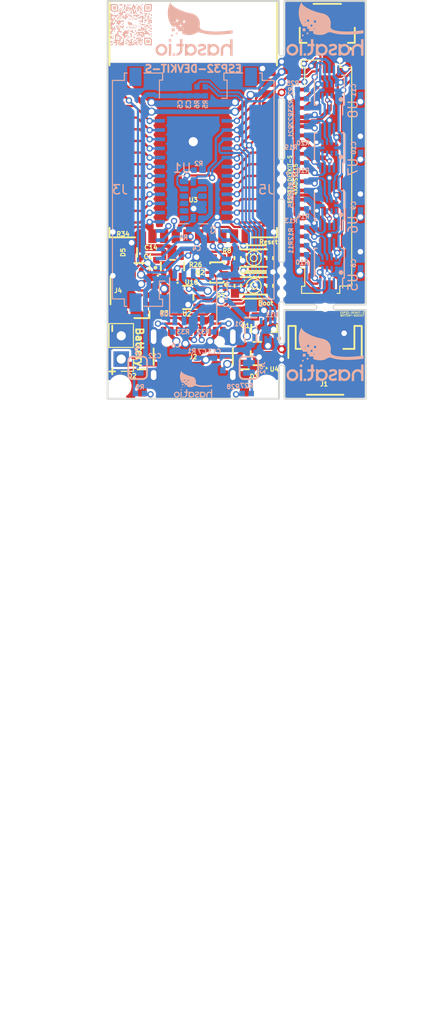
<source format=kicad_pcb>
(kicad_pcb (version 20221018) (generator pcbnew)
  (layers (0 "F.Cu" signal) (31 "B.Cu" signal) (34 "B.Paste" user) (35 "F.Paste" user) (36 "B.SilkS" user "B.Silkscreen") (37 "F.SilkS" user "F.Silkscreen") (38 "B.Mask" user) (39 "F.Mask" user) (44 "Edge.Cuts" user))
  (net 0 "")
  (net 1 "3.3V")
  (net 2 "GND")
  (net 3 "V_USB")
  (net 4 "V_BATT")
  (net 5 "VIN")
  (net 6 "Net-(D2-PadA)")
  (net 7 "Net-(U10-OUT)")
  (net 8 "Net-(D3-PadA)")
  (net 9 "/GPIO_36{slash}ADC1_0")
  (net 10 "Net-(JP1-Pad1)")
  (net 11 "/CH340-DTR")
  (net 12 "Net-(U4-STAT)")
  (net 13 "/~{RESET}")
  (net 14 "/CH340-RTS")
  (net 16 "/GPIO_39{slash}ADC1_3")
  (net 17 "/GPIO_34{slash}ADC1_6")
  (net 18 "/GPIO_35{slash}ADC1_7")
  (net 19 "/GPIO_32{slash}ADC1_4")
  (net 20 "/GPIO_33{slash}ADC1_5")
  (net 21 "/GPIO_25{slash}ADC2_8")
  (net 22 "/GPIO_26{slash}ADC2_9")
  (net 23 "/EN")
  (net 25 "Net-(J2-CC2)")
  (net 26 "Net-(J2-CC1)")
  (net 27 "/D+")
  (net 28 "/D-")
  (net 29 "/GPIO_27{slash}ADC2_7")
  (net 30 "/GPIO_14{slash}ADC2_6")
  (net 31 "/GPIO_12{slash}ADC2_5")
  (net 32 "/GPIO_13{slash}ADC2_4{slash}LED")
  (net 33 "/GPIO_9{slash}SHD")
  (net 34 "/GPIO_10{slash}SWP")
  (net 35 "/GPIO_11{slash}SCS")
  (net 36 "/GPIO_6{slash}SCK")
  (net 37 "/GPIO_22{slash}SCL")
  (net 38 "/GPIO_21{slash}SDA")
  (net 39 "/GPIO_23{slash}COPI")
  (net 40 "/GPIO_1{slash}TX")
  (net 41 "/GPIO_3{slash}RX")
  (net 42 "/GPIO_19{slash}CIPO")
  (net 43 "/GPIO_18{slash}SCK")
  (net 44 "/GPIO_5{slash}SD_CS")
  (net 45 "/GPIO_17{slash}TX")
  (net 46 "/GPIO_16{slash}RX")
  (net 47 "/GPIO_4{slash}ADC2_0")
  (net 48 "/GPIO_0{slash}ADC2_1{slash}QPWR")
  (net 49 "/GPIO_15{slash}ADC2_3")
  (net 50 "/GPIO_8{slash}SDI")
  (net 51 "/GPIO_7{slash}SDO")
  (net 54 "Net-(Q2B-B)")
  (net 55 "Net-(Q2A-B)")
  (net 56 "Net-(U1-SDO{slash}ADDR)")
  (net 57 "Net-(U1-~{CS})")
  (net 58 "Net-(U4-PROG)")
  (net 72 "/GPIO_2{slash}ADC2_2")
  (net 73 "/A1")
  (net 74 "/A2")
  (net 75 "/A3")
  (net 76 "/A4")
  (net 77 "/A5")
  (net 78 "/A6")
  (net 79 "/A7")
  (net 80 "/A8")
  (net 81 "/A9")
  (net 82 "/A10")
  (net 83 "/A11")
  (net 84 "/A12")
  (net 85 "/A13")
  (net 86 "/A14")
  (net 87 "/A15")
  (net 88 "/A16")
  (net 89 "Net-(D5-PadA)")
  (net 90 "Net-(JP2-Pad1)")
  (footprint "SparkFun ESP32 Thing Plus C:0402-TIGHT" (layer "F.Cu") (at 92.866735 69.066954 180)
    (fp_text reference "R34")
    (fp_text value "1k")
  )
  (footprint "SparkFun ESP32 Thing Plus C:0402-TIGHT" (layer "F.Cu") (at 104.16 74.02 180)
    (fp_text reference "R7")
    (fp_text value "10k")
  )
  (footprint "SparkFun ESP32 Thing Plus C:SOT23-3" (layer "F.Cu") (at 108.87 78.13 180)
    (fp_text reference "Q1")
    (fp_text value "DMG2305UX 20V/4.2A/52mΩ/1.4W")
  )
  (footprint "Panelization:mouse-bite-1mm 2" (layer "F.Cu") (at 110.786735 81.256954 90)
    (fp_text reference "mouse-bite-emm-slot" hide)
    (fp_text value "VAL**" hide)
  )
  (footprint "Panelization:mouse-bite-1mm x4" (layer "F.Cu") (at 110.786735 62.181954 90)
    (fp_text reference "mouse-bite-1mm-slot" hide)
    (fp_text value "VAL**" hide)
  )
  (footprint "SparkFun ESP32 Thing Plus C:SOT23-5" (layer "F.Cu") (at 108.126635 81.166954 90)
    (fp_text reference "U4")
    (fp_text value "MCP73831")
  )
  (footprint "SparkFun ESP32 Thing Plus C:0402-TIGHT" (layer "F.Cu") (at 95.39 70.21 90)
    (fp_text reference "C14")
    (fp_text value "1.0uF")
  )
  (footprint "SparkFun ESP32 Thing Plus C:JST04_1MM_RA" (layer "F.Cu") (at 115.75999 47.656707 180)
    (fp_text reference "J7")
    (fp_text value "QWIIC_RIGHT_ANGLE")
  )
  (footprint "SparkFun ESP32 Thing Plus C:0402-TIGHT" (layer "F.Cu") (at 102.5 70.45 90)
    (fp_text reference "R26")
    (fp_text value "10k")
  )
  (footprint "SparkFun ESP32 Thing Plus C:SOT23-5" (layer "F.Cu") (at 98.886735 71.6699)
    (property "Value" "")
    (fp_text reference "U10")
    (fp_text value "AP2112K-3.3")
  )
  (footprint "SparkFun ESP32 Thing Plus C:0402-TIGHT" (layer "F.Cu") (at 97.076735 71.426954 90)
    (fp_text reference "C1")
    (fp_text value "1.0uF")
  )
  (footprint "Panelization:mouse-bite-1mm x4" (layer "F.Cu") (at 110.786735 73.376954 90)
    (fp_text reference "mouse-bite-1mm-slot" hide)
    (fp_text value "VAL**" hide)
  )
  (footprint "SparkFun ESP32 Thing Plus C:USB-C-16P-2LAYER-PADS" (layer "F.Cu") (at 101.146032 78.412046)
    (fp_text reference "J2")
    (fp_text value "USB_C_2-LAYER_PADS")
  )
  (footprint "" (layer "F.Cu") (at 93.176735 84.716954)
    (fp_text reference "")
    (fp_text value "")
  )
  (footprint "" (layer "F.Cu") (at 115.740872 71.921178)
    (fp_text reference "")
    (fp_text value "")
  )
  (footprint "SparkFun ESP32 Thing Plus C:TACTILE_SWITCH_SMD_4.6X2.8MM" (layer "F.Cu") (at 107.746735 73.786954)
    (fp_text reference "S1" hide)
    (fp_text value "Boot")
  )
  (footprint "SparkFun ESP32 Thing Plus C:TACTILE_SWITCH_SMD_4.6X2.8MM" (layer "F.Cu") (at 107.746735 70.766954 180)
    (fp_text reference "S2" hide)
    (fp_text value "Reset")
  )
  (footprint "SparkFun ESP32 Thing Plus C:0402-TIGHT" (layer "F.Cu") (at 103.916735 70.656954)
    (fp_text reference "R8")
    (fp_text value "10k")
  )
  (footprint "SparkFun ESP32 Thing Plus C:LED-0603" (layer "F.Cu") (at 93.426735 70.146954)
    (fp_text reference "D5")
    (fp_text value "BLUE")
  )
  (footprint "" (layer "F.Cu") (at 109.126735 84.716954)
    (fp_text reference "")
    (fp_text value "")
  )
  (footprint "" (layer "F.Cu") (at 115.733733 65.623388)
    (fp_text reference "")
    (fp_text value "")
  )
  (footprint "SparkFun ESP32 Thing Plus C:LED-0603" (layer "F.Cu") (at 106.736735 84.466954 90)
    (fp_text reference "D3")
    (fp_text value "Yellow")
  )
  (footprint "Panelization:mouse-bite-1mm x2" (layer "F.Cu") (at 115.516735 76.128654)
    (fp_text reference "mouse-bite-1mm-slot" hide)
    (fp_text value "VAL**" hide)
  )
  (footprint "SparkFun ESP32 Thing Plus C:JST04_1MM_RA" (layer "F.Cu") (at 96.721735 74.306954 -90)
    (fp_text reference "J4")
    (fp_text value "QWIIC_RIGHT_ANGLE")
  )
  (footprint "SparkFun ESP32 Thing Plus C:ESP-WROOM-32-NARROW" (layer "F.Cu") (at 101.146735 56.806954 90)
    (fp_text reference "U3")
    (fp_text value ">VALUE")
  )
  (footprint "Panelization:mouse-bite-1mm 4" (layer "F.Cu") (at 110.786735 51.036954 90)
    (fp_text reference "mouse-bite-1mm-slot" hide)
    (fp_text value "VAL**" hide)
  )
  (footprint "SparkFun ESP32 Thing Plus C:LED-0603" (layer "F.Cu") (at 95.566735 84.479954 90)
    (fp_text reference "D2")
    (fp_text value "RED")
  )
  (footprint "SparkFun ESP32 Thing Plus C:SC70-6" (layer "F.Cu") (at 103.736735 72.336954 90)
    (fp_text reference "Q2")
    (fp_text value "MBT3904DW1T1")
  )
  (footprint "SparkFun ESP32 Thing Plus C:JST-2-SMD" (layer "F.Cu") (at 115.516735 82.658654 180)
    (fp_text reference "J1")
    (fp_text value "JST_2MM_MALE")
  )
  (footprint "Switches:TACTILE_SWITCH_SMD_2.8X1.9MM" (layer "F.Cu") (at 107.746735 73.786943)
    (fp_text reference ">NAME" hide)
    (fp_text value ">VALUE" hide)
  )
  (footprint "" (layer "F.Cu") (at 115.738275 53.056648)
    (fp_text reference "")
    (fp_text value "")
  )
  (footprint "SparkFun ESP32 Thing Plus C:SOT23-5" (layer "F.Cu") (at 100.456635 75.056954 -90)
    (property "Value" "")
    (fp_text reference "U2")
    (fp_text value "AP2112K-3.3" hide)
  )
  (footprint "SparkFun ESP32 Thing Plus C:0402-TIGHT" (layer "F.Cu") (at 97.976735 75.426954 -90)
    (fp_text reference "R3")
    (fp_text value "10k")
  )
  (footprint "Switches:TACTILE_SWITCH_SMD_2.8X1.9MM" (layer "F.Cu") (at 107.746735 70.766954)
    (fp_text reference ">NAME" hide)
    (fp_text value ">VALUE" hide)
  )
  (footprint "Connector_PinHeader_2.54mm:PinHeader_1x02_P2.54mm_Vertical" (layer "F.Cu") (at 93.296735 81.771954 180)
    (fp_text reference "REF**" hide)
    (fp_text value "PinHeader_1x02_P2.54mm_Vertical")
  )
  (footprint "SparkFun ESP32 Thing Plus C:CREATIVE_COMMONS" (layer "F.Cu") (at 119.9261 153.2636)
    (fp_text reference "FRAME1" hide)
    (fp_text value "FRAME-LEDGER" hide)
  )
  (footprint "Connector_FFC-FPC:Molex_200528-0200_1x20-1MP_P1.00mm_Horizontal" (layer "F.Cu") (at 114.126735 61.896954 90)
    (fp_text reference "J6" hide)
    (fp_text value "Conn_01x20")
  )
  (footprint "SparkFun ESP32 Thing Plus C:0402-TIGHT" (layer "B.Cu") (at 102.76 68.56)
    (fp_text reference "C4")
    (fp_text value "10uF" hide)
  )
  (footprint "SparkFun ESP32 Thing Plus C:DFN-8" (layer "B.Cu") (at 109.306735 78.61 180)
    (fp_text reference "U11")
    (fp_text value "MAX17048")
  )
  (footprint "SparkFun ESP32 Thing Plus C:0402-TIGHT" (layer "B.Cu") (at 100.636735 52.586954 90)
    (fp_text reference "C3")
    (fp_text value "1.0uF")
  )
  (footprint "SparkFun ESP32 Thing Plus C:0402-TIGHT" (layer "B.Cu") (at 101.546735 52.586954 90)
    (fp_text reference "R6")
    (fp_text value "4k7")
  )
  (footprint "SparkFun ESP32 Thing Plus C:0402-TIGHT" (layer "B.Cu") (at 113.008 68.396954 180)
    (fp_text reference "R12")
    (fp_text value "150k")
  )
  (footprint "logo:Hasatio_logo_mini" (layer "B.Cu") (at 101.146735 45.807307 180)
    (fp_text reference "G***" hide)
    (fp_text value "LOGO" hide)
  )
  (footprint "SparkFun ESP32 Thing Plus C:0402-TIGHT" (layer "B.Cu") (at 113.008 60.396954)
    (fp_text reference "R18")
    (fp_text value "150k")
  )
  (footprint "Package_SO:TSSOP-10_3x3mm_P0.5mm" (layer "B.Cu") (at 115.987198 71.319055 90)
    (fp_text reference "U5")
    (fp_text value "ADS1115IDGS")
  )
  (footprint "logo:Hasatio_logo_mini" (layer "B.Cu") (at 115.427275 81.256954 180)
    (fp_text reference "G***" hide)
    (fp_text value "LOGO" hide)
  )
  (footprint "logo:qr-esp32-devkit-s" (layer "B.Cu") (at 94.386735 45.326954 180)
    (fp_text reference "G***" hide)
    (fp_text value "LOGO" hide)
  )
  (footprint "SparkFun ESP32 Thing Plus C:0402-TIGHT" (layer "B.Cu") (at 119.39 58.749 90)
    (fp_text reference "C10")
    (fp_text value "1.0uF")
  )
  (footprint "Silicon-Standard:QFN-10-RSE" (layer "B.Cu") (at 115.980113 65.024008 90)
    (fp_text reference ">NAME" hide)
    (fp_text value ">VALUE" hide)
  )
  (footprint "Connector_FFC-FPC:Molex_200528-0200_1x20-1MP_P1.00mm_Horizontal" (layer "B.Cu") (at 96.636735 63.306954 90)
    (fp_text reference "J3")
    (fp_text value "Conn_01x20" hide)
  )
  (footprint "SparkFun ESP32 Thing Plus C:0402-TIGHT" (layer "B.Cu") (at 103.88 78.81 180)
    (fp_text reference "R32")
    (fp_text value "5.1k")
  )
  (footprint "SparkFun ESP32 Thing Plus C:0402-TIGHT" (layer "B.Cu") (at 98.41 78.81)
    (fp_text reference "R33")
    (fp_text value "5.1k")
  )
  (footprint "SparkFun ESP32 Thing Plus C:SMT-JUMPER_2_NC_TRACE_SILK" (layer "B.Cu") (at 95.086735 82.726254 90)
    (fp_text reference "JP1")
    (fp_text value "JUMPER-SMT_2_NC_TRACE_SILK")
  )
  (footprint "SparkFun ESP32 Thing Plus C:0402-TIGHT" (layer "B.Cu") (at 113.008 70.396954 180)
    (fp_text reference "R10")
    (fp_text value "150k")
  )
  (footprint "SparkFun ESP32 Thing Plus C:0402-TIGHT" (layer "B.Cu") (at 101.55 82.17 -90)
    (fp_text reference "C7")
    (fp_text value "4.7uF")
  )
  (footprint "SparkFun ESP32 Thing Plus C:0402-TIGHT" (layer "B.Cu") (at 99.726735 52.586954 90)
    (fp_text reference "C5")
    (fp_text value "10uF")
  )
  (footprint "SparkFun ESP32 Thing Plus C:0402-TIGHT" (layer "B.Cu") (at 113.008 62.396954 180)
    (fp_text reference "R17")
    (fp_text value "150k")
  )
  (footprint "SparkFun ESP32 Thing Plus C:0402-TIGHT" (layer "B.Cu") (at 113.008 67.396954 180)
    (fp_text reference "R13")
    (fp_text value "150k")
  )
  (footprint "Package_SO:TSSOP-10_3x3mm_P0.5mm" (layer "B.Cu") (at 115.985698 58.747055 90)
    (fp_text reference "U7")
    (fp_text value "ADS1115IDGS")
  )
  (footprint "SparkFun ESP32 Thing Plus C:0402-TIGHT" (layer "B.Cu") (at 113.008 69.396954 180)
    (fp_text reference "R11")
    (fp_text value "150k")
  )
  (footprint "SparkFun ESP32 Thing Plus C:SOD-323" (layer "B.Cu") (at 107.41 79.02 -90)
    (fp_text reference "D1")
    (fp_text value "S4 3A/10V/280mV")
  )
  (footprint "SparkFun ESP32 Thing Plus C:0402-TIGHT" (layer "B.Cu") (at 98.87 81.46 -90)
    (fp_text reference "C6")
    (fp_text value "4.7uF")
  )
  (footprint "SparkFun ESP32 Thing Plus C:0402-TIGHT" (layer "B.Cu") (at 103.46 82.17 -90)
    (fp_text reference "C13")
    (fp_text value "0.1uF")
  )
  (footprint "SparkFun ESP32 Thing Plus C:0402-TIGHT" (layer "B.Cu") (at 113.008 63.396954 180)
    (fp_text reference "R16")
    (fp_text value "150k")
  )
  (footprint "SparkFun ESP32 Thing Plus C:0402-TIGHT" (layer "B.Cu") (at 119.39 65.03 90)
    (fp_text reference "C9")
    (fp_text value "1.0uF")
  )
  (footprint "SparkFun ESP32 Thing Plus C:0402-TIGHT" (layer "B.Cu") (at 100.066735 81.46 90)
    (fp_text reference "R1")
    (fp_text value "10k")
  )
  (footprint "Connector_FFC-FPC:Molex_200528-0200_1x20-1MP_P1.00mm_Horizontal" (layer "B.Cu") (at 105.656735 63.306954 -90)
    (fp_text reference "J5")
    (fp_text value "Conn_01x20" hide)
  )
  (footprint "SparkFun ESP32 Thing Plus C:0402-TIGHT" (layer "B.Cu") (at 113.008 57.396954)
    (fp_text reference "R20")
    (fp_text value "150k")
  )
  (footprint "SparkFun ESP32 Thing Plus C:0402-TIGHT" (layer "B.Cu") (at 113.008 59.396954)
    (fp_text reference "R19")
    (fp_text value "150k")
  )
  (footprint "SparkFun ESP32 Thing Plus C:0402-TIGHT" (layer "B.Cu") (at 100.136735 67.646954 180)
    (fp_text reference "R4")
    (fp_text value "10k")
  )
  (footprint "SparkFun ESP32 Thing Plus C:0402-TIGHT" (layer "B.Cu") (at 113.008 65.396954 180)
    (fp_text reference "R14")
    (fp_text value "150k")
  )
  (footprint "SparkFun ESP32 Thing Plus C:0402-TIGHT" (layer "B.Cu") (at 101.736735 61.176954)
    (fp_text reference "R2")
    (fp_text value "4k7")
  )
  (footprint "SparkFun ESP32 Thing Plus C:0402-TIGHT" (layer "B.Cu") (at 113.008 52.396954)
    (fp_text reference "R25")
    (fp_text value "150k")
  )
  (footprint "SparkFun ESP32 Thing Plus C:0402-TIGHT" (layer "B.Cu") (at 102.466735 52.586954 90)
    (fp_text reference "R5")
    (fp_text value "4k7")
  )
  (footprint "SparkFun ESP32 Thing Plus C:0402-TIGHT" (layer "B.Cu") (at 119.39 52.456453 90)
    (fp_text reference "C11")
    (fp_text value "1.0uF")
  )
  (footprint "SparkFun ESP32 Thing Plus C:0402-TIGHT" (layer "B.Cu") (at 113.008 53.396954)
    (fp_text reference "R24")
    (fp_text value "150k")
  )
  (footprint "SparkFun ESP32 Thing Plus C:0402-TIGHT" (layer "B.Cu") (at 113.008 54.396954)
    (fp_text reference "R23")
    (fp_text value "150k")
  )
  (footprint "SparkFun ESP32 Thing Plus C:0402-TIGHT" (layer "B.Cu") (at 113.008 55.396954)
    (fp_text reference "R22")
    (fp_text value "150k")
  )
  (footprint "SparkFun ESP32 Thing Plus C:0402-TIGHT" (layer "B.Cu") (at 113.008 64.396954 180)
    (fp_text reference "R15")
    (fp_text value "150k")
  )
  (footprint "logo:Hasatio_logo_micro" (layer "B.Cu") (at 101.08 84.51 180)
    (fp_text reference "G***" hide)
    (fp_text value "LOGO" hide)
  )
  (footprint "logo:Hasatio_logo_mini" (layer "B.Cu") (at 115.42054 45.800353 180)
    (fp_text reference "G***" hide)
    (fp_text value "LOGO" hide)
  )
  (footprint "SparkFun ESP32 Thing Plus C:0402-TIGHT" (layer "B.Cu") (at 102.046735 67.646954)
    (fp_text reference "C2")
    (fp_text value "1.0uF")
  )
  (footprint "Package_LGA:LGA-14_3x5mm_P0.8mm_LayoutBorder1x6y" (layer "B.Cu") (at 101.146735 64.416954 180)
    (fp_text reference "U1")
    (fp_text value "ADXL345" hide)
  )
  (footprint "Package_SO:TSSOP-10_3x3mm_P0.5mm" (layer "B.Cu") (at 115.987198 65.028055 90)
    (fp_text reference "U6")
    (fp_text value "ADS1115IDGS")
  )
  (footprint "Silicon-Standard:QFN-10-RSE" (layer "B.Cu") (at 115.987198 52.459055 90)
    (fp_text reference ">NAME" hide)
    (fp_text value ">VALUE" hide)
  )
  (footprint "Package_SO:TSSOP-10_3x3mm_P0.5mm" (layer "B.Cu") (at 115.987198 52.459055 90)
    (fp_text reference "U8")
    (fp_text value "ADS1115IDGS")
  )
  (footprint "SparkFun ESP32 Thing Plus C:0402-TIGHT" (layer "B.Cu") (at 113.008 56.396954)
    (fp_text reference "R21")
    (fp_text value "150k")
  )
  (footprint "SparkFun ESP32 Thing Plus C:0402-TIGHT" (layer "B.Cu") (at 97.166735 82.146954)
    (fp_text reference "C12")
    (fp_text value "0.1uF")
  )
  (footprint "SparkFun ESP32 Thing Plus C:SMT-JUMPER_2_NC_TRACE_SILK" (layer "B.Cu") (at 107.216735 82.726254 90)
    (fp_text reference "JP2")
    (fp_text value "JUMPER-SMT_2_NC_TRACE_SILK")
  )
  (footprint "Silicon-Standard:QFN-10-RSE" (layer "B.Cu") (at 115.987198 71.319055 90)
    (fp_text reference ">NAME" hide)
    (fp_text value ">VALUE" hide)
  )
  (footprint "SparkFun ESP32 Thing Plus C:0402-TIGHT" (layer "B.Cu") (at 104.37 83.53 90)
    (fp_text reference "R28")
    (fp_text value "2.0k")
  )
  (footprint "SparkFun ESP32 Thing Plus C:0402-TIGHT" (layer "B.Cu") (at 106.966735 85.526954 180)
    (fp_text reference "R27")
    (fp_text value "1k")
  )
  (footprint "SparkFun ESP32 Thing Plus C:0402-TIGHT" (layer "B.Cu") (at 95.336735 85.526954)
    (fp_text reference "R9")
    (fp_text value "1k")
  )
  (footprint "Silicon-Standard:QFN-10-RSE" (layer "B.Cu") (at 115.981153 58.743948 90)
    (fp_text reference ">NAME" hide)
    (fp_text value ">VALUE" hide)
  )
  (footprint "SparkFun ESP32 Thing Plus C:0402-TIGHT" (layer "B.Cu") (at 119.39 71.324547 90)
    (fp_text reference "C8")
    (fp_text value "1.0uF")
  )
  (footprint "Package_SO:SSOP-10_3.9x4.9mm_P1.00mm" (layer "B.Cu") (at 101.14 75 90)
    (fp_text reference "U9")
    (fp_text value "CH340K")
  )
  (gr_line (start 116.706735 76.426954) (end 119.946735 76.426954) (stroke (width 0.2)) (layer "Edge.Cuts"))
  (gr_arc (start 114.326735 75.826954) (mid 114.626735 76.126954) (end 114.326735 76.426954) (stroke (width 0.1)) (layer "Edge.Cuts"))
  (gr_arc (start 111.086735 59.731954) (mid 110.786735 60.031954) (end 110.486735 59.731954) (stroke (width 0.1)) (layer "Edge.Cuts"))
  (gr_line (start 110.486735 82.726954) (end 110.486735 86.086954) (stroke (width 0.2)) (layer "Edge.Cuts"))
  (gr_arc (start 110.486735 53.626954) (mid 110.786735 53.326954) (end 111.086735 53.626954) (stroke (width 0.1)) (layer "Edge.Cuts"))
  (gr_line (start 110.486735 42.746954) (end 91.806735 42.746954) (stroke (width 0.2)) (layer "Edge.Cuts"))
  (gr_line (start 110.486735 59.731954) (end 110.486735 53.626954) (stroke (width 0.2)) (layer "Edge.Cuts"))
  (gr_arc (start 110.486735 75.826954) (mid 110.786735 75.526954) (end 111.086735 75.826954) (stroke (width 0.1)) (layer "Edge.Cuts"))
  (gr_line (start 111.086735 64.631954) (end 111.086735 70.926954) (stroke (width 0.2)) (layer "Edge.Cuts"))
  (gr_arc (start 110.486735 82.726954) (mid 110.786735 82.426954) (end 111.086735 82.726954) (stroke (width 0.1)) (layer "Edge.Cuts"))
  (gr_line (start 111.086735 75.826954) (end 114.326735 75.826954) (stroke (width 0.2)) (layer "Edge.Cuts"))
  (gr_line (start 116.706735 75.826954) (end 119.946735 75.826954) (stroke (width 0.2)) (layer "Edge.Cuts"))
  (gr_line (start 111.086735 86.086954) (end 119.946735 86.086954) (stroke (width 0.2)) (layer "Edge.Cuts"))
  (gr_line (start 110.486735 48.446954) (end 110.486735 42.746954) (stroke (width 0.2)) (layer "Edge.Cuts"))
  (gr_arc (start 111.086735 48.446954) (mid 110.786735 48.746954) (end 110.486735 48.446954) (stroke (width 0.1)) (layer "Edge.Cuts"))
  (gr_line (start 111.086735 86.086954) (end 111.086735 82.726954) (stroke (width 0.2)) (layer "Edge.Cuts"))
  (gr_line (start 91.806735 42.746954) (end 91.806735 86.086954) (stroke (width 0.2)) (layer "Edge.Cuts"))
  (gr_arc (start 111.086735 70.926954) (mid 110.786735 71.226954) (end 110.486735 70.926954) (stroke (width 0.1)) (layer "Edge.Cuts"))
  (gr_line (start 111.086735 76.426954) (end 114.326735 76.426954) (stroke (width 0.2)) (layer "Edge.Cuts"))
  (gr_line (start 111.086735 42.746954) (end 111.086735 48.446954) (stroke (width 0.2)) (layer "Edge.Cuts"))
  (gr_line (start 110.486735 75.826954) (end 110.486735 79.786954) (stroke (width 0.2)) (layer "Edge.Cuts"))
  (gr_line (start 111.086735 53.626954) (end 111.086735 59.731954) (stroke (width 0.2)) (layer "Edge.Cuts"))
  (gr_arc (start 111.086735 79.786954) (mid 110.786735 80.086954) (end 110.486735 79.786954) (stroke (width 0.1)) (layer "Edge.Cuts"))
  (gr_line (start 119.946735 75.826954) (end 119.946735 42.746954) (stroke (width 0.2)) (layer "Edge.Cuts"))
  (gr_arc (start 110.486735 64.631954) (mid 110.786735 64.331954) (end 111.086735 64.631954) (stroke (width 0.1)) (layer "Edge.Cuts"))
  (gr_line (start 91.806735 86.086954) (end 110.486735 86.086954) (stroke (width 0.2)) (layer "Edge.Cuts"))
  (gr_line (start 119.946735 42.746954) (end 111.086735 42.746954) (stroke (width 0.2)) (layer "Edge.Cuts"))
  (gr_arc (start 116.706735 76.426954) (mid 116.406735 76.126954) (end 116.706735 75.826954) (stroke (width 0.1)) (layer "Edge.Cuts"))
  (gr_line (start 110.486735 64.631954) (end 110.486735 70.926954) (stroke (width 0.2)) (layer "Edge.Cuts"))
  (gr_line (start 119.946735 76.426954) (end 119.946735 86.086954) (stroke (width 0.2)) (layer "Edge.Cuts"))
  (gr_line (start 111.086735 76.426954) (end 111.086735 79.786954) (stroke (width 0.2)) (layer "Edge.Cuts"))
  (gr_text "ESP32-DEVKIT-S" (at 101.156735 50.126954) (layer "B.SilkS") (effects (font (size 0.8 0.8) (thickness 0.2) bold) (justify mirror)))
  (gr_text "-" (at 92.37 78.42 270) (layer "F.SilkS") (effects (font (size 0.8 0.8) (thickness 0.2) bold)))
  (gr_text "ESP32-DEVKIT-S" (at 118.486735 76.726954) (layer "F.SilkS") (effects (font (size 0.2 0.2) (thickness 0.05) bold)))
  (gr_text "BATTERY-SOCKET" (at 118.486735 77.026954) (layer "F.SilkS") (effects (font (size 0.2 0.2) (thickness 0.05) bold)))
  (gr_text "Battery" (at 95.28 80.46 270) (layer "F.SilkS") (effects (font (size 0.8 0.8) (thickness 0.2) bold)))
  (gr_text "4XADS1115" (at 112.316735 62.186954 90) (layer "F.SilkS") (effects (font (size 0.4 0.4) (thickness 0.1) bold)))
  (gr_text "+" (at 92.37 83.12 270) (layer "F.SilkS") (effects (font (size 0.8 0.8) (thickness 0.2) bold)))
  (gr_text "ESP32-DEVKIT-S" (at 111.676735 62.186954 90) (layer "F.SilkS") (effects (font (size 0.4 0.4) (thickness 0.1) bold)))
  (segment (start 117.757361 50.50731) (end 117.275353 50.989318) (width 0.3048) (layer "F.Cu") (net 1))
  (segment (start 95.762045 54.022264) (end 93.386735 51.646954) (width 0.508) (layer "F.Cu") (net 1))
  (segment (start 96.596735 54.803457) (end 96.35671 54.803457) (width 0.3048) (layer "F.Cu") (net 1))
  (segment (start 119.37446 46.320762) (end 119.37446 51.53554) (width 0.3048) (layer "F.Cu") (net 1))
  (segment (start 118.18916 49.554944) (end 118.18916 50.011313) (width 0.3048) (layer "F.Cu") (net 1))
  (segment (start 107.499735 53.152663) (end 105.845444 54.806954) (width 0.508) (layer "F.Cu") (net 1))
  (segment (start 110.806592 50.476954) (end 111.506664 49.776882) (width 0.508) (layer "F.Cu") (net 1))
  (segment (start 102.722986 74.337454) (end 102.492486 74.106954) (width 0.508) (layer "F.Cu") (net 1))
  (segment (start 118.18916 50.075511) (end 117.867335 50.397336) (width 0.3048) (layer "F.Cu") (net 1))
  (segment (start 101.788257 70.95) (end 101.498915 70.660658) (width 0.508) (layer "F.Cu") (net 1))
  (segment (start 116.996735 45.215254) (end 116.996735 45.125254) (width 0.3048) (layer "F.Cu") (net 1))
  (segment (start 118.336735 45.264654) (end 119.294435 45.264654) (width 0.3048) (layer "F.Cu") (net 1))
  (segment (start 111.592735 48.472954) (end 111.556735 48.436954) (width 0.508) (layer "F.Cu") (net 1))
  (segment (start 117.246735 45.074054) (end 117.246735 44.816954) (width 0.3048) (layer "F.Cu") (net 1))
  (segment (start 117.757361 50.050941) (end 117.789258 50.019044) (width 0.3048) (layer "F.Cu") (net 1))
  (segment (start 118.18916 48.89) (end 118.18916 49.554944) (width 0.3048) (layer "F.Cu") (net 1))
  (segment (start 110.786735 50.476954) (end 110.963046 50.476954) (width 0.508) (layer "F.Cu") (net 1))
  (segment (start 116.444735 75.474954) (end 116.646735 75.474954) (width 0.25) (layer "F.Cu") (net 1))
  (segment (start 114.068435 45.215254) (end 116.996735 45.215254) (width 0.508) (layer "F.Cu") (net 1))
  (segment (start 113.434817 50.552444) (end 114.008698 49.978563) (width 0.3048) (layer "F.Cu") (net 1))
  (segment (start 114.722735 75.448954) (end 114.696735 75.474954) (width 0.25) (layer "F.Cu") (net 1))
  (segment (start 116.940735 75.448954) (end 114.722735 75.448954) (width 0.25) (layer "F.Cu") (net 1))
  (segment (start 95.460011 72.030943) (end 96.184346 71.306608) (width 0.508) (layer "F.Cu") (net 1))
  (segment (start 116.506951 46.502654) (end 117.87 46.502654) (width 0.3048) (layer "F.Cu") (net 1))
  (segment (start 117.94206 46.804977) (end 117.83939 46.702307) (width 0.3048) (layer "F.Cu") (net 1))
  (segment (start 116.477198 51.090544) (end 116.477198 51.108055) (width 0.3048) (layer "F.Cu") (net 1))
  (segment (start 118.18916 50.011313) (end 118.18916 50.075511) (width 0.3048) (layer "F.Cu") (net 1))
  (segment (start 111.592735 49.690811) (end 111.592735 48.472954) (width 0.508) (layer "F.Cu") (net 1))
  (segment (start 119.37446 51.53554) (end 119.28 51.63) (width 0.3048) (layer "F.Cu") (net 1))
  (segment (start 110.786735 50.476954) (end 111.653046 50.476954) (width 0.3048) (layer "F.Cu") (net 1))
  (segment (start 117.385135 45.316854) (end 116.876735 45.316854) (width 0.3048) (layer "F.Cu") (net 1))
  (segment (start 102.5 70.95) (end 101.788257 70.95) (width 0.508) (layer "F.Cu") (net 1))
  (segment (start 107.499735 53.065603) (end 107.499735 53.152663) (width 0.508) (layer "F.Cu") (net 1))
  (segment (start 95.460011 72.567122) (end 95.460011 72.030943) (width 0.508) (layer "F.Cu") (net 1))
  (segment (start 96.35671 54.803457) (end 95.762045 54.208792) (width 0.508) (layer "F.Cu") (net 1))
  (segment (start 117.757361 50.087146) (end 117.537052 50.087146) (width 0.3048) (layer "F.Cu") (net 1))
  (segment (start 110.949847 50.640066) (end 110.786735 50.476954) (width 0.3048) (layer "F.Cu") (net 1))
  (segment (start 110.706735 50.478654) (end 110.788435 50.396954) (width 0.25) (layer "F.Cu") (net 1))
  (segment (start 117.739259 50.069044) (end 117.498698 50.069044) (width 0.3048) (layer "F.Cu") (net 1))
  (segment (start 117.866735 45.316854) (end 117.098335 45.316854) (width 0.3048) (layer "F.Cu") (net 1))
  (segment (start 111.506664 49.776882) (end 111.592735 49.690811) (width 0.508) (layer "F.Cu") (net 1))
  (segment (start 117.275353 50.989318) (end 116.957154 50.989318) (width 0.3048) (layer "F.Cu") (net 1))
  (segment (start 116.957154 50.989318) (end 116.057198 51.889275) (width 0.3048) (layer "F.Cu") (net 1))
  (segment (start 116.25999 46.749615) (end 116.506951 46.502654) (width 0.3048) (layer "F.Cu") (net 1))
  (segment (start 117.866735 45.316854) (end 118.370552 45.316854) (width 0.3048) (layer "F.Cu") (net 1))
  (segment (start 118.18916 46.821814) (end 118.18916 48.89) (width 0.3048) (layer "F.Cu") (net 1))
  (segment (start 117.696735 45.316854) (end 117.748935 45.264654) (width 0.3048) (layer "F.Cu") (net 1))
  (segment (start 117.748935 45.264654) (end 118.336735 45.264654) (width 0.3048) (layer "F.Cu") (net 1))
  (segment (start 118.336735 45.264654) (end 117.437335 45.264654) (width 0.3048) (layer "F.Cu") (net 1))
  (segment (start 111.653046 50.476954) (end 111.81 50.32) (width 0.3048) (layer "F.Cu") (net 1))
  (segment (start 116.25999 47.656707) (end 116.25999 46.749615) (width 0.3048) (layer "F.Cu") (net 1))
  (segment (start 114.008698 49.978563) (end 114.008698 49.821328) (width 0.3048) (layer "F.Cu") (net 1))
  (segment (start 117.757361 50.087146) (end 117.739259 50.069044) (width 0.3048) (layer "F.Cu") (net 1))
  (segment (start 117.94206 50.020989) (end 117.94206 46.804977) (width 0.3048) (layer "F.Cu") (net 1))
  (segment (start 117.87 46.502654) (end 118.18916 46.821814) (width 0.3048) (layer "F.Cu") (net 1))
  (segment (start 119.294435 45.264654) (end 119.326735 45.296954) (width 0.3048) (layer "F.Cu") (net 1))
  (segment (start 117.739259 50.069044) (end 117.326209 50.069044) (width 0.3048) (layer "F.Cu") (net 1))
  (segment (start 118.18916 49.773889) (end 118.18916 48.89) (width 0.3048) (layer "F.Cu") (net 1))
  (segment (start 116.25999 47.132317) (end 116.25999 47.656707) (width 0.3048) (layer "F.Cu") (net 1))
  (segment (start 93.386735 51.646954) (end 92.908735 51.646954) (width 0.508) (layer "F.Cu") (net 1))
  (segment (start 117.098335 45.316854) (end 116.996735 45.215254) (width 0.3048) (layer "F.Cu") (net 1))
  (segment (start 110.786735 50.476954) (end 110.862225 50.552444) (width 0.3048) (layer "F.Cu") (net 1))
  (segment (start 116.966735 75.474954) (end 116.940735 75.448954) (width 0.25) (layer "F.Cu") (net 1))
  (segment (start 116.69 46.702307) (end 116.25999 47.132317) (width 0.3048) (layer "F.Cu") (net 1))
  (segment (start 95.762045 54.208792) (end 95.762045 54.022264) (width 0.508) (layer "F.Cu") (net 1))
  (segment (start 117.437335 45.264654) (end 117.385135 45.316854) (width 0.3048) (layer "F.Cu") (net 1))
  (segment (start 116.364198 51.26) (end 116.364198 51.36) (width 0.3048) (layer "F.Cu") (net 1))
  (segment (start 110.963046 50.476954) (end 112.27 49.17) (width 0.508) (layer "F.Cu") (net 1))
  (segment (start 114.696735 75.474954) (end 116.444735 75.474954) (width 0.25) (layer "F.Cu") (net 1))
  (segment (start 105.845444 54.806954) (end 105.696735 54.806954) (width 0.508) (layer "F.Cu") (net 1))
  (segment (start 117.866735 45.316854) (end 117.696735 45.316854) (width 0.3048) (layer "F.Cu") (net 1))
  (segment (start 117.83939 46.702307) (end 116.69 46.702307) (width 0.3048) (layer "F.Cu") (net 1))
  (segment (start 117.757361 50.050941) (end 117.757361 50.087146) (width 0.3048) (layer "F.Cu") (net 1))
  (segment (start 110.862225 50.552444) (end 113.434817 50.552444) (width 0.3048) (layer "F.Cu") (net 1))
  (segment (start 118.036358 50.228313) (end 117.631907 50.632764) (width 0.3048) (layer "F.Cu") (net 1))
  (segment (start 112.27 49.17) (end 112.27 47.013689) (width 0.508) (layer "F.Cu") (net 1))
  (segment (start 117.757361 50.087146) (end 117.757361 50.50731) (width 0.3048) (layer "F.Cu") (net 1))
  (segment (start 110.786735 50.476954) (end 110.806592 50.476954) (width 0.508) (layer "F.Cu") (net 1))
  (segment (start 107.403382 52.96925) (end 107.499735 53.065603) (width 0.508) (layer "F.Cu") (net 1))
  (segment (start 118.370552 45.316854) (end 119.37446 46.320762) (width 0.3048) (layer "F.Cu") (net 1))
  (segment (start 117.437335 45.264654) (end 117.246735 45.074054) (width 0.3048) (layer "F.Cu") (net 1))
  (segment (start 102.492486 74.106954) (end 101.756735 74.106954) (width 0.508) (layer "F.Cu") (net 1))
  (segment (start 117.537052 50.087146) (end 116.364198 51.26) (width 0.3048) (layer "F.Cu") (net 1))
  (segment (start 112.27 47.013689) (end 114.068435 45.215254) (width 0.508) (layer "F.Cu") (net 1))
  (via (at 114.008698 49.821328) (size 0.7) (drill 0.4) (layers "F.Cu" "B.Cu") (net 1))
  (via (at 112.7185 72.173456) (size 0.9) (drill 0.6) (layers "F.Cu" "B.Cu") (net 1))
  (via (at 107.403382 52.96925) (size 0.9) (drill 0.6) (layers "F.Cu" "B.Cu") (net 1))
  (via (at 116.752936 66.172812) (size 0.7) (drill 0.4) (layers "F.Cu" "B.Cu") (net 1))
  (via (at 119.370235 66.29) (size 0.9) (drill 0.6) (layers "F.Cu" "B.Cu") (net 1))
  (via (at 102.722986 74.337454) (size 0.9) (drill 0.6) (layers "F.Cu" "B.Cu") (net 1))
  (via (at 119.370235 60) (size 0.9) (drill 0.6) (layers "F.Cu" "B.Cu") (net 1))
  (via (at 115.997766 62.021066) (size 0.7) (drill 0.4) (layers "F.Cu" "B.Cu") (net 1))
  (via (at 96.596735 54.803457) (size 0.9) (drill 0.6) (layers "F.Cu" "B.Cu") (net 1))
  (via (at 115.983848 68.292147) (size 0.7) (drill 0.4) (layers "F.Cu" "B.Cu") (net 1))
  (via (at 115.9934 55.743501) (size 0.7) (drill 0.4) (layers "F.Cu" "B.Cu") (net 1))
  (via (at 101.498915 70.660658) (size 0.9) (drill 0.6) (layers "F.Cu" "B.Cu") (net 1))
  (via (at 96.184346 71.306608) (size 0.9) (drill 0.6) (layers "F.Cu" "B.Cu") (net 1))
  (via (at 95.460011 72.567122) (size 0.9) (drill 0.6) (layers "F.Cu" "B.Cu") (net 1))
  (via (at 117.757361 50.087146) (size 0.9) (drill 0.6) (layers "F.Cu" "B.Cu") (net 1))
  (via (at 105.696735 54.806954) (size 0.9) (drill 0.6) (layers "F.Cu" "B.Cu") (net 1))
  (via (at 119.370235 72.58) (size 0.9) (drill 0.6) (layers "F.Cu" "B.Cu") (net 1))
  (via (at 119.370235 53.71) (size 0.9) (drill 0.6) (layers "F.Cu" "B.Cu") (net 1))
  (segment (start 115.987198 50.309055) (end 115.987198 49.667462) (width 0.25) (layer "B.Cu") (net 1))
  (segment (start 112.646735 52.228654) (end 112.646735 52.398654) (width 0.3048) (layer "B.Cu") (net 1))
  (segment (start 95.551145 81.741145) (end 95.674191 81.741145) (width 0.508) (layer "B.Cu") (net 1))
  (segment (start 114.008698 49.679592) (end 114.585635 49.102655) (width 0.3048) (layer "B.Cu") (net 1))
  (segment (start 103.23 71.496051) (end 103.528949 71.496051) (width 0.3048) (layer "B.Cu") (net 1))
  (segment (start 119.370235 72.58) (end 119.370235 71.844312) (width 0.508) (layer "B.Cu") (net 1))
  (segment (start 103.034735 62.879007) (end 103.034735 65.954901) (width 0.508) (layer "B.Cu") (net 1))
  (segment (start 119.370235 59.268765) (end 119.39 59.249) (width 0.508) (layer "B.Cu") (net 1))
  (segment (start 101.498915 70.660658) (end 102.951658 70.660658) (width 0.508) (layer "B.Cu") (net 1))
  (segment (start 100.891028 69.759151) (end 99.834538 69.759151) (width 0.508) (layer "B.Cu") (net 1))
  (segment (start 102.466735 53.086954) (end 100.636735 53.086954) (width 0.508) (layer "B.Cu") (net 1))
  (segment (start 100.891877 69.76) (end 100.891028 69.759151) (width 0.508) (layer "B.Cu") (net 1))
  (segment (start 96.226523 54.806954) (end 97.841735 54.806954) (width 0.508) (layer "B.Cu") (net 1))
  (segment (start 96.596735 54.803457) (end 96.23002 54.803457) (width 0.508) (layer "B.Cu") (net 1))
  (segment (start 101.646735 67.146954) (end 101.146735 67.646954) (width 0.508) (layer "B.Cu") (net 1))
  (segment (start 101.275938 70.144062) (end 100.891028 69.759151) (width 0.508) (layer "B.Cu") (net 1))
  (segment (start 102.527486 74.141954) (end 101.771954 74.141954) (width 0.508) (layer "B.Cu") (net 1))
  (segment (start 95.551145 81.741145) (end 95.137535 82.154754) (width 0.508) (layer "B.Cu") (net 1))
  (segment (start 102.2 71.496051) (end 103.23 71.496051) (width 0.3048) (layer "B.Cu") (net 1))
  (segment (start 108.274582 52.96925) (end 110.766878 50.476954) (width 0.508) (layer "B.Cu") (net 1))
  (segment (start 102.68 71.62) (end 102.730592 71.62) (width 0.3048) (layer "B.Cu") (net 1))
  (segment (start 95.823235 70.647958) (end 95.660735 70.485458) (width 0.508) (layer "B.Cu") (net 1))
  (segment (start 102.28 70.367038) (end 102.28 69.816311) (width 0.508) (layer "B.Cu") (net 1))
  (segment (start 102.146735 66.416954) (end 102.146735 66.646954) (width 0.508) (layer "B.Cu") (net 1))
  (segment (start 101.498915 70.367038) (end 101.275938 70.144062) (width 0.508) (layer "B.Cu") (net 1))
  (segment (start 96.077515 52.945962) (end 95.660735 53.362742) (width 0.508) (layer "B.Cu") (net 1))
  (segment (start 96.301233 73.249361) (end 96.301233 73.937785) (width 0.508) (layer "B.Cu") (net 1))
  (segment (start 115.987198 49.518452) (end 115.987198 50.309055) (width 0.3048) (layer "B.Cu") (net 1))
  (segment (start 101.771954 74.141954) (end 101.011 73.381) (width 0.508) (layer "B.Cu") (net 1))
  (segment (start 95.660735 55.736954) (end 95.660735 53.556954) (width 0.508) (layer "B.Cu") (net 1))
  (segment (start 102.89899 70.367038) (end 102.28 70.367038) (width 0.508) (layer "B.Cu") (net 1))
  (segment (start 103.783046 71.806954) (end 103.465 72.125) (width 0.508) (layer "B.Cu") (net 1))
  (segment (start 115.987198 68.295497) (end 115.983848 68.292147) (width 0.3048) (layer "B.Cu") (net 1))
  (segment (start 97.078249 53.086954) (end 96.937257 52.945962) (width 0.508) (layer "B.Cu") (net 1))
  (segment (start 102.722986 74.337454) (end 102.527486 74.141954) (width 0.508) (layer "B.Cu") (net 1))
  (segment (start 101.646735 67.146954) (end 101.444735 67.348954) (width 0.508) (layer "B.Cu") (net 1))
  (segment (start 101.868 69.76) (end 101.53 69.76) (width 0.508) (layer "B.Cu") (net 1))
  (segment (start 95.861629 55.171848) (end 95.861629 54.47206) (width 0.508) (layer "B.Cu") (net 1))
  (segment (start 103.14 72.029408) (end 103.23 71.939408) (width 0.3048) (layer "B.Cu") (net 1))
  (segment (start 102.2 71.496051) (end 101.51 71.496051) (width 0.3048) (layer "B.Cu") (net 1))
  (segment (start 97.841735 54.806954) (end 96.401735 54.806954) (width 0.508) (layer "B.Cu") (net 1))
  (segment (start 100.14 72.45) (end 100.14 72.2456) (width 0.3048) (layer "B.Cu") (net 1))
  (segment (start 95.660735 55.736954) (end 95.660735 55.372742) (width 0.508) (layer "B.Cu") (net 1))
  (segment (start 103.565 70.875) (end 103.24975 70.55975) (width 0.508) (layer "B.Cu") (net 1))
  (segment (start 100.891877 69.76) (end 101.319237 70.18736) (width 0.508) (layer "B.Cu") (net 1))
  (segment (start 119.370235 53.71) (end 119.370235 52.976218) (width 0.508) (layer "B.Cu") (net 1))
  (segment (start 103.24975 70.55975) (end 103.05 70.36) (width 0.508) (layer "B.Cu") (net 1))
  (segment (start 104.456735 54.806954) (end 105.542043 54.806954) (width 0.3048) (layer "B.Cu") (net 1))
  (segment (start 96.596735 54.803457) (end 96.213026 54.803457) (width 0.508) (layer "B.Cu") (net 1))
  (segment (start 116.987198 66.407074) (end 116.987198 67.178055) (width 0.3048) (layer "B.Cu") (net 1))
  (segment (start 96.608135 82.205554) (end 96.666735 82.146954) (width 0.508) (layer "B.Cu") (net 1))
  (segment (start 103.783046 71.806954) (end 103.14 72.45) (width 0.508) (layer "B.Cu") (net 1))
  (segment (start 101.011 73.381) (end 100.504 73.381) (width 0.508) (layer "B.Cu") (net 1))
  (segment (start 102.730592 71.62) (end 103.14 72.029408) (width 0.3048) (layer "B.Cu") (net 1))
  (segment (start 112.508 52.396954) (end 112.508 70.396954) (width 0.508) (layer "B.Cu") (net 1))
  (segment (start 96 82.146954) (end 96.666735 82.146954) (width 0.508) (layer "B.Cu") (net 1))
  (segment (start 101.839627 70.144062) (end 102.223689 69.76) (width 0.508) (layer "B.Cu") (net 1))
  (segment (start 116.136209 57.627066) (end 115.985698 57.476555) (width 0.3048) (layer "B.Cu") (net 1))
  (segment (start 96.982231 71.806954) (end 97.546735 71.806954) (width 0.508) (layer "B.Cu") (net 1))
  (segment (start 101.275938 70.144062) (end 101.839627 70.144062) (width 0.508) (layer "B.Cu") (net 1))
  (segment (start 100.504 73.381) (end 100.14 73.017) (width 0.508) (layer "B.Cu") (net 1))
  (segment (start 95.945032 80.74) (end 95.945032 81.347257) (width 0.508) (layer "B.Cu") (net 1))
  (segment (start 102.146735 62.416954) (end 102.572682 62.416954) (width 0.508) (layer "B.Cu") (net 1))
  (segment (start 95.674191 81.741145) (end 96.04 82.106954) (width 0.508) (layer "B.Cu") (net 1))
  (segment (start 104.454954 71.764954) (end 103.94 71.25) (width 0.508) (layer "B.Cu") (net 1))
  (segment (start 95.660735 53.362742) (end 95.660735 53.556954) (width 0.508) (layer "B.Cu") (net 1))
  (segment (start 103.465 72.125) (end 103.565 72.025) (width 0.508) (layer "B.Cu") (net 1))
  (segment (start 96.04 81.490546) (end 96.04 81.520219) (width 0.508) (layer "B.Cu") (net 1))
  (segment (start 115.985698 57.476555) (end 115.985698 56.597055) (width 0.3048) (layer "B.Cu") (net 1))
  (segment (start 116.752936 66.172812) (end 116.987198 66.407074) (width 0.3048) (layer "B.Cu") (net 1))
  (segment (start 103.071 70.78) (end 103.071 71.229) (width 0.508) (layer "B.Cu") (net 1))
  (segment (start 116.28794 67.988055) (end 116.717198 67.988055) (width 0.25) (layer "B.Cu") (net 1))
  (segment (start 116.236118 51.533802) (end 116.236118 51.859615) (width 0.25) (layer "B.Cu") (net 1))
  (segment (start 115.987198 50.309055) (end 115.987198 51.284882) (width 0.25) (layer "B.Cu") (net 1))
  (segment (start 102.396735 69.706735) (end 102.396735 69.586954) (width 0.508) (layer "B.Cu") (net 1))
  (segment (start 101.51 71.496051) (end 100.603949 71.496051) (width 0.3048) (layer "B.Cu") (net 1))
  (segment (start 115.987198 70.116147) (end 116.236118 70.365067) (width 0.3048) (layer "B.Cu") (net 1))
  (segment (start 95.945032 81.347257) (end 95.551145 81.741145) (width 0.508) (layer "B.Cu") (net 1))
  (segment (start 103.94 71.25) (end 103.565 70.875) (width 0.508) (layer "B.Cu") (net 1))
  (segment (start 101.498915 70.660658) (end 101.498915 70.367038) (width 0.508) (layer "B.Cu") (net 1))
  (segment (start 114.008698 49.821328) (end 114.008698 49.679592) (width 0.3048) (layer "B.Cu") (net 1))
  (segment (start 95.945032 74.293986) (end 95.945032 80.74) (width 0.508) (layer "B.Cu") (net 1))
  (segment (start 116.230073 58.144508) (end 116.136209 58.050644) (width 0.3048) (layer "B.Cu") (net 1))
  (segment (start 100.14 72.45) (end 100.14 72.092344) (width 0.3048) (layer "B.Cu") (net 1))
  (segment (start 115.571401 49.102655) (end 115.987198 49.518452) (width 0.3048) (layer "B.Cu") (net 1))
  (segment (start 95.086735 82.205554) (end 96.608135 82.205554) (width 0.508) (layer "B.Cu") (net 1))
  (segment (start 103.565 71.46) (end 103.565 70.875) (width 0.508) (layer "B.Cu") (net 1))
  (segment (start 96.937257 52.945962) (end 96.077515 52.945962) (width 0.508) (layer "B.Cu") (net 1))
  (segment (start 95.823235 70.647958) (end 96.327638 71.152362) (width 0.508) (layer "B.Cu") (net 1))
  (segment (start 119.370235 65.549765) (end 119.39 65.53) (width 0.508) (layer "B.Cu") (net 1))
  (segment (start 103.071 71.229) (end 102.68 71.62) (width 0.508) (layer "B.Cu") (net 1))
  (segment (start 103.034735 65.954901) (end 102.572682 66.416954) (width 0.508) (layer "B.Cu") (net 1))
  (segment (start 101.146735 67.646954) (end 100.636735 67.646954) (width 0.508) (layer "B.Cu") (net 1))
  (segment (start 116.135593 63.959495) (end 116.135593 64.331128) (width 0.3048) (layer "B.Cu") (net 1))
  (segment (start 101.07 71.17) (end 100.14 72.1) (width 0.508) (layer "B.Cu") (net 1))
  (segment (start 96.089607 53.077554) (end 95.978471 53.18869) (width 0.3048) (layer "B.Cu") (net 1))
  (segment (start 96.596735 54.803457) (end 96.405232 54.803457) (width 0.3048) (layer "B.Cu") (net 1))
  (segment (start 103.14 72.029408) (end 102.776 71.665408) (width 0.508) (layer "B.Cu") (net 1))
  (segment (start 115.987198 62.878055) (end 115.987198 63.8111) (width 0.3048) (layer "B.Cu") (net 1))
  (segment (start 103.05 70.36) (end 102.978014 70.288014) (width 0.508) (layer "B.Cu") (net 1))
  (segment (start 103.05 70.36) (end 102.396735 69.706735) (width 0.508) (layer "B.Cu") (net 1))
  (segment (start 116.135593 64.331128) (end 116.229033 64.424568) (width 0.3048) (layer "B.Cu") (net 1))
  (segment (start 103.783046 71.406954) (end 103.94 71.25) (width 0.508) (layer "B.Cu") (net 1))
  (segment (start 119.370235 71.844312) (end 119.39 71.824547) (width 0.508) (layer "B.Cu") (net 1))
  (segment (start 112.508 71.962956) (end 112.508 70.396954) (width 0.508) (layer "B.Cu") (net 1))
  (segment (start 101.319237 70.18736) (end 101.319237 70.920763) (width 0.508) (layer "B.Cu") (net 1))
  (segment (start 95.660735 55.736954) (end 95.660735 55.514163) (width 0.508) (layer "B.Cu") (net 1))
  (segment (start 119.370235 66.29) (end 119.370235 65.549765) (width 0.508) (layer "B.Cu") (net 1))
  (segment (start 100.14 72.1) (end 100.14 72.45) (width 0.508) (layer "B.Cu") (net 1))
  (segment (start 112.7185 72.173456) (end 112.508 71.962956) (width 0.508) (layer "B.Cu") (net 1))
  (segment (start 103.23 71.496051) (end 103.23 71.388) (width 0.3048) (layer "B.Cu") (net 1))
  (segment (start 102.26 69.368) (end 101.868 69.76) (width 0.508) (layer "B.Cu") (net 1))
  (segment (start 102.556051 71.496051) (end 102.2 71.496051) (width 0.3048) (layer "B.Cu") (net 1))
  (segment (start 102.28 70.367038) (end 101.498915 70.367038) (width 0.508) (layer "B.Cu") (net 1))
  (segment (start 95.660735 53.556954) (end 95.660735 54.019864) (width 0.508) (layer "B.Cu") (net 1))
  (segment (start 115.987198 69.169055) (end 115.987198 70.116147) (width 0.3048) (layer "B.Cu") (net 1))
  (segment (start 116.987198 67.718055) (end 116.987198 67.178055) (width 0.25) (layer "B.Cu") (net 1))
  (segment (start 119.370235 60) (end 119.370235 59.268765) (width 0.508) (layer "B.Cu") (net 1))
  (segment (start 97.841735 54.806954) (end 105.542043 54.806954) (width 0.508) (layer "B.Cu") (net 1))
  (segment (start 110.766878 50.476954) (end 110.786735 50.476954) (width 0.508) (layer "B.Cu") (net 1))
  (segment (start 96.04 81.520219) (end 96.666735 82.146954) (width 0.508) (layer "B.Cu") (net 1))
  (segment (start 115.987198 62.031634) (end 115.987198 62.878055) (width 0.3048) (layer "B.Cu") (net 1))
  (segment (start 100.7656 71.62) (end 102.68 71.62) (width 0.3048) (layer "B.Cu") (net 1))
  (segment (start 95.945032 80.74) (end 95.945032 81.395578) (width 0.508) (layer "B.Cu") (net 1))
  (segment (start 116.136209 58.050644) (end 116.136209 57.627066) (width 0.3048) (layer "B.Cu") (net 1))
  (segment (start 104.704735 71.764954) (end 104.454954 71.764954) (width 0.508) (layer "B.Cu") (net 1))
  (segment (start 116.717198 67.988055) (end 116.987198 67.718055) (width 0.25) (layer "B.Cu") (net 1))
  (segment (start 100.603949 71.496051) (end 100.3 71.8) (width 0.3048) (layer "B.Cu") (net 1))
  (segment (start 103.012 71.17) (end 103.071 71.229) (width 0.508) (layer "B.Cu") (net 1))
  (segment (start 95.137535 82.154754) (end 95.086735 82.154754) (width 0.508) (layer "B.Cu") (net 1))
  (segment (start 96.184346 71.295654) (end 96.327638 71.152362) (width 0.508) (layer "B.Cu") (net 1))
  (segment (start 96.04 82.106954) (end 96 82.146954) (width 0.508) (layer "B.Cu") (net 1))
  (segment (start 116.236118 70.365067) (end 116.236118 70.719615) (width 0.3048) (layer "B.Cu") (net 1))
  (segment (start 96.405232 54.803457) (end 96.401735 54.806954) (width 0.3048) (layer "B.Cu") (net 1))
  (segment (start 103.23 71.939408) (end 103.23 71.496051) (width 0.3048) (layer "B.Cu") (net 1))
  (segment (start 103.565 72.025) (end 103.565 71.46) (width 0.508) (layer "B.Cu") (net 1))
  (segment (start 103.14 72.08) (end 102.68 71.62) (width 0.508) (layer "B.Cu") (net 1))
  (segment (start 102.146735 66.646954) (end 101.646735 67.146954) (width 0.508) (layer "B.Cu") (net 1))
  (segment (start 97.786735 71.806954) (end 97.546735 71.806954) (width 0.508) (layer "B.Cu") (net 1))
  (segment (start 107.403382 52.96925) (end 108.274582 52.96925) (width 0.508) (layer "B.Cu") (net 1))
  (segment (start 115.985698 55.751203) (end 115.985698 56.597055) (width 0.3048) (layer "B.Cu") (net 1))
  (segment (start 103.071 70.56436) (end 103.071 70.78) (width 0.508) (layer "B.Cu") (net 1))
  (segment (start 115.987198 69.169055) (end 115.987198 68.295497) (width 0.3048) (layer "B.Cu") (net 1))
  (segment (start 115.987198 49.667462) (end 115.981198 49.661462) (width 0.25) (layer "B.Cu") (net 1))
  (segment (start 101.590981 67.646954) (end 100.636735 67.646954) (width 0.508) (layer "B.Cu") (net 1))
  (segment (start 102.396735 68.637954) (end 101.546735 67.787954) (width 0.508) (layer "B.Cu") (net 1))
  (segment (start 99.834538 69.759151) (end 97.786735 71.806954) (width 0.508) (layer "B.Cu") (net 1))
  (segment (start 102.951658 70.660658) (end 103.071 70.78) (width 0.508) (layer "B.Cu") (net 1))
  (segment (start 96.444328 54.803457) (end 96.596735 54.803457) (width 0.508) (layer "B.Cu") (net 1))
  (segment (start 96.596735 54.803457) (end 96.583238 54.816954) (width 0.3048) (layer "B.Cu") (net 1))
  (segment (start 103.14 72.45) (end 103.14 72.08) (width 0.508) (layer "B.Cu") (net 1))
  (segment (start 115.987198 51.284882) (end 116.236118 51.533802) (width 0.25) (layer "B.Cu") (net 1))
  (segment (start 96.583238 54.816954) (end 96.370207 54.816954) (width 0.3048) (layer "B.Cu") (net 1))
  (segment (start 101.07 71.17) (end 103.012 71.17) (width 0.508) (layer "B.Cu") (net 1))
  (segment (start 95.460011 72.567122) (end 95.618994 72.567122) (width 0.508) (layer "B.Cu") (net 1))
  (segment (start 115.987198 63.8111) (end 116.135593 63.959495) (width 0.3048) (layer "B.Cu") (net 1))
  (segment (start 116.729413 65.623448) (end 116.729413 66.149289) (width 0.25) (layer "B.Cu") (net 1))
  (segment (start 102.26 68.56) (end 102.26 69.368) (width 0.508) (layer "B.Cu") (net 1))
  (segment (start 95.660735 55.372742) (end 95.861629 55.171848) (width 0.508) (layer "B.Cu") (net 1))
  (segment (start 102.396735 69.586954) (end 102.396735 68.637954) (width 0.508) (layer "B.Cu") (net 1))
  (segment (start 95.660735 70.485458) (end 95.660735 55.736954) (width 0.508) (layer "B.Cu") (net 1))
  (segment (start 114.585635 49.102655) (end 115.571401 49.102655) (width 0.3048) (layer "B.Cu") (net 1))
  (segment (start 95.861629 54.47206) (end 95.871629 54.46206) (width 0.508) (layer "B.Cu") (net 1))
  (segment (start 101.498915 70.660658) (end 101.498915 70.741085) (width 0.508) (layer "B.Cu") (net 1))
  (segment (start 102.572682 62.416954) (end 103.034735 62.879007) (width 0.508) (layer "B.Cu") (net 1))
  (segment (start 95.8 82.146954) (end 96 82.146954) (width 0.508) (layer "B.Cu") (net 1))
  (segment (start 102.396735 69.586954) (end 102.223689 69.76) (width 0.508) (layer "B.Cu") (net 1))
  (segment (start 96.301233 73.937785) (end 95.945032 74.293986) (width 0.508) (layer "B.Cu") (net 1))
  (segment (start 104.746735 71.806954) (end 103.783046 71.806954) (width 0.508) (layer "B.Cu") (net 1))
  (segment (start 95.945032 81.395578) (end 96.04 81.490546) (width 0.508) (layer "B.Cu") (net 1))
  (segment (start 103.528949 71.496051) (end 103.565 71.46) (width 0.3048) (layer "B.Cu") (net 1))
  (segment (start 103.465 72.125) (end 103.14 72.45) (width 0.508) (layer "B.Cu") (net 1))
  (segment (start 100.14 73.017) (end 100.14 72.45) (width 0.508) (layer "B.Cu") (net 1))
  (segment (start 95.618994 72.567122) (end 96.301233 73.249361) (width 0.508) (layer "B.Cu") (net 1))
  (segment (start 103.14 72.45) (end 103.14 72.029408) (width 0.508) (layer "B.Cu") (net 1))
  (segment (start 102.978014 70.288014) (end 102.89899 70.367038) (width 0.508) (layer "B.Cu") (net 1))
  (segment (start 96.213026 54.803457) (end 95.871629 54.46206) (width 0.508) (layer "B.Cu") (net 1))
  (segment (start 95.660735 55.514163) (end 96.371441 54.803457) (width 0.508) (layer "B.Cu") (net 1))
  (segment (start 115.983848 68.292147) (end 116.28794 67.988055) (width 0.25) (layer "B.Cu") (net 1))
  (segment (start 103.783046 71.806954) (end 103.783046 71.406954) (width 0.508) (layer "B.Cu") (net 1))
  (segment (start 96.04 81.490546) (end 96.04 82.106954) (width 0.508) (layer "B.Cu") (net 1))
  (segment (start 101.498915 70.741085) (end 101.07 71.17) (width 0.508) (layer "B.Cu") (net 1))
  (segment (start 105.696735 54.806954) (end 105.542043 54.806954) (width 0.508) (layer "B.Cu") (net 1))
  (segment (start 101.546735 67.787954) (end 101.546735 67.646954) (width 0.508) (layer "B.Cu") (net 1))
  (segment (start 103.565 70.875) (end 101.713257 70.875) (width 0.508) (layer "B.Cu") (net 1))
  (segment (start 100.14 72.2456) (end 100.7656 71.62) (width 0.3048) (layer "B.Cu") (net 1))
  (segment (start 96.371441 54.803457) (end 96.596735 54.803457) (width 0.508) (layer "B.Cu") (net 1))
  (segment (start 101.713257 70.875) (end 101.498915 70.660658) (width 0.508) (layer "B.Cu") (net 1))
  (segment (start 119.370235 52.976218) (end 119.39 52.956453) (width 0.508) (layer "B.Cu") (net 1))
  (segment (start 96.327638 71.152362) (end 96.982231 71.806954) (width 0.508) (layer "B.Cu") (net 1))
  (segment (start 102.223689 69.76) (end 100.891877 69.76) (width 0.508) (layer "B.Cu") (net 1))
  (segment (start 102.28 69.816311) (end 102.223689 69.76) (width 0.508) (layer "B.Cu") (net 1))
  (segment (start 115.9934 55.743501) (end 115.985698 55.751203) (width 0.3048) (layer "B.Cu") (net 1))
  (segment (start 96.184346 71.306608) (end 96.184346 71.295654) (width 0.508) (layer "B.Cu") (net 1))
  (segment (start 101.444735 67.348954) (end 101.444735 67.5912) (width 0.508) (layer "B.Cu") (net 1))
  (segment (start 95.660735 54.019864) (end 96.444328 54.803457) (width 0.508) (layer "B.Cu") (net 1))
  (segment (start 103.23 71.388) (end 103.071 71.229) (width 0.3048) (layer "B.Cu") (net 1))
  (segment (start 101.319237 70.920763) (end 101.07 71.17) (width 0.508) (layer "B.Cu") (net 1))
  (segment (start 96.666735 82.117281) (end 96.666735 82.146954) (width 0.508) (layer "B.Cu") (net 1))
  (segment (start 102.68 71.62) (end 102.556051 71.496051) (width 0.3048) (layer "B.Cu") (net 1))
  (segment (start 102.146735 66.416954) (end 102.572682 66.416954) (width 0.508) (layer "B.Cu") (net 1))
  (segment (start 115.997766 62.021066) (end 115.987198 62.031634) (width 0.3048) (layer "B.Cu") (net 1))
  (segment (start 116.729413 66.149289) (end 116.752936 66.172812) (width 0.25) (layer "B.Cu") (net 1))
  (segment (start 100.636735 53.086954) (end 97.078249 53.086954) (width 0.508) (layer "B.Cu") (net 1))
  (segment (start 96.23002 54.803457) (end 95.861629 55.171848) (width 0.508) (layer "B.Cu") (net 1))
  (segment (start 94.303735 70.146954) (end 94.381511 70.22473) (width 0.25) (layer "F.Cu") (net 2))
  (segment (start 103.046552 77.023454) (end 103.17 77.023454) (width 0.25) (layer "F.Cu") (net 2))
  (segment (start 107.721735 82.481954) (end 107.721735 82.600754) (width 0.25) (layer "F.Cu") (net 2))
  (segment (start 112.851735 58.701954) (end 112.851735 58.091954) (width 0.25) (layer "F.Cu") (net 2))
  (segment (start 97.371581 71.2218) (end 97.076735 70.926954) (width 0.25) (layer "F.Cu") (net 2))
  (segment (start 112.851735 58.701954) (end 113.156735 58.396954) (width 0.25) (layer "F.Cu") (net 2))
  (segment (start 113.33 63.915609) (end 112.899735 63.915609) (width 0.3048) (layer "F.Cu") (net 2))
  (segment (start 104.533544 77.173544) (end 104.65 77.29) (width 0.25) (layer "F.Cu") (net 2))
  (segment (start 110.786735 49.356954) (end 110.486735 49.656954) (width 0.508) (layer "F.Cu") (net 2))
  (segment (start 107.106735 82.837954) (end 107.909735 82.837954) (width 0.25) (layer "F.Cu") (net 2))
  (segment (start 113.884963 55.874409) (end 113.339735 55.874409) (width 0.3048) (layer "F.Cu") (net 2))
  (segment (start 113.239954 58.395009) (end 113.455009 58.395009) (width 0.508) (layer "F.Cu") (net 2))
  (segment (start 112.416335 55.917554) (end 112.996735 55.917554) (width 0.3048) (layer "F.Cu") (net 2))
  (segment (start 102.782052 77.287954) (end 102.896462 77.173544) (width 0.25) (layer "F.Cu") (net 2))
  (segment (start 106.220234 71.043455) (end 105.696735 71.566954) (width 0.25) (layer "F.Cu") (net 2))
  (segment (start 105.694954 67.374954) (end 106.88 67.374954) (width 0.25) (layer "F.Cu") (net 2))
  (segment (start 96.256852 72.806954) (end 95.470233 73.593573) (width 0.3048) (layer "F.Cu") (net 2))
  (segment (start 95.5822 69.5178) (end 98.331535 69.5178) (width 0.25) (layer "F.Cu") (net 2))
  (segment (start 112.631844 58.121844) (end 112.63 58.12) (width 0.25) (layer "F.Cu") (net 2))
  (segment (start 112.535135 63.876354) (end 113.941774 63.876354) (width 0.3048) (layer "F.Cu") (net 2))
  (segment (start 109.84 72.28) (end 109.84 71.610219) (width 0.25) (layer "F.Cu") (net 2))
  (segment (start 109.384735 50.376954) (end 109.684735 50.376954) (width 0.25) (layer "F.Cu") (net 2))
  (segment (start 108.056735 82.696954) (end 107.912735 82.840954) (width 0.25) (layer "F.Cu") (net 2))
  (segment (start 96.65794 83.336954) (end 96.828032 83.507046) (width 0.25) (layer "F.Cu") (net 2))
  (segment (start 108.492432 76.092954) (end 108.855235 76.455757) (width 0.25) (layer "F.Cu") (net 2))
  (segment (start 95.014235 77.514454) (end 95.240735 77.287954) (width 0.25) (layer "F.Cu") (net 2))
  (segment (start 112.335735 63.676954) (end 112.335735 55.836954) (width 0.508) (layer "F.Cu") (net 2))
  (segment (start 102.896462 77.173544) (end 103.94 77.173544) (width 0.25) (layer "F.Cu") (net 2))
  (segment (start 104.53017 66.281746) (end 105.618424 67.37) (width 0.25) (layer "F.Cu") (net 2))
  (segment (start 98.463735 71.09) (end 98.331935 71.2218) (width 0.25) (layer "F.Cu") (net 2))
  (segment (start 103.743504 66.281746) (end 104.53017 66.281746) (width 0.25) (layer "F.Cu") (net 2))
  (segment (start 108.827478 76.428) (end 107.112 76.428) (width 0.25) (layer "F.Cu") (net 2))
  (segment (start 112.851735 58.091954) (end 112.831735 58.071954) (width 0.25) (layer "F.Cu") (net 2))
  (segment (start 99.646735 77.287954) (end 102.65 77.287954) (width 0.25) (layer "F.Cu") (net 2))
  (segment (start 107.106735 82.837954) (end 107.359735 82.837954) (width 0.25) (layer "F.Cu") (net 2))
  (segment (start 114.097735 55.874409) (end 114.097735 55.876354) (width 0.508) (layer "F.Cu") (net 2))
  (segment (start 112.335735 59.15) (end 112.403689 59.15) (width 0.25) (layer "F.Cu") (net 2))
  (segment (start 109.447735 81.145954) (end 110.095878 81.145954) (width 0.508) (layer "F.Cu") (net 2))
  (segment (start 96.721735 72.806954) (end 96.721735 72.958265) (width 0.3048) (layer "F.Cu") (net 2))
  (segment (start 105.985429 82.985648) (end 106.133123 82.837954) (width 0.25) (layer "F.Cu") (net 2))
  (segment (start 110.706735 49.478654) (end 110.788435 49.396954) (width 0.25) (layer "F.Cu") (net 2))
  (segment (start 112.779735 55.915609) (end 114.164735 55.915609) (width 0.3048) (layer "F.Cu") (net 2))
  (segment (start 112.335735 65.977954) (end 112.335735 64.176954) (width 0.508) (layer "F.Cu") (net 2))
  (segment (start 95.55 73.6) (end 95.46 73.6) (width 0.3048) (layer "F.Cu") (net 2))
  (segment (start 105.618424 67.37) (end 105.69 67.37) (width 0.25) (layer "F.Cu") (net 2))
  (segment (start 94.381511 70.22473) (end 94.381511 71.83) (width 0.25) (layer "F.Cu") (net 2))
  (segment (start 110.742735 81.820954) (end 110.796735 81.766954) (width 0.508) (layer "F.Cu") (net 2))
  (segment (start 107.112 76.428) (end 106.93 76.61) (width 0.25) (layer "F.Cu") (net 2))
  (segment (start 95.39 69.71) (end 95.721046 69.378954) (width 0.25) (layer "F.Cu") (net 2))
  (segment (start 113.61 63.915609) (end 113.33 63.915609) (width 0.3048) (layer "F.Cu") (net 2))
  (segment (start 103.94 77.173544) (end 104.483544 77.173544) (width 0.25) (layer "F.Cu") (net 2))
  (segment (start 112.464735 57.704954) (end 112.464735 57.636954) (width 0.25) (layer "F.Cu") (net 2))
  (segment (start 112.637335 63.917554) (end 112.396735 63.676954) (width 0.3048) (layer "F.Cu") (net 2))
  (segment (start 107.960535 82.600754) (end 108.056735 82.696954) (width 0.25) (layer "F.Cu") (net 2))
  (segment (start 113.213689 58.4) (end 112.335735 58.4) (width 0.508) (layer "F.Cu") (net 2))
  (segment (start 96.721735 72.806954) (end 96.256852 72.806954) (width 0.3048) (layer "F.Cu") (net 2))
  (segment (start 113.146735 66.396954) (end 113.356735 66.396954) (width 0.25) (layer "F.Cu") (net 2))
  (segment (start 104.007308 77.059993) (end 104.71 77.059993) (width 0.25) (layer "F.Cu") (net 2))
  (segment (start 107.362735 82.840954) (end 107.721735 82.481954) (width 0.25) (layer "F.Cu") (net 2))
  (segment (start 96.828032 79.327046) (end 97.346032 79.327046) (width 0.25) (layer "F.Cu") (net 2))
  (segment (start 112.595135 63.917554) (end 112.335735 64.176954) (width 0.3048) (layer "F.Cu") (net 2))
  (segment (start 115.985698 60.188055) (end 115.635698 59.838055) (width 0.508) (layer "F.Cu") (net 2))
  (segment (start 112.335735 64.176954) (end 112.335735 63.676954) (width 0.508) (layer "F.Cu") (net 2))
  (segment (start 113.456954 58.396954) (end 113.216735 58.396954) (width 0.508) (layer "F.Cu") (net 2))
  (segment (start 105.69 67.37) (end 105.694954 67.374954) (width 0.25) (layer "F.Cu") (net 2))
  (segment (start 100.07 75.44) (end 99.898954 75.268954) (width 0.25) (layer "F.Cu") (net 2))
  (segment (start 110.786735 49.350138) (end 110.744551 49.307954) (width 0.508) (layer "F.Cu") (net 2))
  (segment (start 115.360837 65.720194) (end 115.360837 65.295536) (width 0.508) (layer "F.Cu") (net 2))
  (segment (start 113.556735 55.876354) (end 113.957335 55.876354) (width 0.3048) (layer "F.Cu") (net 2))
  (segment (start 113.216735 66.396954) (end 112.754735 66.396954) (width 0.508) (layer "F.Cu") (net 2))
  (segment (start 105.464032 78.516717) (end 105.464032 79.327046) (width 0.25) (layer "F.Cu") (net 2))
  (segment (start 110.430735 81.460954) (end 109.720735 81.460954) (width 0.508) (layer "F.Cu") (net 2))
  (segment (start 110.095878 81.145954) (end 110.351808 81.401884) (width 0.508) (layer "F.Cu") (net 2))
  (segment (start 98.518954 69.378954) (end 98.86 69.72) (width 0.25) (layer "F.Cu") (net 2))
  (segment (start 113.156735 58.396954) (end 112.831735 58.071954) (width 0.25) (layer "F.Cu") (net 2))
  (segment (start 107.721735 82.600754) (end 107.960535 82.600754) (width 0.25) (layer "F.Cu") (net 2))
  (segment (start 113.146735 66.396954) (end 113.066735 66.316954) (width 0.25) (layer "F.Cu") (net 2))
  (segment (start 115.474435 81.816954) (end 114.996735 81.816954) (width 0.762) (layer "F.Cu") (net 2))
  (segment (start 114.005972 63.876354) (end 114.296908 64.16729) (width 0.3048) (layer "F.Cu") (net 2))
  (segment (start 103.622145 77.173544) (end 104.533544 77.173544) (width 0.25) (layer "F.Cu") (net 2))
  (segment (start 114.084198 63.88) (end 114.464198 64.26) (width 0.3048) (layer "F.Cu") (net 2))
  (segment (start 117.25999 47.656707) (end 117.25999 49.072011) (width 0.508) (layer "F.Cu") (net 2))
  (segment (start 113.33 63.915609) (end 114.055609 63.915609) (width 0.3048) (layer "F.Cu") (net 2))
  (segment (start 110.786735 49.356954) (end 110.786735 49.350138) (width 0.508) (layer "F.Cu") (net 2))
  (segment (start 113.556735 55.876354) (end 112.375135 55.876354) (width 0.3048) (layer "F.Cu") (net 2))
  (segment (start 112.335735 63.676954) (end 112.535135 63.876354) (width 0.3048) (layer "F.Cu") (net 2))
  (segment (start 104.819652 76.820348) (end 105.547046 76.092954) (width 0.25) (layer "F.Cu") (net 2))
  (segment (start 114.055609 63.915609) (end 114.02 63.88) (width 0.3048) (layer "F.Cu") (net 2))
  (segment (start 116.516735 80.774654) (end 115.474435 81.816954) (width 0.762) (layer "F.Cu") (net 2))
  (segment (start 108.328714 81.551558) (end 108.328714 81.874975) (width 0.25) (layer "F.Cu") (net 2))
  (segment (start 95.836252 73.227554) (end 95.470233 73.593573) (width 0.3048) (layer "F.Cu") (net 2))
  (segment (start 115.76324 53.551315) (end 115.99174 53.779815) (width 0.508) (layer "F.Cu") (net 2))
  (segment (start 105.464032 83.507046) (end 105.985429 82.985648) (width 0.25) (layer "F.Cu") (net 2))
  (segment (start 109.746878 50.376954) (end 109.384735 50.376954) (width 0.508) (layer "F.Cu") (net 2))
  (segment (start 108.328714 81.874975) (end 107.721735 82.481954) (width 0.25) (layer "F.Cu") (net 2))
  (segment (start 98.331935 71.2218) (end 97.371581 71.2218) (width 0.25) (layer "F.Cu") (net 2))
  (segment (start 115.635698 59.838055) (end 114.962253 59.838055) (width 0.508) (layer "F.Cu") (net 2))
  (segment (start 98.463735 69.65) (end 98.463735 71.09) (width 0.25) (layer "F.Cu") (net 2))
  (segment (start 113.216735 58.396954) (end 113.213689 58.4) (width 0.508) (layer "F.Cu") (net 2))
  (segment (start 109.84 71.610219) (end 109.796735 71.566954) (width 0.25) (layer "F.Cu") (net 2))
  (segment (start 114.962253 59.838055) (end 113.521152 58.396954) (width 0.508) (layer "F.Cu") (net 2))
  (segment (start 94.303735 70.146954) (end 94.303735 72.353954) (width 0.25) (layer "F.Cu") (net 2))
  (segment (start 110.766878 49.356954) (end 110.181806 49.942025) (width 0.508) (layer "F.Cu") (net 2))
  (segment (start 110.786735 81.816954) (end 110.430735 81.460954) (width 0.508) (layer "F.Cu") (net 2))
  (segment (start 108.85 67.91) (end 108.85 68.01) (width 0.25) (layer "F.Cu") (net 2))
  (segment (start 112.631844 58.921844) (end 112.631844 58.121844) (width 0.25) (layer "F.Cu") (net 2))
  (segment (start 108.855235 76.455757) (end 108.827478 76.428) (width 0.25) (layer "F.Cu") (net 2))
  (segment (start 115.99174 53.779815) (end 115.99174 54.571656) (width 0.508) (layer "F.Cu") (net 2))
  (segment (start 115.987198 66.346555) (end 115.360837 65.720194) (width 0.508) (layer "F.Cu") (net 2))
  (segment (start 116.516735 78.958654) (end 116.516735 80.774654) (width 0.762) (layer "F.Cu") (net 2))
  (segment (start 110.181806 49.942025) (end 109.746878 50.376954) (width 0.508) (layer "F.Cu") (net 2))
  (segment (start 107.678535 82.643954) (end 105.893735 82.643954) (width 0.25) (layer "F.Cu") (net 2))
  (segment (start 106.133123 82.837954) (end 107.106735 82.837954) (width 0.25) (layer "F.Cu") (net 2))
  (segment (start 110.181806 49.942025) (end 110.012388 50.111443) (width 0.508) (layer "F.Cu") (net 2))
  (segment (start 114.51765 64.45235) (end 114.241299 64.175999) (width 0.508) (layer "F.Cu") (net 2))
  (segment (start 116.518435 78.956954) (end 116.516735 78.958654) (width 0.762) (layer "F.Cu") (net 2))
  (segment (start 112.335735 55.836954) (end 112.416335 55.917554) (width 0.3048) (layer "F.Cu") (net 2))
  (segment (start 103.713234 77.023454) (end 103.749773 77.059993) (width 0.25) (layer "F.Cu") (net 2))
  (segment (start 102.65 77.287954) (end 103.507735 77.287954) (width 0.25) (layer "F.Cu") (net 2))
  (segment (start 108.856735 50.376954) (end 108.766735 50.486954) (width 0.25) (layer "F.Cu") (net 2))
  (segment (start 113.156735 58.396954) (end 113.216735 58.396954) (width 0.25) (layer "F.Cu") (net 2))
  (segment (start 107.909735 82.837954) (end 107.912735 82.840954) (width 0.25) (layer "F.Cu") (net 2))
  (segment (start 96.452446 73.227554) (end 95.836252 73.227554) (width 0.3048) (layer "F.Cu") (net 2))
  (segment (start 95.240735 77.287954) (end 99.646735 77.287954) (width 0.25) (layer "F.Cu") (net 2))
  (segment (start 100.36 75.73) (end 100.07 75.44) (width 0.25) (layer "F.Cu") (net 2))
  (segment (start 100.580233 75.832454) (end 100.462454 75.832454) (width 0.25) (layer "F.Cu") (net 2))
  (segment (start 96.721735 72.806954) (end 96.343046 72.806954) (width 0.3048) (layer "F.Cu") (net 2))
  (segment (start 112.403689 59.15) (end 112.631844 58.921844) (width 0.25) (layer "F.Cu") (net 2))
  (segment (start 95.39 69.71) (end 95.5822 69.5178) (width 0.25) (layer "F.Cu") (net 2))
  (segment (start 109.720735 81.460954) (end 109.426735 81.166954) (width 0.508) (layer "F.Cu") (net 2))
  (segment (start 117.25999 49.072011) (end 117.148315 49.183686) (width 0.508) (layer "F.Cu") (net 2))
  (segment (start 103.749773 77.059993) (end 104.007308 77.059993) (width 0.25) (layer "F.Cu") (net 2))
  (segment (start 103.249658 76.820348) (end 104.819652 76.820348) (width 0.25) (layer "F.Cu") (net 2))
  (segment (start 112.375135 55.876354) (end 112.335735 55.836954) (width 0.3048) (layer "F.Cu") (net 2))
  (segment (start 97.346032 79.327046) (end 97.921032 78.752046) (width 0.25) (layer "F.Cu") (net 2))
  (segment (start 107.359735 82.837954) (end 107.362735 82.840954) (width 0.25) (layer "F.Cu") (net 2))
  (segment (start 103.046552 77.023454) (end 103.249658 76.820348) (width 0.25) (layer "F.Cu") (net 2))
  (segment (start 109.84 72.28) (end 108.278954 70.718954) (width 0.25) (layer "F.Cu") (net 2))
  (segment (start 100.462454 75.832454) (end 100.07 75.44) (width 0.25) (layer "F.Cu") (net 2))
  (segment (start 112.631844 58.921844) (end 112.851735 58.701954) (width 0.25) (layer "F.Cu") (net 2))
  (segment (start 113.611945 63.917554) (end 113.83929 63.917554) (width 0.3048) (layer "F.Cu") (net 2))
  (segment (start 109.426735 81.166954) (end 109.447735 81.145954) (width 0.508) (layer "F.Cu") (net 2))
  (segment (start 114.374086 64.45235) (end 114.51765 64.45235) (width 0.3048) (layer "F.Cu") (net 2))
  (segment (start 104.71 77.059993) (end 104.769463 77.119456) (width 0.25) (layer "F.Cu") (net 2))
  (segment (start 115.99174 54.571656) (end 114.688987 55.874409) (width 0.508) (layer "F.Cu") (net 2))
  (segment (start 107.721735 82.600754) (end 107.678535 82.643954) (width 0.25) (layer "F.Cu") (net 2))
  (segment (start 113.521152 58.396954) (end 113.216735 58.396954) (width 0.508) (layer "F.Cu") (net 2))
  (segment (start 105.547046 76.092954) (end 108.492432 76.092954) (width 0.25) (layer "F.Cu") (net 2))
  (segment (start 94.303735 72.353954) (end 93.917689 72.74) (width 0.25) (layer "F.Cu") (net 2))
  (segment (start 112.754735 66.396954) (end 112.335735 65.977954) (width 0.508) (layer "F.Cu") (net 2))
  (segment (start 93.496735 50.376954) (end 92.766735 50.376954) (width 0.25) (layer "F.Cu") (net 2))
  (segment (start 108.766735 50.486954) (end 109.384735 50.376954) (width 0.25) (layer "F.Cu") (net 2))
  (segment (start 114.688987 55.874409) (end 114.097735 55.874409) (width 0.508) (layer "F.Cu") (net 2))
  (segment (start 102.782052 77.287954) (end 103.046552 77.023454) (width 0.25) (layer "F.Cu") (net 2))
  (segment (start 113.779135 63.915609) (end 113.61 63.915609) (width 0.3048) (layer "F.Cu") (net 2))
  (segment (start 108.314954 67.374954) (end 108.85 67.91) (width 0.25) (layer "F.Cu") (net 2))
  (segment (start 110.786735 49.356954) (end 110.766878 49.356954) (width 0.508) (layer "F.Cu") (net 2))
  (segment (start 96.343046 72.806954) (end 95.55 73.6) (width 0.3048) (layer "F.Cu") (net 2))
  (segment (start 106.88 67.374954) (end 108.314954 67.374954) (width 0.25) (layer "F.Cu") (net 2))
  (segment (start 110.012388 50.111443) (end 108.696039 50.111443) (width 0.508) (layer "F.Cu") (net 2))
  (segment (start 99.307529 77.287954) (end 95.240735 77.287954) (width 0.25) (layer "F.Cu") (net 2))
  (segment (start 94.381511 71.83) (end 94.381511 74.541511) (width 0.25) (layer "F.Cu") (net 2))
  (segment (start 112.335735 53.981397) (end 112.335735 55.836954) (width 0.508) (layer "F.Cu") (net 2))
  (segment (start 115.474435 81.816954) (end 110.846735 81.816954) (width 0.762) (layer "F.Cu") (net 2))
  (segment (start 114.02 63.88) (end 113.86 63.88) (width 0.3048) (layer "F.Cu") (net 2))
  (segment (start 95.721046 69.378954) (end 98.518954 69.378954) (width 0.25) (layer "F.Cu") (net 2))
  (segment (start 102.65 77.287954) (end 102.782052 77.287954) (width 0.25) (layer "F.Cu") (net 2))
  (segment (start 96.721735 72.958265) (end 96.452446 73.227554) (width 0.3048) (layer "F.Cu") (net 2))
  (segment (start 106.523737 71.043455) (end 106.220234 71.043455) (width 0.25) (layer "F.Cu") (net 2))
  (segment (start 103.507735 77.287954) (end 103.622145 77.173544) (width 0.25) (layer "F.Cu") (net 2))
  (segment (start 99.898954 75.268954) (end 99.368535 75.268954) (width 0.25) (layer "F.Cu") (net 2))
  (segment (start 105.985429 82.985648) (end 106.130124 82.840954) (width 0.25) (layer "F.Cu") (net 2))
  (segment (start 112.691735 57.931954) (end 112.335735 58.287954) (width 0.25) (layer "F.Cu") (net 2))
  (segment (start 112.396735 63.676954) (end 112.335735 63.676954) (width 0.3048) (layer "F.Cu") (net 2))
  (segment (start 113.61 63.915609) (end 113.611945 63.917554) (width 0.3048) (layer "F.Cu") (net 2))
  (segment (start 94.381511 74.541511) (end 94.4 74.56) (width 0.25) (layer "F.Cu") (net 2))
  (segment (start 113.116735 63.917554) (end 112.595135 63.917554) (width 0.3048) (layer "F.Cu") (net 2))
  (segment (start 112.831735 58.071954) (end 112.691735 57.931954) (width 0.25) (layer "F.Cu") (net 2))
  (segment (start 112.691735 57.931954) (end 112.464735 57.704954) (width 0.25) (layer "F.Cu") (net 2))
  (segment (start 99.368535 75.268954) (end 99.156535 75.056954) (width 0.25) (layer "F.Cu") (net 2))
  (segment (start 117.596735 78.956954) (end 116.518435 78.956954) (width 0.762) (layer "F.Cu") (net 2))
  (segment (start 114.235806 64.175999) (end 113.971066 63.911259) (width 0.508) (layer "F.Cu") (net 2))
  (segment (start 112.335735 58.4) (end 112.335735 59.15) (width 0.25) (layer "F.Cu") (net 2))
  (segment (start 114.241299 64.175999) (end 114.235806 64.175999) (width 0.508) (layer "F.Cu") (net 2))
  (segment (start 103.17 77.023454) (end 103.713234 77.023454) (width 0.25) (layer "F.Cu") (net 2))
  (segment (start 93.296735 79.231954) (end 95.014235 77.514454) (width 0.25) (layer "F.Cu") (net 2))
  (segment (start 115.987198 66.468055) (end 115.987198 66.346555) (width 0.508) (layer "F.Cu") (net 2))
  (segment (start 108.278954 70.718954) (end 106.254028 70.718954) (width 0.25) (layer "F.Cu") (net 2))
  (segment (start 115.360837 65.295536) (end 114.51765 64.45235) (width 0.508) (layer "F.Cu") (net 2))
  (segment (start 105.696735 71.276247) (end 105.696735 71.566954) (width 0.25) (layer "F.Cu") (net 2))
  (segment (start 112.335735 58.287954) (end 112.335735 58.4) (width 0.25) (layer "F.Cu") (net 2))
  (segment (start 93.917689 72.74) (end 93.79 72.74) (width 0.25) (layer "F.Cu") (net 2))
  (segment (start 113.116735 63.917554) (end 112.637335 63.917554) (width 0.3048) (layer "F.Cu") (net 2))
  (segment (start 111.622743 53.268405) (end 112.335735 53.981397) (width 0.508) (layer "F.Cu") (net 2))
  (segment (start 113.83929 63.917554) (end 114.374086 64.45235) (width 0.3048) (layer "F.Cu") (net 2))
  (segment (start 98.331535 69.5178) (end 98.463735 69.65) (width 0.25) (layer "F.Cu") (net 2))
  (segment (start 106.254028 70.718954) (end 105.696735 71.276247) (width 0.25) (layer "F.Cu") (net 2))
  (via (at 111.622743 53.268405) (size 0.9) (drill 0.6) (layers "F.Cu" "B.Cu") (net 2))
  (via (at 108.696039 50.111443) (size 0.9) (drill 0.6) (layers "F.Cu" "B.Cu") (net 2))
  (via (at 115.758698 66.118055) (size 0.4) (drill 0.3) (layers "F.Cu" "B.Cu") (net 2))
  (via (at 103.743504 66.281746) (size 0.8) (drill 0.5) (layers "F.Cu" "B.Cu") (net 2))
  (via (at 100.580233 75.832454) (size 0.9) (drill 0.6) (layers "F.Cu" "B.Cu") (net 2))
  (via (at 109.84 72.28) (size 0.9) (drill 0.6) (layers "F.Cu" "B.Cu") (net 2))
  (via (at 119.370235 70.07) (size 0.9) (drill 0.6) (layers "F.Cu" "B.Cu") (net 2))
  (via (at 109.910235 67.913456) (size 0.9) (drill 0.6) (layers "F.Cu" "B.Cu") (net 2))
  (via (at 105.696735 53.780451) (size 0.9) (drill 0.6) (layers "F.Cu" "B.Cu") (net 2))
  (via (at 92.383235 72.683456) (size 0.9) (drill 0.6) (layers "F.Cu" "B.Cu") (net 2))
  (via (at 108.855235 76.455757) (size 0.9) (drill 0.6) (layers "F.Cu" "B.Cu") (net 2))
  (via (at 108.328714 81.551558) (size 0.9) (drill 0.6) (layers "F.Cu" "B.Cu") (net 2))
  (via (at 92.383235 67.913456) (size 0.9) (drill 0.6) (layers "F.Cu" "B.Cu") (net 2))
  (via (at 119.370235 57.49) (size 0.9) (drill 0.6) (layers "F.Cu" "B.Cu") (net 2))
  (via (at 117.596735 78.956954) (size 0.9) (drill 0.6) (layers "F.Cu" "B.Cu") (net 2))
  (via (at 96.593045 53.776962) (size 0.9) (drill 0.6) (layers "F.Cu" "B.Cu") (net 2))
  (via (at 115.99174 53.901315) (size 0.4) (drill 0.3) (layers "F.Cu" "B.Cu") (net 2))
  (via (at 109.910235 78.546502) (size 0.9) (drill 0.6) (layers "F.Cu" "B.Cu") (net 2))
  (via locked (at 101.146735 58.076954) (size 1.4) (drill 1) (layers "F.Cu" "B.Cu") (net 2))
  (via (at 94.419735 69.086954) (size 0.9) (drill 0.6) (layers "F.Cu" "B.Cu") (net 2))
  (via (at 115.767198 72.418055) (size 0.4) (drill 0.3) (layers "F.Cu" "B.Cu") (net 2))
  (via (at 100.296564 80.0835) (size 0.9) (drill 0.6) (layers "F.Cu" "B.Cu") (net 2))
  (via (at 119.370235 63.78) (size 0.9) (drill 0.6) (layers "F.Cu" "B.Cu") (net 2))
  (via (at 115.987198 66.468055) (size 0.4) (drill 0.3) (layers "F.Cu" "B.Cu") (net 2))
  (via (at 115.76324 53.551315) (size 0.4) (drill 0.3) (layers "F.Cu" "B.Cu") (net 2))
  (via (at 115.994337 72.758055) (size 0.4) (drill 0.3) (layers "F.Cu" "B.Cu") (net 2))
  (via (at 95.470233 73.593573) (size 0.9) (drill 0.6) (layers "F.Cu" "B.Cu") (net 2))
  (via (at 106.523737 71.043455) (size 0.9) (drill 0.6) (layers "F.Cu" "B.Cu") (net 2))
  (via (at 115.757198 59.838055) (size 0.4) (drill 0.3) (layers "F.Cu" "B.Cu") (net 2))
  (via (at 117.148315 49.183686) (size 0.9) (drill 0.6) (layers "F.Cu" "B.Cu") (net 2))
  (via (at 101.196897 65.365454) (size 0.9) (drill 0.6) (layers "F.Cu" "B.Cu") (net 2))
  (via (at 115.985698 60.188055) (size 0.4) (drill 0.3) (layers "F.Cu" "B.Cu") (net 2))
  (segment (start 96.693414 77.6548) (end 97.048214 77.3) (width 0.25) (layer "B.Cu") (net 2))
  (segment (start 109.910235 78.546502) (end 109.910235 78.8535) (width 0.25) (layer "B.Cu") (net 2))
  (segment (start 93.716135 49.727554) (end 93.556735 49.886954) (width 0.3048) (layer "B.Cu") (net 2))
  (segment (start 101.896735 65.066954) (end 102.146735 64.816954) (width 0.25) (layer "B.Cu") (net 2))
  (segment (start 110.718627 81.816954) (end 110.1281 82.407481) (width 0.508) (layer "B.Cu") (net 2))
  (segment (start 107.88 77.018) (end 108.814735 77.018) (width 0.25) (layer "B.Cu") (net 2))
  (segment (start 111.6 82.57304) (end 111.6 82.64) (width 0.508) (layer "B.Cu") (net 2))
  (segment (start 110.786735 81.816954) (end 110.718627 81.816954) (width 0.508) (layer "B.Cu") (net 2))
  (segment (start 115.731193 66.09055) (end 115.758698 66.118055) (width 0.25) (layer "B.Cu") (net 2))
  (segment (start 108.31155 49.726954) (end 106.436735 49.726954) (width 0.3048) (layer "B.Cu") (net 2))
  (segment (start 102.146735 65.616954) (end 102.146735 65.436954) (width 0.25) (layer "B.Cu") (net 2))
  (segment (start 101.896735 65.186954) (end 101.896735 65.066954) (width 0.25) (layer "B.Cu") (net 2))
  (segment (start 110.786735 49.356954) (end 111.736735 49.356954) (width 0.508) (layer "B.Cu") (net 2))
  (segment (start 96.451032 78.950046) (end 96.451032 74.503578) (width 0.25) (layer "B.Cu") (net 2))
  (segment (start 116.085337 72.667055) (end 115.994337 72.758055) (width 0.25) (layer "B.Cu") (net 2))
  (segment (start 115.852198 53.713055) (end 115.987198 53.848055) (width 0.25) (layer "B.Cu") (net 2))
  (segment (start 116.987198 74.148055) (end 116.990595 74.148055) (width 0.25) (layer "B.Cu") (net 2))
  (segment (start 119.370235 58.229235) (end 119.39 58.249) (width 0.508) (layer "B.Cu") (net 2))
  (segment (start 115.767198 72.418055) (end 115.809198 72.460055) (width 0.25) (layer "B.Cu") (net 2))
  (segment (start 110.854843 49.356954) (end 111.646735 48.565062) (width 0.508) (layer "B.Cu") (net 2))
  (segment (start 97.666735 82.146954) (end 97.666735 81.784954) (width 0.508) (layer "B.Cu") (net 2))
  (segment (start 115.809198 72.460055) (end 116.367198 72.460055) (width 0.25) (layer "B.Cu") (net 2))
  (segment (start 105.906735 53.806954) (end 104.456735 53.806954) (width 0.25) (layer "B.Cu") (net 2))
  (segment (start 99.746735 53.806954) (end 104.456735 53.806954) (width 0.508) (layer "B.Cu") (net 2))
  (segment (start 104.105701 85.206954) (end 105.464032 83.848623) (width 0.25) (layer "B.Cu") (net 2))
  (segment (start 116.864198 74.271055) (end 116.110198 74.271055) (width 0.25) (layer "B.Cu") (net 2))
  (segment (start 116.987198 72.838055) (end 116.987198 73.469055) (width 0.25) (layer "B.Cu") (net 2))
  (segment (start 101.656735 65.156954) (end 101.656735 64.816954) (width 0.25) (layer "B.Cu") (net 2))
  (segment (start 101.895235 65.365454) (end 102.146735 65.616954) (width 0.508) (layer "B.Cu") (net 2))
  (segment (start 101.419735 64.333468) (end 101.419735 63.70044) (width 0.25) (layer "B.Cu") (net 2))
  (segment (start 96.807233 73.546456) (end 97.546735 72.806954) (width 0.25) (layer "B.Cu") (net 2))
  (segment (start 110.386806 49.737025) (end 109.436877 50.686954) (width 0.508) (layer "B.Cu") (net 2))
  (segment (start 110.1281 82.407481) (end 110.1281 82.537471) (width 0.508) (layer "B.Cu") (net 2))
  (segment (start 97.841735 53.806954) (end 99.746735 53.806954) (width 0.508) (layer "B.Cu") (net 2))
  (segment (start 101.196897 65.365454) (end 101.745397 64.816954) (width 0.25) (layer "B.Cu") (net 2))
  (segment (start 102.546735 67.646954) (end 102.546735 67.478515) (width 0.25) (layer "B.Cu") (net 2))
  (segment (start 108.59411 81.816954) (end 108.328714 81.551558) (width 0.508) (layer "B.Cu") (net 2))
  (segment (start 108.696039 50.111443) (end 108.31155 49.726954) (width 0.3048) (layer "B.Cu") (net 2))
  (segment (start 101.368274 65.194077) (end 101.693858 65.194077) (width 0.25) (layer "B.Cu") (net 2))
  (segment (start 108.696039 50.111443) (end 108.696039 51.78765) (width 0.254) (layer "B.Cu") (net 2))
  (segment (start 96.693414 79.192428) (end 96.693414 77.6548) (width 0.25) (layer "B.Cu") (net 2))
  (segment (start 103.635632 66.281746) (end 102.546735 67.370643) (width 0.508) (layer "B.Cu") (net 2))
  (segment (start 96.828032 79.327046) (end 96.693414 79.192428) (width 0.25) (layer "B.Cu") (net 2))
  (segment (start 101.903221 64.816954) (end 101.419735 64.333468) (width 0.25) (layer "B.Cu") (net 2))
  (segment (start 97.9 77.3) (end 97.91 77.31) (width 0.25) (layer "B.Cu") (net 2))
  (segment (start 96.593045 53.776962) (end 96.623037 53.806954) (width 0.25) (layer "B.Cu") (net 2))
  (segment (start 110.336877 49.786954) (end 109.486735 49.786954) (width 0.508) (layer "B.Cu") (net 2))
  (segment (start 116.915198 72.460055) (end 116.987198 72.388055) (width 0.25) (layer "B.Cu") (net 2))
  (segment (start 115.738278 71.918495) (end 115.738278 72.389135) (width 0.25) (layer "B.Cu") (net 2))
  (segment (start 115.732233 59.81309) (end 115.732233 59.343388) (width 0.25) (layer "B.Cu") (net 2))
  (segment (start 119.370235 57.49) (end 119.370235 58.229235) (width 0.508) (layer "B.Cu") (net 2))
  (segment (start 102.116735 64.816954) (end 101.872735 64.816954) (width 0.25) (layer "B.Cu") (net 2))
  (segment (start 101.826735 64.816954) (end 101.571735 65.071954) (width 0.25) (layer "B.Cu") (net 2))
  (segment (start 119.370235 70.07) (end 119.370235 70.804782) (width 0.508) (layer "B.Cu") (net 2))
  (segment (start 108.946735 78.61) (end 109.306735 78.61) (width 0.25) (layer "B.Cu") (net 2))
  (segment (start 111.6 81.003689) (end 111.6 80.76) (width 0.508) (layer "B.Cu") (net 2))
  (segment (start 101.571735 65.071954) (end 101.693858 65.194077) (width 0.25) (layer "B.Cu") (net 2))
  (segment (start 115.731193 65.623448) (end 115.731193 66.09055) (width 0.25) (layer "B.Cu") (net 2))
  (segment (start 102.236735 59.166954) (end 101.146735 58.076954) (width 0.508) (layer "B.Cu") (net 2))
  (segment (start 116.987198 72.169195) (end 116.987198 72.388055) (width 0.25) (layer "B.Cu") (net 2))
  (segment (start 101.196897 65.365454) (end 101.242643 65.4112) (width 0.25) (layer "B.Cu") (net 2))
  (segment (start 109.056735 78.36) (end 109.306735 78.61) (width 0.25) (layer "B.Cu") (net 2))
  (segment (start 110.766877 49.356954) (end 110.386806 49.737025) (width 0.508) (layer "B.Cu") (net 2))
  (segment (start 96.828032 79.327046) (end 96.451032 78.950046) (width 0.25) (layer "B.Cu") (net 2))
  (segment (start 109.436877 50.686954) (end 109.326735 50.686954) (width 0.508) (layer "B.Cu") (net 2))
  (segment (start 116.816198 72.667055) (end 116.816198 72.278455) (width 0.25) (layer "B.Cu") (net 2))
  (segment (start 116.367198 72.460055) (end 116.475198 72.460055) (width 0.25) (layer "B.Cu") (net 2))
  (segment (start 109.910235 78.546502) (end 109.479237 78.546502) (width 0.25) (layer "B.Cu") (net 2))
  (segment (start 97.444954 81.784954) (end 96.759257 81.099257) (width 0.508) (layer "B.Cu") (net 2))
  (segment (start 96.451032 74.503578) (end 96.807233 74.147377) (width 0.25) (layer "B.Cu") (net 2))
  (segment (start 104.096735 85.206954) (end 104.105701 85.206954) (width 0.25) (layer "B.Cu") (net 2))
  (segment (start 101.745397 64.816954) (end 102.116735 64.816954) (width 0.25) (layer "B.Cu") (net 2))
  (segment (start 116.816198 72.278455) (end 116.736498 72.198755) (width 0.25) (layer "B.Cu") (net 2))
  (segment (start 97.367335 49.727554) (end 97.329101 49.68932) (width 0.3048) (layer "B.Cu") (net 2))
  (segment (start 110.386806 49.737025) (end 109.986806 50.137026) (width 0.508) (layer "B.Cu") (net 2))
  (segment (start 102.146735 64.816954) (end 102.146735 65.616954) (width 0.25) (layer "B.Cu") (net 2))
  (segment (start 110.806592 49.356954) (end 111.404819 49.955181) (width 0.508) (layer "B.Cu") (net 2))
  (segment (start 101.389735 64.333954) (end 101.389735 64.549954) (width 0.25) (layer "B.Cu") (net 2))
  (segment (start 102.116735 64.816954) (end 101.826735 64.816954) (width 0.25) (layer "B.Cu") (net 2))
  (segment (start 97.329101 49.68932) (end 93.205053 49.68932) (width 0.3048) (layer "B.Cu") (net 2))
  (segment (start 102.116735 65.186954) (end 102.116735 65.616954) (width 0.25) (layer "B.Cu") (net 2))
  (segment (start 108.814735 77.018) (end 109.056735 77.26) (width 0.25) (layer "B.Cu") (net 2))
  (segment (start 101.389735 63.70044) (end 101.389735 64.333954) (width 0.25) (layer "B.Cu") (net 2))
  (segment (start 102.116735 64.816954) (end 101.656735 64.816954) (width 0.25) (layer "B.Cu") (net 2))
  (segment (start 115.758698 66.118055) (end 115.758698 66.239555) (width 0.25) (layer "B.Cu") (net 2))
  (segment (start 109.010233 78.546502) (end 108.556735 79) (width 0.25) (layer "B.Cu") (net 2))
  (segment (start 96.828032 79.327046) (end 97.408124 78.746954) (width 0.25) (layer "B.Cu") (net 2))
  (segment (start 110.786735 81.816954) (end 110.051732 81.081951) (width 0.508) (layer "B.Cu") (net 2))
  (segment (start 101.196897 65.365454) (end 101.368274 65.194077) (width 0.25) (layer "B.Cu") (net 2))
  (segment (start 116.987198 73.469055) (end 116.987198 74.148055) (width 0.25) (layer "B.Cu") (net 2))
  (segment (start 115.738278 72.389135) (end 115.987198 72.638055) (width 0.25) (layer "B.Cu") (net 2))
  (segment (start 108.696039 51.78765) (end 108.217939 52.26575) (width 0.254) (layer "B.Cu") (net 2))
  (segment (start 102.116735 65.586954) (end 102.146735 65.616954) (width 0.25) (layer "B.Cu") (net 2))
  (segment (start 115.738278 53.599135) (end 115.738278 53.058495) (width 0.25) (layer "B.Cu") (net 2))
  (segment (start 101.656735 64.816954) (end 101.389735 64.549954) (width 0.25) (layer "B.Cu") (net 2))
  (segment (start 101.389735 65.172616) (end 101.389735 64.889954) (width 0.25) (layer "B.Cu") (net 2))
  (segment (start 111.646735 48.565062) (end 111.646735 48.406954) (width 0.508) (layer "B.Cu") (net 2))
  (segment (start 115.985698 60.897055) (end 115.985698 60.066555) (width 0.25) (layer "B.Cu") (net 2))
  (segment (start 115.987198 53.848055) (end 115.987198 54.609055) (width 0.25) (layer "B.Cu") (net 2))
  (segment (start 108.696039 50.111443) (end 108.274096 49.6895) (width 0.3048) (layer "B.Cu") (net 2))
  (segment (start 119.370235 63.78) (end 119.370235 64.510235) (width 0.508) (layer "B.Cu") (net 2))
  (segment (start 99.836735 53.716954) (end 99.746735 53.806954) (width 0.25) (layer "B.Cu") (net 2))
  (segment (start 110.051732 81.081951) (end 110.051732 81.028268) (width 0.508) (layer "B.Cu") (net 2))
  (segment (start 101.242643 65.4112) (end 101.666735 65.4112) (width 0.25) (layer "B.Cu") (net 2))
  (segment (start 116.475198 72.460055) (end 116.736498 72.198755) (width 0.25) (layer "B.Cu") (net 2))
  (segment (start 115.758698 66.239555) (end 115.987198 66.468055) (width 0.25) (layer "B.Cu") (net 2))
  (segment (start 101.487735 51.155954) (end 100.636735 52.006954) (width 0.254) (layer "B.Cu") (net 2))
  (segment (start 108.556735 79) (end 108.946735 78.61) (width 0.25) (layer "B.Cu") (net 2))
  (segment (start 110.056735 79.6) (end 110.056735 79) (width 0.25) (layer "B.Cu") (net 2))
  (segment (start 101.791735 65.291954) (end 102.116735 65.616954) (width 0.25) (layer "B.Cu") (net 2))
  (segment (start 116.987198 72.388055) (end 116.987198 72.838055) (width 0.25) (layer "B.Cu") (net 2))
  (segment (start 116.736498 72.198755) (end 116.736498 71.918495) (width 0.25) (layer "B.Cu") (net 2))
  (segment (start 101.872735 64.816954) (end 101.389735 64.333954) (width 0.25) (layer "B.Cu") (net 2))
  (segment (start 116.987198 72.838055) (end 116.816198 72.667055) (width 0.25) (layer "B.Cu") (net 2))
  (segment (start 105.464032 83.848623) (end 105.464032 83.507046) (width 0.25) (layer "B.Cu") (net 2))
  (segment (start 109.056735 77.62) (end 109.056735 78.36) (width 0.25) (layer "B.Cu") (net 2))
  (segment (start 110.386806 49.737025) (end 110.336877 49.786954) (width 0.508) (layer "B.Cu") (net 2))
  (segment (start 103.031722 51.155954) (end 101.487735 51.155954) (width 0.254) (layer "B.Cu") (net 2))
  (segment (start 101.419735 63.70044) (end 101.903221 63.216954) (width 0.25) (layer "B.Cu") (net 2))
  (segment (start 97.408124 78.746954) (end 97.916735 78.746954) (width 0.25) (layer "B.Cu") (net 2))
  (segment (start 116.987198 74.148055) (end 116.864198 74.271055) (width 0.25) (layer "B.Cu") (net 2))
  (segment (start 102.236735 61.176954) (end 102.236735 59.166954) (width 0.508) (layer "B.Cu") (net 2))
  (segment (start 110.786735 49.356954) (end 110.854843 49.356954) (width 0.508) (layer "B.Cu") (net 2))
  (segment (start 110.786735 81.816954) (end 111.6 81.003689) (width 0.508) (layer "B.Cu") (net 2))
  (segment (start 103.743504 66.281746) (end 103.635632 66.281746) (width 0.508) (layer "B.Cu") (net 2))
  (segment (start 101.196897 65.365454) (end 101.895235 65.365454) (width 0.508) (layer "B.Cu") (net 2))
  (segment (start 110.056735 79) (end 109.666735 78.61) (width 0.25) (layer "B.Cu") (net 2))
  (segment (start 101.873221 63.216954) (end 101.389735 63.70044) (width 0.25) (layer "B.Cu") (net 2))
  (segment (start 102.546735 67.646954) (end 102.546735 67.478535) (width 0.25) (layer "B.Cu") (net 2))
  (segment (start 96.759257 79.395821) (end 96.828032 79.327046) (width 0.508) (layer "B.Cu") (net 2))
  (segment (start 100.636735 52.006954) (end 100.636735 52.086954) (width 0.254) (layer "B.Cu") (net 2))
  (segment (start 97.367335 49.727554) (end 93.716135 49.727554) (width 0.3048) (layer "B.Cu") (net 2))
  (segment (start 109.910235 78.8535) (end 110.056735 79) (width 0.25) (layer "B.Cu") (net 2))
  (segment (start 101.196897 65.365454) (end 101.389735 65.172616) (width 0.25) (layer "B.Cu") (net 2))
  (segment (start 99.726735 52.086954) (end 97.367335 49.727554) (width 0.3048) (layer "B.Cu") (net 2))
  (segment (start 101.896735 65.186954) (end 101.791735 65.291954) (width 0.25) (layer "B.Cu") (net 2))
  (segment (start 108.217939 52.26575) (end 104.141517 52.26575) (width 0.254) (layer "B.Cu") (net 2))
  (segment (start 108.556735 79.6) (end 108.556735 79) (width 0.25) (layer "B.Cu") (net 2))
  (segment (start 109.910235 78.546502) (end 109.010233 78.546502) (width 0.25) (layer "B.Cu") (net 2))
  (segment (start 109.961223 50.111443) (end 108.696039 50.111443) (width 0.508) (layer "B.Cu") (net 2))
  (segment (start 109.056735 77.26) (end 109.056735 77.62) (width 0.25) (layer "B.Cu") (net 2))
  (segment (start 97.666735 81.784954) (end 97.444954 81.784954) (width 0.508) (layer "B.Cu") (net 2))
  (segment (start 115.985698 60.066555) (end 115.732233 59.81309) (width 0.25) (layer "B.Cu") (net 2))
  (segment (start 110.843914 81.816954) (end 111.6 82.57304) (width 0.508) (layer "B.Cu") (net 2))
  (segment (start 109.986806 50.137026) (end 109.961223 50.111443) (width 0.508) (layer "B.Cu") (net 2))
  (segment (start 96.807233 74.147377) (end 96.807233 73.546456) (width 0.25) (layer "B.Cu") (net 2))
  (segment (start 102.146735 64.816954) (end 101.806735 65.156954) (width 0.25) (layer "B.Cu") (net 2))
  (segment (start 101.389735 64.549954) (end 101.389735 64.889954) (width 0.25) (layer "B.Cu") (net 2))
  (segment (start 111.404819 49.955181) (end 111.9 50.450362) (width 0.508) (layer "B.Cu") (net 2))
  (segment (start 109.479237 78.546502) (end 109.056735 78.124) (width 0.25) (layer "B.Cu") (net 2))
  (segment (start 116.736498 71.918495) (end 116.987198 72.169195) (width 0.25) (layer "B.Cu") (net 2))
  (segment (start 109.056735 78.124) (end 109.056735 77.62) (width 0.25) (layer "B.Cu") (net 2))
  (segment (start 102.146735 65.436954) (end 101.896735 65.186954) (width 0.25) (layer "B.Cu") (net 2))
  (segment (start 110.786735 49.356954) (end 110.766877 49.356954) (width 0.508) (layer "B.Cu") (net 2))
  (segment (start 102.146735 64.816954) (end 101.903221 64.816954) (width 0.25) (layer "B.Cu") (net 2))
  (segment (start 115.987198 74.148055) (end 115.987198 73.469055) (width 0.25) (layer "B.Cu") (net 2))
  (segment (start 111.576954 81.816954) (end 111.62 81.86) (width 0.508) (layer "B.Cu") (net 2))
  (segment (start 101.806735 65.156954) (end 101.656735 65.156954) (width 0.25) (layer "B.Cu") (net 2))
  (segment (start 110.806592 49.356954) (end 110.786735 49.356954) (width 0.508) (layer "B.Cu") (net 2))
  (segment (start 115.987198 66.468055) (end 115.987198 67.178055) (width 0.25) (layer "B.Cu") (net 2))
  (segment (start 104.141517 52.26575) (end 103.031722 51.155954) (width 0.254) (layer "B.Cu") (net 2))
  (segment (start 102.116735 65.186954) (end 101.896735 65.186954) (width 0.25) (layer "B.Cu") (net 2))
  (segment (start 111.736735 49.356954) (end 111.766735 49.326954) (width 0.508) (layer "B.Cu") (net 2))
  (segment (start 96.623037 53.806954) (end 97.841735 53.806954) (width 0.25) (layer "B.Cu") (net 2))
  (segment (start 102.546735 67.370643) (end 102.546735 67.646954) (width 0.508) (layer "B.Cu") (net 2))
  (segment (start 101.389735 64.889954) (end 101.571735 65.071954) (width 0.25) (layer "B.Cu") (net 2))
  (segment (start 101.791735 65.291954) (end 101.656735 65.156954) (width 0.25) (layer "B.Cu") (net 2))
  (segment (start 116.110198 74.271055) (end 115.987198 74.148055) (width 0.25) (layer "B.Cu") (net 2))
  (segment (start 116.816198 72.667055) (end 116.085337 72.667055) (width 0.25) (layer "B.Cu") (net 2))
  (segment (start 102.116735 64.816954) (end 102.116735 65.586954) (width 0.25) (layer "B.Cu") (net 2))
  (segment (start 97.048214 77.3) (end 97.9 77.3) (width 0.25) (layer "B.Cu") (net 2))
  (segment (start 116.367198 72.460055) (end 116.915198 72.460055) (width 0.25) (layer "B.Cu") (net 2))
  (segment (start 111.9 50.450362) (end 111.9 50.68) (width 0.508) (layer "B.Cu") (net 2))
  (segment (start 119.370235 70.804782) (end 119.39 70.824547) (width 0.508) (layer "B.Cu") (net 2))
  (segment (start 109.666735 78.61) (end 109.306735 78.61) (width 0.25) (layer "B.Cu") (net 2))
  (segment (start 115.987198 72.638055) (end 115.987198 73.469055) (width 0.25) (layer "B.Cu") (net 2))
  (segment (start 110.786735 81.816954) (end 108.59411 81.816954) (width 0.508) (layer "B.Cu") (net 2))
  (segment (start 110.786735 81.816954) (end 111.576954 81.816954) (width 0.508) (layer "B.Cu") (net 2))
  (segment (start 101.693858 65.194077) (end 101.791735 65.291954) (width 0.25) (layer "B.Cu") (net 2))
  (segment (start 115.852198 53.713055) (end 115.738278 53.599135) (width 0.25) (layer "B.Cu") (net 2))
  (segment (start 101.903221 63.216954) (end 102.146735 63.216954) (width 0.25) (layer "B.Cu") (net 2))
  (segment (start 96.759257 81.099257) (end 96.759257 79.395821) (width 0.508) (layer "B.Cu") (net 2))
  (segment (start 110.786735 81.816954) (end 110.843914 81.816954) (width 0.508) (layer "B.Cu") (net 2))
  (segment (start 119.370235 64.510235) (end 119.39 64.53) (width 0.508) (layer "B.Cu") (net 2))
  (segment (start 108.274096 49.6895) (end 106.112659 49.6895) (width 0.3048) (layer "B.Cu") (net 2))
  (segment (start 98.696032 78.752046) (end 98.696032 79.268347) (width 0.3048) (layer "F.Cu") (net 3))
  (segment (start 102.99 79.828548) (end 103.035831 79.828548) (width 0.3048) (layer "F.Cu") (net 3))
  (segment (start 102.963925 79.957322) (end 103.207032 80.200429) (width 0.508) (layer "F.Cu") (net 3))
  (segment (start 103.596032 79.103968) (end 103.596032 78.752046) (width 0.3048) (layer "F.Cu") (net 3))
  (segment (start 105.826954 80.763046) (end 106.373046 80.216954) (width 0.508) (layer "F.Cu") (net 3))
  (segment (start 99.302227 79.828547) (end 99.256232 79.828547) (width 0.508) (layer "F.Cu") (net 3))
  (segment (start 102.99 79.828548) (end 102.963925 79.854623) (width 0.508) (layer "F.Cu") (net 3))
  (segment (start 103.035831 79.828548) (end 103.596032 79.268347) (width 0.3048) (layer "F.Cu") (net 3))
  (segment (start 106.373046 80.216954) (end 106.826535 80.216954) (width 0.508) (layer "F.Cu") (net 3))
  (segment (start 99.256232 79.828547) (end 99.14 79.712315) (width 0.508) (layer "F.Cu") (net 3))
  (segment (start 98.696032 78.752046) (end 98.696032 79.106032) (width 0.3048) (layer "F.Cu") (net 3))
  (segment (start 102.99 80.13) (end 103.19 80.33) (width 0.3048) (layer "F.Cu") (net 3))
  (segment (start 102.99 79.828548) (end 102.99 79.71) (width 0.3048) (layer "F.Cu") (net 3))
  (segment (start 107.893839 78.760192) (end 109.524031 77.13) (width 0.508) (layer "F.Cu") (net 3))
  (segment (start 102.99 79.71) (end 103.596032 79.103968) (width 0.3048) (layer "F.Cu") (net 3))
  (segment (start 102.99 79.828548) (end 102.99 80.13) (width 0.3048) (layer "F.Cu") (net 3))
  (segment (start 103.769649 80.763046) (end 105.826954 80.763046) (width 0.508) (layer "F.Cu") (net 3))
  (segment (start 98.696032 79.106032) (end 99.24 79.65) (width 0.3048) (layer "F.Cu") (net 3))
  (segment (start 99.24 79.65) (end 99.24 79.93) (width 0.3048) (layer "F.Cu") (net 3))
  (segment (start 103.596032 79.268347) (end 103.596032 78.752046) (width 0.3048) (layer "F.Cu") (net 3))
  (segment (start 98.696032 79.268347) (end 99.14 79.712315) (width 0.3048) (layer "F.Cu") (net 3))
  (segment (start 102.963925 79.854623) (end 102.963925 79.957322) (width 0.508) (layer "F.Cu") (net 3))
  (segment (start 109.524031 77.13) (end 109.82 77.13) (width 0.508) (layer "F.Cu") (net 3))
  (segment (start 102.963925 79.957322) (end 103.769649 80.763046) (width 0.508) (layer "F.Cu") (net 3))
  (via (at 99.302227 79.828547) (size 0.9) (drill 0.6) (layers "F.Cu" "B.Cu") (net 3))
  (via (at 107.893839 78.760192) (size 0.9) (drill 0.6) (layers "F.Cu" "B.Cu") (net 3))
  (via (at 102.99 79.828548) (size 0.9) (drill 0.6) (layers "F.Cu" "B.Cu") (net 3))
  (segment (start 107.8388 79.904889) (end 107.296735 80.446954) (width 0.508) (layer "B.Cu") (net 3))
  (segment (start 102.395393 80.423155) (end 102.09 80.423155) (width 0.508) (layer "B.Cu") (net 3))
  (segment (start 107.44 80.303689) (end 106.916735 80.826954) (width 0.508) (layer "B.Cu") (net 3))
  (segment (start 101.7606 80.423155) (end 102.09 80.423155) (width 0.508) (layer "B.Cu") (net 3))
  (segment (start 98.87 80.96) (end 100.595276 80.96) (width 0.508) (layer "B.Cu") (net 3))
  (segment (start 101.757096 80.419651) (end 101.7606 80.423155) (width 0.508) (layer "B.Cu") (net 3))
  (segment (start 107.8388 78.815231) (end 107.8388 79.904889) (width 0.508) (layer "B.Cu") (net 3))
  (segment (start 106.592827 80.763046) (end 107.216735 81.386954) (width 0.508) (layer "B.Cu") (net 3))
  (segment (start 102.366182 80.423155) (end 102.369686 80.419651) (width 0.508) (layer "B.Cu") (net 3))
  (segment (start 102.09 80.423155) (end 102.366182 80.423155) (width 0.508) (layer "B.Cu") (net 3))
  (segment (start 102.99 79.983397) (end 103.769649 80.763046) (width 0.508) (layer "B.Cu") (net 3))
  (segment (start 107.216735 80.526954) (end 107.296735 80.446954) (width 0.508) (layer "B.Cu") (net 3))
  (segment (start 106.41 80.763046) (end 106.592827 80.763046) (width 0.508) (layer "B.Cu") (net 3))
  (segment (start 102.99 79.828548) (end 102.99 79.983397) (width 0.508) (layer "B.Cu") (net 3))
  (segment (start 99.734454 80.96) (end 100.066735 80.96) (width 0.508) (layer "B.Cu") (net 3))
  (segment (start 107.893839 78.760192) (end 107.8388 78.815231) (width 0.508) (layer "B.Cu") (net 3))
  (segment (start 107.216735 82.205554) (end 107.216735 81.386954) (width 0.508) (layer "B.Cu") (net 3))
  (segment (start 99.302227 79.828547) (end 99.302227 80.527773) (width 0.508) (layer "B.Cu") (net 3))
  (segment (start 107.050303 80.960522) (end 107.216735 81.126954) (width 0.508) (layer "B.Cu") (net 3))
  (segment (start 107.44 80.17) (end 107.44 80.303689) (width 0.508) (layer "B.Cu") (net 3))
  (segment (start 107.216735 81.386954) (end 107.216735 81.126954) (width 0.508) (layer "B.Cu") (net 3))
  (segment (start 107.216735 81.126954) (end 106.916735 80.826954) (width 0.508) (layer "B.Cu") (net 3))
  (segment (start 101.135625 80.419651) (end 101.757096 80.419651) (width 0.508) (layer "B.Cu") (net 3))
  (segment (start 106.816954 80.763046) (end 107.41 80.17) (width 0.508) (layer "B.Cu") (net 3))
  (segment (start 107.296735 80.446954) (end 106.916735 80.826954) (width 0.508) (layer "B.Cu") (net 3))
  (segment (start 99.302227 80.527773) (end 99.734454 80.96) (width 0.508) (layer "B.Cu") (net 3))
  (segment (start 102.99 79.828548) (end 102.395393 80.423155) (width 0.508) (layer "B.Cu") (net 3))
  (segment (start 107.216735 81.386954) (end 107.216735 80.526954) (width 0.508) (layer "B.Cu") (net 3))
  (segment (start 102.369686 80.419651) (end 103.426253 80.419651) (width 0.508) (layer "B.Cu") (net 3))
  (segment (start 100.595276 80.96) (end 101.135625 80.419651) (width 0.508) (layer "B.Cu") (net 3))
  (segment (start 103.769649 80.763046) (end 106.816954 80.763046) (width 0.508) (layer "B.Cu") (net 3))
  (segment (start 99.302227 80.527773) (end 98.87 80.96) (width 0.508) (layer "B.Cu") (net 3))
  (segment (start 113.666735 81.006954) (end 113.966735 81.006954) (width 0.508) (layer "F.Cu") (net 4))
  (segment (start 110.28 80.510954) (end 107.952735 80.510954) (width 0.508) (layer "F.Cu") (net 4))
  (segment (start 109.720735 80.510954) (end 110.480954 80.510954) (width 0.508) (layer "F.Cu") (net 4))
  (segment (start 111.467735 80.084062) (end 111.467735 79.356954) (width 0.508) (layer "F.Cu") (net 4))
  (segment (start 108.87 79.23) (end 109.69 80.05) (width 0.508) (layer "F.Cu") (net 4))
  (segment (start 107.590735 80.872954) (end 108.046735 80.416954) (width 0.508) (layer "F.Cu") (net 4))
  (segment (start 110.480954 80.510954) (end 110.49 80.52) (width 0.508) (layer "F.Cu") (net 4))
  (segment (start 109.426735 80.216954) (end 109.470627 80.216954) (width 0.25) (layer "F.Cu") (net 4))
  (segment (start 110.846735 80.696954) (end 112.778435 80.696954) (width 0.762) (layer "F.Cu") (net 4))
  (segment (start 107.807535 80.656154) (end 108.87 79.593689) (width 0.508) (layer "F.Cu") (net 4))
  (segment (start 109.69 80.05) (end 109.69 80.17) (width 0.508) (layer "F.Cu") (net 4))
  (segment (start 93.845827 82.321046) (end 102.028954 82.321046) (width 0.508) (layer "F.Cu") (net 4))
  (segment (start 108.046735 80.416954) (end 108.246735 80.216954) (width 0.508) (layer "F.Cu") (net 4))
  (segment (start 106.013992 81.474034) (end 106.615072 80.872954) (width 0.508) (layer "F.Cu") (net 4))
  (segment (start 113.666735 81.006954) (end 114.366735 81.006954) (width 0.508) (layer "F.Cu") (net 4))
  (segment (start 102.028954 82.321046) (end 102.875966 81.474034) (width 0.508) (layer "F.Cu") (net 4))
  (segment (start 113.966735 81.006954) (end 114.536735 80.436954) (width 0.508) (layer "F.Cu") (net 4))
  (segment (start 111.096735 81.006954) (end 113.666735 81.006954) (width 0.508) (layer "F.Cu") (net 4))
  (segment (start 110.236954 80.216954) (end 109.426735 80.216954) (width 0.508) (layer "F.Cu") (net 4))
  (segment (start 107.952735 80.510954) (end 107.590735 80.872954) (width 0.508) (layer "F.Cu") (net 4))
  (segment (start 102.875966 81.474034) (end 106.013992 81.474034) (width 0.508) (layer "F.Cu") (net 4))
  (segment (start 109.25 79.23) (end 110.236954 80.216954) (width 0.508) (layer "F.Cu") (net 4))
  (segment (start 109.556735 80.086954) (end 109.426735 80.216954) (width 0.25) (layer "F.Cu") (net 4))
  (segment (start 110.28 80.510954) (end 109.720735 80.510954) (width 0.508) (layer "F.Cu") (net 4))
  (segment (start 110.786735 80.696954) (end 110.854843 80.696954) (width 0.508) (layer "F.Cu") (net 4))
  (segment (start 108.148237 80.315452) (end 107.807535 80.656154) (width 0.508) (layer "F.Cu") (net 4))
  (segment (start 109.290449 80.315452) (end 108.148237 80.315452) (width 0.508) (layer "F.Cu") (net 4))
  (segment (start 93.296735 81.771954) (end 93.845827 82.321046) (width 0.508) (layer "F.Cu") (net 4))
  (segment (start 108.246735 80.216954) (end 109.426735 80.216954) (width 0.508) (layer "F.Cu") (net 4))
  (segment (start 110.854843 80.696954) (end 111.467735 80.084062) (width 0.508) (layer "F.Cu") (net 4))
  (segment (start 112.778435 80.696954) (end 114.516735 78.958654) (width 0.762) (layer "F.Cu") (net 4))
  (segment (start 109.290449 80.315452) (end 108.87 79.895003) (width 0.508) (layer "F.Cu") (net 4))
  (segment (start 110.716954 80.696954) (end 110.236954 80.216954) (width 0.508) (layer "F.Cu") (net 4))
  (segment (start 110.786735 80.696954) (end 111.096735 81.006954) (width 0.508) (layer "F.Cu") (net 4))
  (segment (start 108.87 79.895003) (end 108.87 79.23) (width 0.508) (layer "F.Cu") (net 4))
  (segment (start 114.366735 81.006954) (end 114.396735 80.976954) (width 0.508) (layer "F.Cu") (net 4))
  (segment (start 108.87 79.23) (end 109.25 79.23) (width 0.508) (layer "F.Cu") (net 4))
  (segment (start 108.87 79.593689) (end 108.87 79.23) (width 0.508) (layer "F.Cu") (net 4))
  (segment (start 109.720735 80.510954) (end 109.426735 80.216954) (width 0.508) (layer "F.Cu") (net 4))
  (segment (start 110.786735 80.696954) (end 110.716954 80.696954) (width 0.508) (layer "F.Cu") (net 4))
  (segment (start 107.807535 80.656154) (end 107.590735 80.872954) (width 0.508) (layer "F.Cu") (net 4))
  (segment (start 106.615072 80.872954) (end 107.590735 80.872954) (width 0.508) (layer "F.Cu") (net 4))
  (via (at 102.51 81.84) (size 0.9) (drill 0.6) (layers "F.Cu" "B.Cu") (net 4))
  (via (at 109.290449 80.315452) (size 0.9) (drill 0.6) (layers "F.Cu" "B.Cu") (net 4))
  (segment (start 109.290449 80.315452) (end 109.556735 80.049166) (width 0.25) (layer "B.Cu") (net 4))
  (segment (start 101.55 81.67) (end 103.46 81.67) (width 0.508) (layer "B.Cu") (net 4))
  (segment (start 109.290449 80.315452) (end 109.3 80.305901) (width 0.25) (layer "B.Cu") (net 4))
  (segment (start 109.3 79.6) (end 109.556735 79.6) (width 0.25) (layer "B.Cu") (net 4))
  (segment (start 109.056735 79.6) (end 109.3 79.6) (width 0.25) (layer "B.Cu") (net 4))
  (segment (start 109.290449 80.315452) (end 109.056735 80.081738) (width 0.25) (layer "B.Cu") (net 4))
  (segment (start 109.556735 80.049166) (end 109.556735 79.6) (width 0.25) (layer "B.Cu") (net 4))
  (segment (start 109.3 80.305901) (end 109.3 79.6) (width 0.25) (layer "B.Cu") (net 4))
  (segment (start 109.056735 80.081738) (end 109.056735 79.6) (width 0.25) (layer "B.Cu") (net 4))
  (segment (start 97.936735 72.6001) (end 97.936735 72.453249) (width 0.508) (layer "F.Cu") (net 5))
  (segment (start 107.0078 78.0422) (end 107.92 77.13) (width 0.508) (layer "F.Cu") (net 5))
  (segment (start 97.976735 74.599754) (end 98.469535 74.106954) (width 0.508) (layer "F.Cu") (net 5))
  (segment (start 97.936735 74.886954) (end 97.976735 74.926954) (width 0.508) (layer "F.Cu") (net 5))
  (segment (start 97.966735 74.336954) (end 97.966735 73.589958) (width 0.508) (layer "F.Cu") (net 5))
  (segment (start 102.211774 75.001454) (end 100.536396 75.001454) (width 0.508) (layer "F.Cu") (net 5))
  (segment (start 97.936735 72.847154) (end 97.936735 74.886954) (width 0.508) (layer "F.Cu") (net 5))
  (segment (start 104.213394 75.364348) (end 104.2 75.350954) (width 0.508) (layer "F.Cu") (net 5))
  (segment (start 107.0078 79.278499) (end 107.0078 78.0422) (width 0.508) (layer "F.Cu") (net 5))
  (segment (start 97.976735 74.926954) (end 97.976735 74.599754) (width 0.508) (layer "F.Cu") (net 5))
  (segment (start 98.241235 74.062454) (end 97.966735 74.336954) (width 0.508) (layer "F.Cu") (net 5))
  (segment (start 98.021235 74.062454) (end 97.966735 74.116954) (width 0.508) (layer "F.Cu") (net 5))
  (segment (start 99.641896 74.106954) (end 99.156535 74.106954) (width 0.508) (layer "F.Cu") (net 5))
  (segment (start 97.936735 73.574154) (end 98.469535 74.106954) (width 0.508) (layer "F.Cu") (net 5))
  (segment (start 100.536396 75.001454) (end 99.641896 74.106954) (width 0.508) (layer "F.Cu") (net 5))
  (segment (start 97.936735 72.453249) (end 97.41044 71.926954) (width 0.508) (layer "F.Cu") (net 5))
  (segment (start 97.936735 72.847154) (end 97.936735 73.574154) (width 0.508) (layer "F.Cu") (net 5))
  (segment (start 102.561274 75.350954) (end 102.211774 75.001454) (width 0.508) (layer "F.Cu") (net 5))
  (segment (start 104.2 75.350954) (end 102.561274 75.350954) (width 0.508) (layer "F.Cu") (net 5))
  (segment (start 98.469535 74.106954) (end 99.156535 74.106954) (width 0.508) (layer "F.Cu") (net 5))
  (via (at 107.0078 79.278499) (size 0.9) (drill 0.6) (layers "F.Cu" "B.Cu") (net 5))
  (via (at 104.213394 75.364348) (size 0.9) (drill 0.6) (layers "F.Cu" "B.Cu") (net 5))
  (via (at 97.973237 74.1) (size 0.9) (drill 0.6) (layers "F.Cu" "B.Cu") (net 5))
  (segment (start 104.934348 75.364348) (end 106.87 77.3) (width 0.508) (layer "B.Cu") (net 5))
  (segment (start 104.213394 75.364348) (end 104.934348 75.364348) (width 0.508) (layer "B.Cu") (net 5))
  (segment (start 107.00795 79.278349) (end 107.0078 79.278499) (width 0.508) (layer "B.Cu") (net 5))
  (segment (start 107.00795 77.43795) (end 106.87 77.3) (width 0.508) (layer "B.Cu") (net 5))
  (segment (start 107.00795 78.7) (end 107.00795 79.278349) (width 0.508) (layer "B.Cu") (net 5))
  (segment (start 107.00795 78.7) (end 107.00795 77.43795) (width 0.508) (layer "B.Cu") (net 5))
  (segment (start 107.44 77.87) (end 107.00795 78.30205) (width 0.508) (layer "B.Cu") (net 5))
  (segment (start 106.87 77.3) (end 107.44 77.87) (width 0.508) (layer "B.Cu") (net 5))
  (segment (start 107.00795 78.30205) (end 107.00795 78.7) (width 0.508) (layer "B.Cu") (net 5))
  (segment (start 96.486735 85.610454) (end 95.820235 85.610454) (width 0.25) (layer "F.Cu") (net 6))
  (segment (start 95.820235 85.610454) (end 95.566735 85.356954) (width 0.25) (layer "F.Cu") (net 6))
  (via (at 96.486735 85.610454) (size 0.7) (drill 0.4) (layers "F.Cu" "B.Cu") (net 6))
  (segment (start 95.786735 85.526954) (end 95.776735 85.516954) (width 0.25) (layer "B.Cu") (net 6))
  (segment (start 96.426735 85.610454) (end 95.860235 85.610454) (width 0.25) (layer "B.Cu") (net 6))
  (segment (start 95.860235 85.610454) (end 95.776735 85.526954) (width 0.25) (layer "B.Cu") (net 6))
  (segment (start 95.39 71.385362) (end 95.39 70.71) (width 0.25) (layer "F.Cu") (net 7))
  (segment (start 96.721735 73.806954) (end 97.200735 73.806954) (width 0.25) (layer "F.Cu") (net 7))
  (segment (start 96.24963 73.806954) (end 95.761011 74.295573) (width 0.25) (layer "F.Cu") (net 7))
  (segment (start 95.761011 74.295573) (end 95.179455 74.295573) (width 0.25) (layer "F.Cu") (net 7))
  (segment (start 95.39 70.71) (end 95.725046 70.374954) (width 0.25) (layer "F.Cu") (net 7))
  (segment (start 95.725046 70.374954) (end 97.931581 70.374954) (width 0.25) (layer "F.Cu") (net 7))
  (segment (start 96.721735 73.806954) (end 96.24963 73.806954) (width 0.25) (layer "F.Cu") (net 7))
  (segment (start 94.758011 72.017351) (end 95.39 71.385362) (width 0.25) (layer "F.Cu") (net 7))
  (segment (start 97.931581 70.374954) (end 97.936735 70.3698) (width 0.25) (layer "F.Cu") (net 7))
  (segment (start 95.179455 74.295573) (end 94.758011 73.874129) (width 0.25) (layer "F.Cu") (net 7))
  (segment (start 94.758011 73.874129) (end 94.758011 72.017351) (width 0.25) (layer "F.Cu") (net 7))
  (segment (start 106.470235 85.610454) (end 106.736735 85.343954) (width 0.25) (layer "F.Cu") (net 8))
  (segment (start 105.816735 85.610454) (end 106.470235 85.610454) (width 0.25) (layer "F.Cu") (net 8))
  (via (at 105.816735 85.610454) (size 0.7) (drill 0.4) (layers "F.Cu" "B.Cu") (net 8))
  (segment (start 106.443235 85.610454) (end 106.526735 85.526954) (width 0.25) (layer "B.Cu") (net 8))
  (segment (start 105.876735 85.610454) (end 106.443235 85.610454) (width 0.25) (layer "B.Cu") (net 8))
  (segment (start 92.766735 54.186954) (end 94.761735 54.186954) (width 0.25) (layer "F.Cu") (net 9))
  (segment (start 94.761735 54.186954) (end 96.391735 55.816954) (width 0.25) (layer "F.Cu") (net 9))
  (via (at 96.391735 55.816954) (size 0.7) (drill 0.4) (layers "F.Cu" "B.Cu") (net 9))
  (segment (start 96.406735 55.816954) (end 97.856735 55.816954) (width 0.3048) (layer "B.Cu") (net 9))
  (segment (start 94.701385 85.451604) (end 94.701385 83.246954) (width 0.25) (layer "B.Cu") (net 10))
  (segment (start 94.776735 85.526954) (end 94.701385 85.451604) (width 0.25) (layer "B.Cu") (net 10))
  (segment (start 94.776735 85.526954) (end 94.786735 85.526954) (width 0.25) (layer "B.Cu") (net 10))
  (segment (start 104.66 74.504221) (end 104.66 72.990219) (width 0.25) (layer "F.Cu") (net 11))
  (segment (start 104.770233 74.614454) (end 104.66 74.504221) (width 0.25) (layer "F.Cu") (net 11))
  (segment (start 104.66 72.990219) (end 104.656735 72.986954) (width 0.25) (layer "F.Cu") (net 11))
  (via (at 104.770233 74.614454) (size 0.7) (drill 0.4) (layers "F.Cu" "B.Cu") (net 11))
  (segment (start 103.12867 75.457) (end 101.948465 75.457) (width 0.25) (layer "B.Cu") (net 11))
  (segment (start 103.971216 74.614454) (end 103.12867 75.457) (width 0.25) (layer "B.Cu") (net 11))
  (segment (start 100.14 77.265465) (end 100.14 77.55) (width 0.25) (layer "B.Cu") (net 11))
  (segment (start 101.948465 75.457) (end 100.14 77.265465) (width 0.25) (layer "B.Cu") (net 11))
  (segment (start 104.770233 74.614454) (end 103.971216 74.614454) (width 0.25) (layer "B.Cu") (net 11))
  (segment (start 107.953735 83.589954) (end 106.736735 83.589954) (width 0.25) (layer "F.Cu") (net 12))
  (segment (start 109.426735 82.116954) (end 107.953735 83.589954) (width 0.25) (layer "F.Cu") (net 12))
  (segment (start 105.171735 70.491954) (end 105.171735 70.114454) (width 0.25) (layer "F.Cu") (net 13))
  (segment (start 104.994735 71.348954) (end 104.994735 70.906954) (width 0.25) (layer "F.Cu") (net 13))
  (segment (start 105.592735 70.078954) (end 105.648735 70.134954) (width 0.25) (layer "F.Cu") (net 13))
  (segment (start 104.994735 70.486954) (end 104.994735 70.244223) (width 0.25) (layer "F.Cu") (net 13))
  (segment (start 104.976735 70.079454) (end 105.206735 70.079454) (width 0.25) (layer "F.Cu") (net 13))
  (segment (start 104.656735 71.686954) (end 104.994735 71.348954) (width 0.25) (layer "F.Cu") (net 13))
  (segment (start 101.128388 69.95) (end 102.5 69.95) (width 0.25) (layer "F.Cu") (net 13))
  (segment (start 104.994735 70.097454) (end 104.976735 70.079454) (width 0.25) (layer "F.Cu") (net 13))
  (segment (start 104.994735 70.244223) (end 104.829966 70.079454) (width 0.25) (layer "F.Cu") (net 13))
  (segment (start 105.584235 70.079454) (end 105.696735 69.966954) (width 0.25) (layer "F.Cu") (net 13))
  (segment (start 93.466737 52.916954) (end 92.908735 52.916954) (width 0.25) (layer "F.Cu") (net 13))
  (segment (start 105.171735 70.114454) (end 105.206735 70.079454) (width 0.25) (layer "F.Cu") (net 13))
  (segment (start 100.588237 70.490151) (end 101.128388 69.95) (width 0.25) (layer "F.Cu") (net 13))
  (segment (start 104.994735 70.486954) (end 104.994735 70.097454) (width 0.25) (layer "F.Cu") (net 13))
  (segment (start 104.829966 70.079454) (end 104.736735 70.079454) (width 0.25) (layer "F.Cu") (net 13))
  (segment (start 105.696735 69.966954) (end 105.798735 70.068954) (width 0.25) (layer "F.Cu") (net 13))
  (segment (start 104.736735 70.079454) (end 104.976735 70.079454) (width 0.25) (layer "F.Cu") (net 13))
  (segment (start 105.171735 70.491954) (end 105.696735 69.966954) (width 0.25) (layer "F.Cu") (net 13))
  (segment (start 94.135237 53.585454) (end 93.466737 52.916954) (width 0.25) (layer "F.Cu") (net 13))
  (segment (start 102.629454 70.079454) (end 102.5 69.95) (width 0.25) (layer "F.Cu") (net 13))
  (segment (start 109.694735 70.068954) (end 109.796735 69.966954) (width 0.25) (layer "F.Cu") (net 13))
  (segment (start 104.994735 70.668954) (end 105.171735 70.491954) (width 0.25) (layer "F.Cu") (net 13))
  (segment (start 105.136735 70.079454) (end 105.171735 70.114454) (width 0.25) (layer "F.Cu") (net 13))
  (segment (start 104.994735 70.906954) (end 104.994735 70.668954) (width 0.25) (layer "F.Cu") (net 13))
  (segment (start 104.976735 70.079454) (end 102.629454 70.079454) (width 0.25) (layer "F.Cu") (net 13))
  (segment (start 105.206735 70.079454) (end 105.584235 70.079454) (width 0.25) (layer "F.Cu") (net 13))
  (segment (start 105.798735 70.068954) (end 109.694735 70.068954) (width 0.25) (layer "F.Cu") (net 13))
  (segment (start 104.994735 70.906954) (end 104.994735 70.486954) (width 0.25) (layer "F.Cu") (net 13))
  (via (at 100.588237 70.490151) (size 0.7) (drill 0.4) (layers "F.Cu" "B.Cu") (net 13))
  (via (at 94.135237 53.585454) (size 0.7) (drill 0.4) (layers "F.Cu" "B.Cu") (net 13))
  (segment (start 98.1 72.320514) (end 96.205474 72.320514) (width 0.25) (layer "B.Cu") (net 13))
  (segment (start 100.588237 70.490151) (end 99.930363 70.490151) (width 0.25) (layer "B.Cu") (net 13))
  (segment (start 96.205474 72.320514) (end 95.121235 71.236275) (width 0.25) (layer "B.Cu") (net 13))
  (segment (start 99.930363 70.490151) (end 98.1 72.320514) (width 0.25) (layer "B.Cu") (net 13))
  (segment (start 95.121235 71.236275) (end 95.121235 54.571452) (width 0.25) (layer "B.Cu") (net 13))
  (segment (start 95.121235 54.571452) (end 94.135237 53.585454) (width 0.25) (layer "B.Cu") (net 13))
  (segment (start 99.409694 71.866264) (end 99.589004 71.686954) (width 0.25) (layer "F.Cu") (net 14))
  (segment (start 103.226735 71.276954) (end 102.816735 71.686954) (width 0.25) (layer "F.Cu") (net 14))
  (segment (start 103.416735 70.656954) (end 103.416735 71.086954) (width 0.25) (layer "F.Cu") (net 14))
  (segment (start 99.589004 71.686954) (end 102.816735 71.686954) (width 0.25) (layer "F.Cu") (net 14))
  (segment (start 103.416735 71.086954) (end 103.226735 71.276954) (width 0.25) (layer "F.Cu") (net 14))
  (segment (start 103.150735 71.352954) (end 103.226735 71.276954) (width 0.25) (layer "F.Cu") (net 14))
  (via (at 99.409694 71.866264) (size 0.7) (drill 0.4) (layers "F.Cu" "B.Cu") (net 14))
  (segment (start 99.14 72.135958) (end 99.409694 71.866264) (width 0.25) (layer "B.Cu") (net 14))
  (segment (start 99.14 72.45) (end 99.14 72.135958) (width 0.25) (layer "B.Cu") (net 14))
  (segment (start 99.14 72.021211) (end 99.14 72.34) (width 0.25) (layer "B.Cu") (net 14))
  (segment (start 95.031735 55.456954) (end 96.391735 56.816954) (width 0.25) (layer "F.Cu") (net 16))
  (segment (start 92.766735 55.456954) (end 95.031735 55.456954) (width 0.25) (layer "F.Cu") (net 16))
  (via (at 96.391735 56.816954) (size 0.7) (drill 0.4) (layers "F.Cu" "B.Cu") (net 16))
  (segment (start 97.856735 56.816954) (end 96.406735 56.816954) (width 0.25) (layer "B.Cu") (net 16))
  (segment (start 92.766735 56.726954) (end 95.301735 56.726954) (width 0.25) (layer "F.Cu") (net 17))
  (segment (start 95.301735 56.726954) (end 96.391735 57.816954) (width 0.25) (layer "F.Cu") (net 17))
  (via (at 96.391735 57.816954) (size 0.7) (drill 0.4) (layers "F.Cu" "B.Cu") (net 17))
  (segment (start 96.406735 57.816954) (end 97.856735 57.816954) (width 0.25) (layer "B.Cu") (net 17))
  (segment (start 95.571735 57.996954) (end 96.391735 58.816954) (width 0.25) (layer "F.Cu") (net 18))
  (segment (start 92.766735 57.996954) (end 95.571735 57.996954) (width 0.25) (layer "F.Cu") (net 18))
  (via (at 96.391735 58.816954) (size 0.7) (drill 0.4) (layers "F.Cu" "B.Cu") (net 18))
  (segment (start 97.856735 58.816954) (end 96.406735 58.816954) (width 0.25) (layer "B.Cu") (net 18))
  (segment (start 95.841735 59.266954) (end 96.391735 59.816954) (width 0.25) (layer "F.Cu") (net 19))
  (segment (start 92.766735 59.266954) (end 95.841735 59.266954) (width 0.25) (layer "F.Cu") (net 19))
  (via (at 96.391735 59.816954) (size 0.7) (drill 0.4) (layers "F.Cu" "B.Cu") (net 19))
  (segment (start 96.406735 59.816954) (end 97.856735 59.816954) (width 0.25) (layer "B.Cu") (net 19))
  (segment (start 96.111735 60.536954) (end 96.391735 60.816954) (width 0.25) (layer "F.Cu") (net 20))
  (segment (start 92.766735 60.536954) (end 96.111735 60.536954) (width 0.25) (layer "F.Cu") (net 20))
  (via (at 96.391735 60.816954) (size 0.7) (drill 0.4) (layers "F.Cu" "B.Cu") (net 20))
  (segment (start 96.406735 60.816954) (end 97.856735 60.816954) (width 0.25) (layer "B.Cu") (net 20))
  (segment (start 93.278735 61.806254) (end 96.381035 61.806254) (width 0.25) (layer "F.Cu") (net 21))
  (segment (start 93.278035 61.806954) (end 93.278735 61.806254) (width 0.25) (layer "F.Cu") (net 21))
  (segment (start 96.381035 61.806254) (end 96.391735 61.816954) (width 0.25) (layer "F.Cu") (net 21))
  (segment (start 92.766735 61.806954) (end 93.278035 61.806954) (width 0.25) (layer "F.Cu") (net 21))
  (via (at 96.391735 61.816954) (size 0.7) (drill 0.4) (layers "F.Cu" "B.Cu") (net 21))
  (segment (start 97.856735 61.816954) (end 96.406735 61.816954) (width 0.25) (layer "B.Cu") (net 21))
  (segment (start 92.766735 63.076954) (end 96.131735 63.076954) (width 0.25) (layer "F.Cu") (net 22))
  (segment (start 96.131735 63.076954) (end 96.391735 62.816954) (width 0.25) (layer "F.Cu") (net 22))
  (via (at 96.391735 62.816954) (size 0.7) (drill 0.4) (layers "F.Cu" "B.Cu") (net 22))
  (segment (start 96.406735 62.816954) (end 97.856735 62.816954) (width 0.25) (layer "B.Cu") (net 22))
  (segment (start 98.012235 75.962454) (end 97.976735 75.926954) (width 0.25) (layer "F.Cu") (net 23))
  (segment (start 99.146735 75.962454) (end 98.012235 75.962454) (width 0.25) (layer "F.Cu") (net 23))
  (segment (start 103.287729 77.902271) (end 102.896032 78.293968) (width 0.25) (layer "F.Cu") (net 25))
  (segment (start 102.896032 78.293968) (end 102.896032 78.752046) (width 0.25) (layer "F.Cu") (net 25))
  (segment (start 104.994623 77.902271) (end 103.287729 77.902271) (width 0.25) (layer "F.Cu") (net 25))
  (via (at 104.994623 77.902271) (size 0.7) (drill 0.4) (layers "F.Cu" "B.Cu") (net 25))
  (segment (start 104.287729 77.902271) (end 103.38 78.81) (width 0.25) (layer "B.Cu") (net 25))
  (segment (start 104.994623 77.902271) (end 104.287729 77.902271) (width 0.25) (layer "B.Cu") (net 25))
  (segment (start 99.554157 77.904157) (end 99.896032 78.246032) (width 0.25) (layer "F.Cu") (net 26))
  (segment (start 97.295414 77.904157) (end 99.554157 77.904157) (width 0.25) (layer "F.Cu") (net 26))
  (segment (start 99.896032 78.246032) (end 99.896032 78.752046) (width 0.25) (layer "F.Cu") (net 26))
  (via (at 97.295414 77.904157) (size 0.7) (drill 0.4) (layers "F.Cu" "B.Cu") (net 26))
  (segment (start 97.295414 77.904157) (end 98.004157 77.904157) (width 0.25) (layer "B.Cu") (net 26))
  (segment (start 98.004157 77.904157) (end 98.91 78.81) (width 0.25) (layer "B.Cu") (net 26))
  (segment (start 101.896032 78.752046) (end 101.896032 78.148046) (width 0.2) (layer "F.Cu") (net 27))
  (segment (start 101.019032 78.025046) (end 100.896032 78.148046) (width 0.2) (layer "F.Cu") (net 27))
  (segment (start 101.896032 79.524796) (end 101.896032 78.752046) (width 0.2) (layer "F.Cu") (net 27))
  (segment (start 101.896032 78.148046) (end 101.773032 78.025046) (width 0.2) (layer "F.Cu") (net 27))
  (segment (start 100.896032 78.148046) (end 100.896032 78.752046) (width 0.2) (layer "F.Cu") (net 27))
  (segment (start 101.773032 78.025046) (end 101.019032 78.025046) (width 0.2) (layer "F.Cu") (net 27))
  (segment (start 102.063391 79.692155) (end 101.896032 79.524796) (width 0.2) (layer "F.Cu") (net 27))
  (via (at 102.063391 79.692155) (size 0.7) (drill 0.4) (layers "F.Cu" "B.Cu") (net 27))
  (segment (start 103.14 78.069861) (end 103.14 77.55) (width 0.2) (layer "B.Cu") (net 27))
  (segment (start 102.063391 79.692155) (end 102.063391 79.14647) (width 0.2) (layer "B.Cu") (net 27))
  (segment (start 102.063391 79.14647) (end 103.14 78.069861) (width 0.2) (layer "B.Cu") (net 27))
  (segment (start 101.236897 79.383103) (end 101.396032 79.223968) (width 0.2) (layer "F.Cu") (net 28))
  (segment (start 100.396032 79.226251) (end 100.396032 78.752046) (width 0.2) (layer "F.Cu") (net 28))
  (segment (start 101.236897 79.688651) (end 101.236897 79.383103) (width 0.2) (layer "F.Cu") (net 28))
  (segment (start 100.859046 79.479046) (end 101.049046 79.479046) (width 0.2) (layer "F.Cu") (net 28))
  (segment (start 100.75 79.479046) (end 101.140954 79.479046) (width 0.2) (layer "F.Cu") (net 28))
  (segment (start 100.859046 79.479046) (end 100.99 79.61) (width 0.2) (layer "F.Cu") (net 28))
  (segment (start 101.140954 79.479046) (end 101.396032 79.223968) (width 0.2) (layer "F.Cu") (net 28))
  (segment (start 100.50489 79.33511) (end 100.396032 79.226251) (width 0.2) (layer "F.Cu") (net 28))
  (segment (start 101.049046 79.479046) (end 101.17 79.6) (width 0.2) (layer "F.Cu") (net 28))
  (segment (start 101.396032 79.223968) (end 101.396032 78.752046) (width 0.2) (layer "F.Cu") (net 28))
  (segment (start 100.648826 79.479046) (end 100.75 79.479046) (width 0.2) (layer "F.Cu") (net 28))
  (segment (start 100.858431 79.688651) (end 100.50489 79.33511) (width 0.2) (layer "F.Cu") (net 28))
  (segment (start 101.236897 79.688651) (end 100.858431 79.688651) (width 0.2) (layer "F.Cu") (net 28))
  (segment (start 100.50489 79.33511) (end 100.648826 79.479046) (width 0.2) (layer "F.Cu") (net 28))
  (segment (start 100.75 79.479046) (end 100.859046 79.479046) (width 0.2) (layer "F.Cu") (net 28))
  (via (at 101.236897 79.688651) (size 0.7) (drill 0.4) (layers "F.Cu" "B.Cu") (net 28))
  (segment (start 102.14 78.47) (end 102.14 77.44) (width 0.2) (layer "B.Cu") (net 28))
  (segment (start 101.236897 79.373103) (end 102.14 78.47) (width 0.2) (layer "B.Cu") (net 28))
  (segment (start 101.236897 79.688651) (end 101.236897 79.373103) (width 0.2) (layer "B.Cu") (net 28))
  (segment (start 95.861735 64.346954) (end 92.766735 64.346954) (width 0.25) (layer "F.Cu") (net 29))
  (segment (start 96.391735 63.816954) (end 95.861735 64.346954) (width 0.25) (layer "F.Cu") (net 29))
  (via (at 96.391735 63.816954) (size 0.7) (drill 0.4) (layers "F.Cu" "B.Cu") (net 29))
  (segment (start 96.406735 63.816954) (end 97.856735 63.816954) (width 0.25) (layer "B.Cu") (net 29))
  (segment (start 92.766735 65.616954) (end 95.591735 65.616954) (width 0.25) (layer "F.Cu") (net 30))
  (segment (start 95.591735 65.616954) (end 96.391735 64.816954) (width 0.25) (layer "F.Cu") (net 30))
  (via (at 96.391735 64.816954) (size 0.7) (drill 0.4) (layers "F.Cu" "B.Cu") (net 30))
  (segment (start 97.856735 64.816954) (end 96.406735 64.816954) (width 0.25) (layer "B.Cu") (net 30))
  (segment (start 96.391735 65.816954) (end 95.321735 66.886954) (width 0.25) (layer "F.Cu") (net 31))
  (segment (start 95.321735 66.886954) (end 92.766735 66.886954) (width 0.25) (layer "F.Cu") (net 31))
  (via (at 96.391735 65.816954) (size 0.7) (drill 0.4) (layers "F.Cu" "B.Cu") (net 31))
  (segment (start 96.406735 65.816954) (end 97.856735 65.816954) (width 0.25) (layer "B.Cu") (net 31))
  (segment (start 96.391235 67.481454) (end 96.546735 67.636954) (width 0.25) (layer "F.Cu") (net 32))
  (segment (start 96.136735 67.276954) (end 96.406735 67.276954) (width 0.25) (layer "F.Cu") (net 32))
  (segment (start 96.391235 66.826976) (end 95.843257 67.374954) (width 0.25) (layer "F.Cu") (net 32))
  (segment (start 96.269235 67.644454) (end 96.701735 68.076954) (width 0.25) (layer "F.Cu") (net 32))
  (segment (start 96.701735 68.376954) (end 96.836735 68.376954) (width 0.25) (layer "F.Cu") (net 32))
  (segment (start 96.701735 67.137476) (end 96.391235 66.826976) (width 0.25) (layer "F.Cu") (net 32))
  (segment (start 96.566735 67.216954) (end 96.546735 67.196954) (width 0.25) (layer "F.Cu") (net 32))
  (segment (start 93.366735 68.826954) (end 93.366735 69.066954) (width 0.25) (layer "F.Cu") (net 32))
  (segment (start 94.818735 67.374954) (end 93.366735 68.826954) (width 0.25) (layer "F.Cu") (net 32))
  (segment (start 96.296735 67.216954) (end 96.406735 67.106954) (width 0.25) (layer "F.Cu") (net 32))
  (segment (start 96.269235 66.948976) (end 96.269235 67.644454) (width 0.25) (layer "F.Cu") (net 32))
  (segment (start 95.999735 67.374954) (end 96.269235 67.644454) (width 0.25) (layer "F.Cu") (net 32))
  (segment (start 95.536735 67.374954) (end 95.999735 67.374954) (width 0.25) (layer "F.Cu") (net 32))
  (segment (start 95.999735 67.374954) (end 96.097735 67.276954) (width 0.25) (layer "F.Cu") (net 32))
  (segment (start 96.391235 66.826976) (end 96.391235 67.481454) (width 0.25) (layer "F.Cu") (net 32))
  (segment (start 96.566735 67.436954) (end 96.566735 67.216954) (width 0.25) (layer "F.Cu") (net 32))
  (segment (start 96.391235 66.826976) (end 96.269235 66.948976) (width 0.25) (layer "F.Cu") (net 32))
  (segment (start 96.701735 68.376954) (end 96.701735 67.831954) (width 0.25) (layer "F.Cu") (net 32))
  (segment (start 96.701735 68.376954) (end 96.701735 67.137476) (width 0.25) (layer "F.Cu") (net 32))
  (segment (start 95.536735 67.374954) (end 94.818735 67.374954) (width 0.25) (layer "F.Cu") (net 32))
  (segment (start 95.843257 67.374954) (end 95.536735 67.374954) (width 0.25) (layer "F.Cu") (net 32))
  (segment (start 96.097735 67.276954) (end 96.136735 67.276954) (width 0.25) (layer "F.Cu") (net 32))
  (segment (start 96.701735 67.831954) (end 96.296735 67.426954) (width 0.25) (layer "F.Cu") (net 32))
  (segment (start 96.701735 68.076954) (end 96.701735 68.376954) (width 0.25) (layer "F.Cu") (net 32))
  (segment (start 96.296735 67.426954) (end 96.296735 67.216954) (width 0.25) (layer "F.Cu") (net 32))
  (segment (start 96.406735 67.276954) (end 96.566735 67.436954) (width 0.25) (layer "F.Cu") (net 32))
  (via (at 96.391235 66.826976) (size 0.7) (drill 0.4) (layers "F.Cu" "B.Cu") (net 32))
  (segment (start 96.411257 66.806954) (end 97.546735 66.806954) (width 0.25) (layer "B.Cu") (net 32))
  (segment (start 96.391235 66.826976) (end 96.411257 66.806954) (width 0.25) (layer "B.Cu") (net 32))
  (segment (start 98.439392 67.276906) (end 97.971735 67.744563) (width 0.25) (layer "F.Cu") (net 33))
  (segment (start 97.971735 67.744563) (end 97.971735 68.376954) (width 0.25) (layer "F.Cu") (net 33))
  (via (at 98.439392 67.276906) (size 0.7) (drill 0.4) (layers "F.Cu" "B.Cu") (net 33))
  (segment (start 98.439392 67.276906) (end 97.909344 67.806954) (width 0.25) (layer "B.Cu") (net 33))
  (segment (start 97.909344 67.806954) (end 97.841735 67.806954) (width 0.25) (layer "B.Cu") (net 33))
  (segment (start 99.054635 66.725016) (end 99.054635 68.189854) (width 0.25) (layer "F.Cu") (net 34))
  (segment (start 99.054635 68.189854) (end 99.241735 68.376954) (width 0.25) (layer "F.Cu") (net 34))
  (via (at 99.054635 66.725016) (size 0.7) (drill 0.4) (layers "F.Cu" "B.Cu") (net 34))
  (segment (start 99.054635 66.725016) (end 99.054635 67.51302) (width 0.25) (layer "B.Cu") (net 34))
  (segment (start 99.054635 67.51302) (end 97.760701 68.806954) (width 0.25) (layer "B.Cu") (net 34))
  (segment (start 97.760701 68.806954) (end 97.546735 68.806954) (width 0.25) (layer "B.Cu") (net 34))
  (segment (start 100.511735 68.151954) (end 100.511735 67.856954) (width 0.25) (layer "F.Cu") (net 35))
  (segment (start 100.760233 68.423456) (end 100.511735 68.671954) (width 0.25) (layer "F.Cu") (net 35))
  (segment (start 100.855233 68.423456) (end 100.760233 68.423456) (width 0.25) (layer "F.Cu") (net 35))
  (via (at 100.855233 68.423456) (size 0.7) (drill 0.4) (layers "F.Cu" "B.Cu") (net 35))
  (segment (start 98.996544 68.423456) (end 97.613046 69.806954) (width 0.25) (layer "B.Cu") (net 35))
  (segment (start 97.613046 69.806954) (end 97.546735 69.806954) (width 0.25) (layer "B.Cu") (net 35))
  (segment (start 100.855233 68.423456) (end 98.996544 68.423456) (width 0.25) (layer "B.Cu") (net 35))
  (segment (start 101.514666 69.0295) (end 101.514666 68.934023) (width 0.25) (layer "F.Cu") (net 36))
  (segment (start 101.514666 68.934023) (end 101.781735 68.666954) (width 0.25) (layer "F.Cu") (net 36))
  (via (at 101.514666 69.0295) (size 0.7) (drill 0.4) (layers "F.Cu" "B.Cu") (net 36))
  (segment (start 101.514666 69.0295) (end 99.3805 69.0295) (width 0.25) (layer "B.Cu") (net 36))
  (segment (start 99.3805 69.0295) (end 97.603046 70.806954) (width 0.25) (layer "B.Cu") (net 36))
  (segment (start 97.603046 70.806954) (end 97.546735 70.806954) (width 0.25) (layer "B.Cu") (net 36))
  (segment (start 111.944845 51.558844) (end 110.586735 52.916954) (width 0.25) (layer "F.Cu") (net 37))
  (segment (start 96.721735 75.806954) (end 97.448735 76.533954) (width 0.25) (layer "F.Cu") (net 37))
  (segment (start 106.361046 75.338954) (end 107.260196 74.439804) (width 0.25) (layer "F.Cu") (net 37))
  (segment (start 108.382735 54.330954) (end 108.382735 53.484954) (width 0.25) (layer "F.Cu") (net 37))
  (segment (start 114.25999 46.917062) (end 114.25999 48.206377) (width 0.25) (layer "F.Cu") (net 37))
  (segment (start 118.97056 50.653178) (end 118.97056 46.488769) (width 0.25) (layer "F.Cu") (net 37))
  (segment (start 102.469735 76.533954) (end 102.937341 76.066348) (width 0.25) (layer "F.Cu") (net 37))
  (segment (start 115.455798 45.721254) (end 114.25999 46.917062) (width 0.25) (layer "F.Cu") (net 37))
  (segment (start 118.97056 50.717376) (end 118.97056 50.653178) (width 0.25) (layer "F.Cu") (net 37))
  (segment (start 117.497198 52.190738) (end 118.97056 50.717376) (width 0.25) (layer "F.Cu") (net 37))
  (segment (start 105.906735 56.806954) (end 108.382735 54.330954) (width 0.25) (layer "F.Cu") (net 37))
  (segment (start 113.268392 51.558844) (end 111.944845 51.558844) (width 0.25) (layer "F.Cu") (net 37))
  (segment (start 110.586735 52.916954) (end 109.384735 52.916954) (width 0.25) (layer "F.Cu") (net 37))
  (segment (start 107.260196 74.439804) (end 107.260196 74.130454) (width 0.25) (layer "F.Cu") (net 37))
  (segment (start 118.203044 45.721254) (end 115.455798 45.721254) (width 0.25) (layer "F.Cu") (net 37))
  (segment (start 118.97056 46.488769) (end 118.203044 45.721254) (width 0.25) (layer "F.Cu") (net 37))
  (segment (start 102.937341 76.066348) (end 104.503652 76.066348) (width 0.25) (layer "F.Cu") (net 37))
  (segment (start 113.219138 49.576991) (end 114.25999 48.536139) (width 0.25) (layer "F.Cu") (net 37))
  (segment (start 108.382735 53.484954) (end 108.951435 52.916254) (width 0.25) (layer "F.Cu") (net 37))
  (segment (start 105.231046 75.338954) (end 106.361046 75.338954) (width 0.25) (layer "F.Cu") (net 37))
  (segment (start 117.497198 52.458055) (end 117.497198 52.190738) (width 0.25) (layer "F.Cu") (net 37))
  (segment (start 104.503652 76.066348) (end 105.231046 75.338954) (width 0.25) (layer "F.Cu") (net 37))
  (segment (start 114.25999 48.536139) (end 114.25999 47.656707) (width 0.25) (layer "F.Cu") (net 37))
  (segment (start 97.448735 76.533954) (end 102.469735 76.533954) (width 0.25) (layer "F.Cu") (net 37))
  (via (at 113.219138 49.576991) (size 0.7) (drill 0.4) (layers "F.Cu" "B.Cu") (net 37))
  (via (at 117.497198 52.458055) (size 0.7) (drill 0.4) (layers "F.Cu" "B.Cu") (net 37))
  (via (at 105.906735 56.806954) (size 0.7) (drill 0.4) (layers "F.Cu" "B.Cu") (net 37))
  (via (at 113.268392 51.558844) (size 0.7) (drill 0.4) (layers "F.Cu" "B.Cu") (net 37))
  (via (at 107.260196 74.130454) (size 0.7) (drill 0.4) (layers "F.Cu" "B.Cu") (net 37))
  (segment (start 106.322413 57.371276) (end 106.322413 56.422632) (width 0.25) (layer "B.Cu") (net 37))
  (segment (start 116.9891 62.872859) (end 116.987198 62.874761) (width 0.25) (layer "B.Cu") (net 37))
  (segment (start 117.206062 58.849191) (end 117.206062 58.586919) (width 0.25) (layer "B.Cu") (net 37))
  (segment (start 116.736498 53.058495) (end 116.736498 52.558115) (width 0.25) (layer "B.Cu") (net 37))
  (segment (start 117.366847 64.178055) (end 117.366847 65.228055) (width 0.25) (layer "B.Cu") (net 37))
  (segment (start 117.819861 51.868075) (end 117.819861 51.141718) (width 0.25) (layer "B.Cu") (net 37))
  (segment (start 102.508735 61.864954) (end 102.829576 61.544113) (width 0.25) (layer "B.Cu") (net 37))
  (segment (start 107.484696 74.354954) (end 107.93 74.354954) (width 0.25) (layer "B.Cu") (net 37))
  (segment (start 105.758092 56.806954) (end 106.508735 56.056311) (width 0.25) (layer "B.Cu") (net 37))
  (segment (start 116.736498 52.558115) (end 116.835558 52.459055) (width 0.25) (layer "B.Cu") (net 37))
  (segment (start 116.835558 52.459055) (end 117.496198 52.459055) (width 0.25) (layer "B.Cu") (net 37))
  (segment (start 116.987198 53.309195) (end 116.877198 53.199195) (width 0.25) (layer "B.Cu") (net 37))
  (segment (start 117.63354 52.054397) (end 117.819861 51.868075) (width 0.25) (layer "B.Cu") (net 37))
  (segment (start 117.362698 60.698055) (end 117.362698 61.60911) (width 0.25) (layer "B.Cu") (net 37))
  (segment (start 117.447198 65.518055) (end 116.953151 65.024008) (width 0.25) (layer "B.Cu") (net 37))
  (segment (start 116.976766 62.867623) (end 116.987198 62.878055) (width 0.25) (layer "B.Cu") (net 37))
  (segment (start 117.113498 71.118055) (end 117.113498 70.77459) (width 0.25) (layer "B.Cu") (net 37))
  (segment (start 117.366847 65.437704) (end 117.447198 65.518055) (width 0.25) (layer "B.Cu") (net 37))
  (segment (start 109.556735 77.62) (end 109.557235 77.6195) (width 0.25) (layer "B.Cu") (net 37))
  (segment (start 117.080703 53.96156) (end 117.080703 52.94156) (width 0.25) (layer "B.Cu") (net 37))
  (segment (start 109.557235 76.164979) (end 108.348735 74.956479) (width 0.25) (layer "B.Cu") (net 37))
  (segment (start 107.463082 73.293082) (end 108.356735 72.399429) (width 0.25) (layer "B.Cu") (net 37))
  (segment (start 108.356735 67.657479) (end 107.262735 66.563478) (width 0.25) (layer "B.Cu") (net 37))
  (segment (start 117.443619 70.444469) (end 117.443619 69.945755) (width 0.25) (layer "B.Cu") (net 37))
  (segment (start 117.362698 58.732555) (end 117.362698 59.057613) (width 0.25) (layer "B.Cu") (net 37))
  (segment (start 105.986016 53.076954) (end 106.508735 53.599673) (width 0.25) (layer "B.Cu") (net 37))
  (segment (start 107.341119 73.913759) (end 107.782314 74.354954) (width 0.25) (layer "B.Cu") (net 37))
  (segment (start 106.508735 53.599673) (end 106.508735 56.204954) (width 0.25) (layer "B.Cu") (net 37))
  (segment (start 117.367609 57.364614) (end 117.367609 57.858055) (width 0.25) (layer "B.Cu") (net 37))
  (segment (start 101.146735 62.37344) (end 101.655221 61.864954) (width 0.25) (layer "B.Cu") (net 37))
  (segment (start 108.348735 74.499999) (end 108.203689 74.354954) (width 0.25) (layer "B.Cu") (net 37))
  (segment (start 102.829576 60.986955) (end 103.613735 60.202796) (width 0.25) (layer "B.Cu") (net 37))
  (segment (start 116.9891 56.592859) (end 116.985698 56.596261) (width 0.25) (layer "B.Cu") (net 37))
  (segment (start 108.356735 72.399429) (end 108.356735 67.657479) (width 0.25) (layer "B.Cu") (net 37))
  (segment (start 116.987198 52.638055) (end 117.000878 52.624375) (width 0.25) (layer "B.Cu") (net 37))
  (segment (start 107.260196 73.495968) (end 107.463082 73.293082) (width 0.25) (layer "B.Cu") (net 37))
  (segment (start 116.985698 56.982703) (end 117.367609 57.364614) (width 0.25) (layer "B.Cu") (net 37))
  (segment (start 116.837198 53.908055) (end 116.840189 53.908055) (width 0.25) (layer "B.Cu") (net 37))
  (segment (start 117.080703 53.96156) (end 117.080703 52.7042) (width 0.25) (layer "B.Cu") (net 37))
  (segment (start 116.987198 68.251213) (end 116.987198 69.169055) (width 0.25) (layer "B.Cu") (net 37))
  (segment (start 117.497198 52.458055) (end 117.497198 52.190738) (width 0.25) (layer "B.Cu") (net 37))
  (segment (start 109.557235 77.6195) (end 109.557235 76.164979) (width 0.25) (layer "B.Cu") (net 37))
  (segment (start 106.508735 58.592419) (end 106.508735 57.557597) (width 0.25) (layer "B.Cu") (net 37))
  (segment (start 116.877198 53.199195) (end 116.877198 52.488055) (width 0.25) (layer "B.Cu") (net 37))
  (segment (start 103.883577 53.076954) (end 105.986016 53.076954) (width 0.25) (layer "B.Cu") (net 37))
  (segment (start 117.497198 52.190738) (end 117.63354 52.054397) (width 0.25) (layer "B.Cu") (net 37))
  (segment (start 106.181735 56.531954) (end 106.246735 56.466954) (width 0.25) (layer "B.Cu") (net 37))
  (segment (start 116.829513 58.743948) (end 117.049033 58.743948) (width 0.25) (layer "B.Cu") (net 37))
  (segment (start 117.000878 52.624375) (end 116.835558 52.459055) (width 0.25) (layer "B.Cu") (net 37))
  (segment (start 106.246735 56.466954) (end 105.906735 56.806954) (width 0.25) (layer "B.Cu") (net 37))
  (segment (start 106.322413 57.371276) (end 105.768092 56.816954) (width 0.25) (layer "B.Cu") (net 37))
  (segment (start 117.080703 52.7042) (end 117.070878 52.694375) (width 0.25) (layer "B.Cu") (net 37))
  (segment (start 107.260196 74.130454) (end 107.484696 74.354954) (width 0.25) (layer "B.Cu") (net 37))
  (segment (start 106.181735 57.081954) (end 106.181735 56.531954) (width 0.25) (layer "B.Cu") (net 37))
  (segment (start 105.516735 56.806954) (end 105.758092 56.806954) (width 0.25) (layer "B.Cu") (net 37))
  (segment (start 116.736498 53.807355) (end 116.837198 53.908055) (width 0.25) (layer "B.Cu") (net 37))
  (segment (start 117.366847 65.228055) (end 117.366847 65.177704) (width 0.25) (layer "B.Cu") (net 37))
  (segment (start 102.829576 61.544113) (end 102.829576 60.986955) (width 0.25) (layer "B.Cu") (net 37))
  (segment (start 106.508735 56.056311) (end 106.508735 55.936954) (width 0.25) (layer "B.Cu") (net 37))
  (segment (start 117.367609 58.425372) (end 117.367609 57.858055) (width 0.25) (layer "B.Cu") (net 37))
  (segment (start 117.367609 58.727644) (end 117.362698 58.732555) (width 0.25) (layer "B.Cu") (net 37))
  (segment (start 116.985698 56.597055) (end 116.985698 54.610555) (width 0.25) (layer "B.Cu") (net 37))
  (segment (start 117.268931 52.686322) (end 117.268931 53.773331) (width 0.25) (layer "B.Cu") (net 37))
  (segment (start 117.206062 58.586919) (end 117.367609 58.425372) (width 0.25) (layer "B.Cu") (net 37))
  (segment (start 117.497198 52.458055) (end 117.307198 52.458055) (width 0.25) (layer "B.Cu") (net 37))
  (segment (start 106.508735 56.204954) (end 106.508735 57.557597) (width 0.25) (layer "B.Cu") (net 37))
  (segment (start 117.049033 58.743948) (end 117.206062 58.586919) (width 0.25) (layer "B.Cu") (net 37))
  (segment (start 117.047993 65.024008) (end 117.130572 64.941429) (width 0.25) (layer "B.Cu") (net 37))
  (segment (start 105.768092 56.816954) (end 105.756735 56.816954) (width 0.25) (layer "B.Cu") (net 37))
  (segment (start 106.306735 56.406954) (end 106.246735 56.466954) (width 0.25) (layer "B.Cu") (net 37))
  (segment (start 117.819861 51.141718) (end 116.987198 50.309055) (width 0.25) (layer "B.Cu") (net 37))
  (segment (start 117.362698 60.698055) (end 117.362698 59.057613) (width 0.25) (layer "B.Cu") (net 37))
  (segment (start 116.985698 56.597055) (end 116.985698 56.982703) (width 0.25) (layer "B.Cu") (net 37))
  (segment (start 116.736498 53.058495) (end 116.736498 53.807355) (width 0.25) (layer "B.Cu") (net 37))
  (segment (start 105.516735 56.806954) (end 105.906735 56.806954) (width 0.25) (layer "B.Cu") (net 37))
  (segment (start 116.976766 61.995042) (end 116.976766 62.867623) (width 0.25) (layer "B.Cu") (net 37))
  (segment (start 106.508735 56.204954) (end 106.306735 56.406954) (width 0.25) (layer "B.Cu") (net 37))
  (segment (start 117.447198 67.791213) (end 116.987198 68.251213) (width 0.25) (layer "B.Cu") (net 37))
  (segment (start 116.835558 52.459055) (end 117.228881 52.459055) (width 0.25) (layer "B.Cu") (net 37))
  (segment (start 117.130572 64.941429) (end 117.366847 64.705154) (width 0.25) (layer "B.Cu") (net 37))
  (segment (start 117.070878 52.694375) (end 117.000878 52.624375) (width 0.25) (layer "B.Cu") (net 37))
  (segment (start 117.366847 65.228055) (end 117.366847 65.437704) (width 0.25) (layer "B.Cu") (net 37))
  (segment (start 106.181735 57.230597) (end 106.181735 57.081954) (width 0.25) (layer "B.Cu") (net 37))
  (segment (start 116.987198 54.055064) (end 117.080703 53.96156) (width 0.25) (layer "B.Cu") (net 37))
  (segment (start 108.348735 74.956479) (end 108.348735 74.499999) (width 0.25) (layer "B.Cu") (net 37))
  (segment (start 117.268931 53.773331) (end 117.080703 53.96156) (width 0.25) (layer "B.Cu") (net 37))
  (segment (start 117.080703 52.94156) (end 117.077198 52.938055) (width 0.25) (layer "B.Cu") (net 37))
  (segment (start 106.322413 56.422632) (end 106.306735 56.406954) (width 0.25) (layer "B.Cu") (net 37))
  (segment (start 101.146735 62.416954) (end 101.146735 62.37344) (width 0.25) (layer "B.Cu") (net 37))
  (segment (start 106.322413 57.371276) (end 106.181735 57.230597) (width 0.25) (layer "B.Cu") (net 37))
  (segment (start 117.497198 52.458055) (end 117.268931 52.686322) (width 0.25) (layer "B.Cu") (net 37))
  (segment (start 116.912498 71.319055) (end 117.113498 71.118055) (width 0.25) (layer "B.Cu") (net 37))
  (segment (start 107.260196 74.130454) (end 107.260196 73.495968) (width 0.25) (layer "B.Cu") (net 37))
  (segment (start 116.987198 54.609055) (end 116.987198 54.055064) (width 0.25) (layer "B.Cu") (net 37))
  (segment (start 117.180169 58.875084) (end 117.206062 58.849191) (width 0.25) (layer "B.Cu") (net 37))
  (segment (start 102.466735 52.086954) (end 102.893577 52.086954) (width 0.25) (layer "B.Cu") (net 37))
  (segment (start 117.496198 52.459055) (end 117.497198 52.458055) (width 0.25) (layer "B.Cu") (net 37))
  (segment (start 113.268392 51.558844) (end 113.268392 49.626245) (width 0.25) (layer "B.Cu") (net 37))
  (segment (start 117.497198 52.458055) (end 117.297198 52.458055) (width 0.25) (layer "B.Cu") (net 37))
  (segment (start 102.893577 52.086954) (end 103.883577 53.076954) (width 0.25) (layer "B.Cu") (net 37))
  (segment (start 106.508735 57.557597) (end 106.322413 57.371276) (width 0.25) (layer "B.Cu") (net 37))
  (segment (start 117.113498 70.77459) (end 117.443619 70.444469) (width 0.25) (layer "B.Cu") (net 37))
  (segment (start 116.987198 69.489334) (end 116.987198 69.169055) (width 0.25) (layer "B.Cu") (net 37))
  (segment (start 116.985698 54.610555) (end 116.987198 54.609055) (width 0.25) (layer "B.Cu") (net 37))
  (segment (start 107.463082 73.293082) (end 107.341119 73.415045) (width 0.25) (layer "B.Cu") (net 37))
  (segment (start 117.447198 65.518055) (end 117.447198 67.791213) (width 0.25) (layer "B.Cu") (net 37))
  (segment (start 117.367609 57.858055) (end 117.367609 58.727644) (width 0.25) (layer "B.Cu") (net 37))
  (segment (start 116.987198 53.309195) (end 116.736498 53.058495) (width 0.25) (layer "B.Cu") (net 37))
  (segment (start 116.987198 54.609055) (end 116.987198 52.638055) (width 0.25) (layer "B.Cu") (net 37))
  (segment (start 116.987198 54.609055) (end 116.987198 53.309195) (width 0.25) (layer "B.Cu") (net 37))
  (segment (start 101.655221 61.864954) (end 102.508735 61.864954) (width 0.25) (layer "B.Cu") (net 37))
  (segment (start 116.953151 65.024008) (end 116.828473 65.024008) (width 0.25) (layer "B.Cu") (net 37))
  (segment (start 117.366847 63.645149) (end 117.366847 64.178055) (width 0.25) (layer "B.Cu") (net 37))
  (segment (start 116.840189 53.908055) (end 116.987198 54.055064) (width 0.25) (layer "B.Cu") (net 37))
  (segment (start 117.307198 52.458055) (end 117.070878 52.694375) (width 0.25) (layer "B.Cu") (net 37))
  (segment (start 117.443619 69.945755) (end 116.987198 69.489334) (width 0.25) (layer "B.Cu") (net 37))
  (segment (start 116.828473 65.024008) (end 117.047993 65.024008) (width 0.25) (layer "B.Cu") (net 37))
  (segment (start 117.228881 52.459055) (end 117.63354 52.054397) (width 0.25) (layer "B.Cu") (net 37))
  (segment (start 116.987198 62.878055) (end 116.987198 63.2655) (width 0.25) (layer "B.Cu") (net 37))
  (segment (start 116.987198 69.428055) (end 116.987198 69.169055) (width 0.25) (layer "B.Cu") (net 37))
  (segment (start 107.341119 73.415045) (end 107.341119 73.913759) (width 0.25) (layer "B.Cu") (net 37))
  (segment (start 117.362698 59.057613) (end 117.180169 58.875084) (width 0.25) (layer "B.Cu") (net 37))
  (segment (start 104.542735 56.806954) (end 105.516735 56.806954) (width 0.25) (layer "B.Cu") (net 37))
  (segment (start 116.987198 63.2655) (end 117.366847 63.645149) (width 0.25) (layer "B.Cu") (net 37))
  (segment (start 107.782314 74.354954) (end 107.93 74.354954) (width 0.25) (layer "B.Cu") (net 37))
  (segment (start 117.366847 64.178055) (end 117.366847 64.705154) (width 0.25) (layer "B.Cu") (net 37))
  (segment (start 106.181735 57.081954) (end 105.906735 56.806954) (width 0.25) (layer "B.Cu") (net 37))
  (segment (start 107.262735 66.563478) (end 107.262735 59.346419) (width 0.25) (layer "B.Cu") (net 37))
  (segment (start 117.180169 58.875084) (end 117.049033 58.743948) (width 0.25) (layer "B.Cu") (net 37))
  (segment (start 107.262735 59.346419) (end 106.508735 58.592419) (width 0.25) (layer "B.Cu") (net 37))
  (segment (start 103.613735 57.735954) (end 104.542735 56.806954) (width 0.25) (layer "B.Cu") (net 37))
  (segment (start 108.203689 74.354954) (end 107.93 74.354954) (width 0.25) (layer "B.Cu") (net 37))
  (segment (start 117.362698 61.60911) (end 116.976766 61.995042) (width 0.25) (layer "B.Cu") (net 37))
  (segment (start 116.835558 71.319055) (end 116.912498 71.319055) (width 0.25) (layer "B.Cu") (net 37))
  (segment (start 117.366847 65.177704) (end 117.130572 64.941429) (width 0.25) (layer "B.Cu") (net 37))
  (segment (start 103.613735 60.202796) (end 103.613735 57.735954) (width 0.25) (layer "B.Cu") (net 37))
  (segment (start 113.268392 49.626245) (end 113.219138 49.576991) (width 0.25) (layer "B.Cu") (net 37))
  (segment (start 117.217797 64.347456) (end 117.357198 64.486857) (width 0.25) (layer "F.Cu") (net 38))
  (segment (start 116.764847 63.894506) (end 117.333649 63.894506) (width 0.25) (layer "F.Cu") (net 38))
  (segment (start 96.490735 76.910954) (end 102.625894 76.910954) (width 0.25) (layer "F.Cu") (net 38))
  (segment (start 104.65981 76.443348) (end 105.387204 75.715954) (width 0.25) (layer "F.Cu") (net 38))
  (segment (start 108.987435 56.726254) (end 109.754735 56.726254) (width 0.25) (layer "F.Cu") (net 38))
  (segment (start 115.014735 50.065265) (end 115.014735 48.39) (width 0.25) (layer "F.Cu") (net 38))
  (segment (start 117.174248 63.485105) (end 117.079248 63.580105) (width 0.25) (layer "F.Cu") (net 38))
  (segment (start 118.046886 46.098254) (end 116.339443 46.098254) (width 0.25) (layer "F.Cu") (net 38))
  (segment (start 111.426845 50.956844) (end 113.602325 50.956844) (width 0.25) (layer "F.Cu") (net 38))
  (segment (start 115.25999 47.177707) (end 115.25999 48.101699) (width 0.25) (layer "F.Cu") (net 38))
  (segment (start 102.625894 76.910954) (end 103.0935 76.443348) (width 0.25) (layer "F.Cu") (net 38))
  (segment (start 118.59356 49.35) (end 118.59356 50.178821) (width 0.25) (layer "F.Cu") (net 38))
  (segment (start 117.217797 63.528654) (end 117.174248 63.485105) (width 0.25) (layer "F.Cu") (net 38))
  (segment (start 95.794735 76.214954) (end 96.490735 76.910954) (width 0.25) (layer "F.Cu") (net 38))
  (segment (start 110.786735 51.596954) (end 111.426845 50.956844) (width 0.25) (layer "F.Cu") (net 38))
  (segment (start 103.0935 76.443348) (end 104.65981 76.443348) (width 0.25) (layer "F.Cu") (net 38))
  (segment (start 117.357198 53.169412) (end 116.895198 52.707412) (width 0.25) (layer "F.Cu") (net 38))
  (segment (start 117.079248 63.580105) (end 116.764847 63.894506) (width 0.25) (layer "F.Cu") (net 38))
  (segment (start 117.139361 57.945892) (end 117.139361 57.608055) (width 0.25) (layer "F.Cu") (net 38))
  (segment (start 117.357198 65.338055) (end 117.357198 69.679533) (width 0.25) (layer "F.Cu") (net 38))
  (segment (start 117.217797 64.347456) (end 117.217797 63.528654) (width 0.25) (layer "F.Cu") (net 38))
  (segment (start 103.206576 62.017764) (end 102.949892 61.76108) (width 0.25) (layer "F.Cu") (net 38))
  (segment (start 117.013446 57.366133) (end 117.139361 57.240218) (width 0.25) (layer "F.Cu") (net 38))
  (segment (start 116.765609 57.613971) (end 117.013446 57.861807) (width 0.25) (layer "F.Cu") (net 38))
  (segment (start 102.949892 61.76108) (end 100.464734 61.76108) (width 0.25) (layer "F.Cu") (net 38))
  (segment (start 117.013446 57.861807) (end 117.118446 57.966807) (width 0.25) (layer "F.Cu") (net 38))
  (segment (start 116.764847 63.894506) (end 117.112797 64.242456) (width 0.25) (layer "F.Cu") (net 38))
  (segment (start 115.04299 48.099754) (end 115.014735 48.128009) (width 0.25) (layer "F.Cu") (net 38))
  (segment (start 118.59356 49.35) (end 118.59356 46.644928) (width 0.25) (layer "F.Cu") (net 38))
  (segment (start 96.721735 74.806954) (end 96.242735 74.806954) (width 0.25) (layer "F.Cu") (net 38))
  (segment (start 117.357198 57.022382) (end 117.139361 57.240218) (width 0.25) (layer "F.Cu") (net 38))
  (segment (start 117.333649 63.894506) (end 117.357198 63.918055) (width 0.25) (layer "F.Cu") (net 38))
  (segment (start 105.387204 75.715954) (end 106.526053 75.715954) (width 0.25) (layer "F.Cu") (net 38))
  (segment (start 117.013446 57.861807) (end 117.013446 57.366133) (width 0.25) (layer "F.Cu") (net 38))
  (segment (start 115.014735 48.39) (end 115.014735 47.901962) (width 0.25) (layer "F.Cu") (net 38))
  (segment (start 105.907235 59.9135) (end 105.907235 59.806454) (width 0.25) (layer "F.Cu") (net 38))
  (segment (start 117.112797 64.242456) (end 117.112797 63.613654) (width 0.25) (layer "F.Cu") (net 38))
  (segment (start 113.602325 50.956844) (end 114.136341 50.422828) (width 0.25) (layer "F.Cu") (net 38))
  (segment (start 116.765609 57.613971) (end 116.771525 57.608055) (width 0.25) (layer "F.Cu") (net 38))
  (segment (start 117.357198 56.718055) (end 117.357198 57.022382) (width 0.25) (layer "F.Cu") (net 38))
  (segment (start 117.118446 57.966807) (end 117.357198 58.20556) (width 0.25) (layer "F.Cu") (net 38))
  (segment (start 96.242735 74.806954) (end 95.794735 75.254954) (width 0.25) (layer "F.Cu") (net 38))
  (segment (start 117.357198 65.338055) (end 117.357198 63.918055) (width 0.25) (layer "F.Cu") (net 38))
  (segment (start 117.357198 63.918055) (end 117.357198 63.038055) (width 0.25) (layer "F.Cu") (net 38))
  (segment (start 115.014735 48.128009) (end 115.014735 48.39) (width 0.25) (layer "F.Cu") (net 38))
  (segment (start 117.357198 58.858055) (end 117.357198 56.718055) (width 0.25) (layer "F.Cu") (net 38))
  (segment (start 117.139361 57.608055) (end 117.139361 57.240218) (width 0.25) (layer "F.Cu") (net 38))
  (segment (start 117.112797 63.613654) (end 117.079248 63.580105) (width 0.25) (layer "F.Cu") (net 38))
  (segment (start 105.907235 59.806454) (end 108.987435 56.726254) (width 0.25) (layer "F.Cu") (net 38))
  (segment (start 116.895198 51.941381) (end 117.217861 51.618718) (width 0.25) (layer "F.Cu") (net 38))
  (segment (start 95.794735 75.254954) (end 95.794735 76.214954) (width 0.25) (layer "F.Cu") (net 38))
  (segment (start 107.943119 74.298888) (end 107.943119 73.664402) (width 0.25) (layer "F.Cu") (net 38))
  (segment (start 117.357198 56.718055) (end 117.357198 53.169412) (width 0.25) (layer "F.Cu") (net 38))
  (segment (start 117.357198 58.858055) (end 117.357198 63.038055) (width 0.25) (layer "F.Cu") (net 38))
  (segment (start 117.112797 64.242456) (end 117.217797 64.347456) (width 0.25) (layer "F.Cu") (net 38))
  (segment (start 117.357198 63.038055) (end 117.357198 63.302155) (width 0.25) (layer "F.Cu") (net 38))
  (segment (start 117.357198 58.20556) (end 117.357198 58.858055) (width 0.25) (layer "F.Cu") (net 38))
  (segment (start 114.657172 50.422828) (end 115.014735 50.065265) (width 0.25) (layer "F.Cu") (net 38))
  (segment (start 110.786735 51.596954) (end 110.786735 51.656954) (width 0.25) (layer "F.Cu") (net 38))
  (segment (start 106.526053 75.715954) (end 107.943119 74.298888) (width 0.25) (layer "F.Cu") (net 38))
  (segment (start 117.357198 63.302155) (end 117.174248 63.485105) (width 0.25) (layer "F.Cu") (net 38))
  (segment (start 117.357198 69.679533) (end 116.841619 70.195112) (width 0.25) (layer "F.Cu") (net 38))
  (segment (start 115.014735 47.901962) (end 115.25999 47.656707) (width 0.25) (layer "F.Cu") (net 38))
  (segment (start 116.771525 57.608055) (end 117.139361 57.608055) (width 0.25) (layer "F.Cu") (net 38))
  (segment (start 118.59356 50.243019) (end 117.217861 51.618718) (width 0.25) (layer "F.Cu") (net 38))
  (segment (start 116.895198 52.707412) (end 116.895198 51.941381) (width 0.25) (layer "F.Cu") (net 38))
  (segment (start 117.139361 57.240218) (end 116.765609 57.613971) (width 0.25) (layer "F.Cu") (net 38))
  (segment (start 118.59356 50.178821) (end 118.59356 50.243019) (width 0.25) (layer "F.Cu") (net 38))
  (segment (start 117.118446 57.966807) (end 117.139361 57.945892) (width 0.25) (layer "F.Cu") (net 38))
  (segment (start 117.357198 64.486857) (end 117.357198 65.338055) (width 0.25) (layer "F.Cu") (net 38))
  (segment (start 118.59356 46.644928) (end 118.046886 46.098254) (width 0.25) (layer "F.Cu") (net 38))
  (segment (start 116.339443 46.098254) (end 115.25999 47.177707) (width 0.25) (layer "F.Cu") (net 38))
  (segment (start 114.136341 50.422828) (end 114.657172 50.422828) (width 0.25) (layer "F.Cu") (net 38))
  (via (at 116.764847 63.894506) (size 0.7) (drill 0.4) (layers "F.Cu" "B.Cu") (net 38))
  (via (at 107.240328 58.473362) (size 0.7) (drill 0.4) (layers "F.Cu" "B.Cu") (net 38))
  (via (at 107.943119 73.664402) (size 0.7) (drill 0.4) (layers "F.Cu" "B.Cu") (net 38))
  (via (at 117.217861 51.618718) (size 0.7) (drill 0.4) (layers "F.Cu" "B.Cu") (net 38))
  (via (at 116.841619 70.195112) (size 0.7) (drill 0.4) (layers "F.Cu" "B.Cu") (net 38))
  (via (at 116.765609 57.613971) (size 0.7) (drill 0.4) (layers "F.Cu" "B.Cu") (net 38))
  (via (at 103.206576 62.017764) (size 0.7) (drill 0.4) (layers "F.Cu" "B.Cu") (net 38))
  (via (at 100.464734 61.76108) (size 0.7) (drill 0.4) (layers "F.Cu" "B.Cu") (net 38))
  (via (at 105.907235 59.9135) (size 0.7) (drill 0.4) (layers "F.Cu" "B.Cu") (net 38))
  (segment (start 116.485698 56.596261) (end 116.4891 56.592859) (width 0.25) (layer "B.Cu") (net 38))
  (segment (start 116.736498 51.237355) (end 116.622198 51.123055) (width 0.25) (layer "B.Cu") (net 38))
  (segment (start 116.736498 51.518055) (end 116.736498 51.859615) (width 0.25) (layer "B.Cu") (net 38))
  (segment (start 107.943119 73.664402) (end 108.176544 73.664402) (width 0.25) (layer "B.Cu") (net 38))
  (segment (start 117.117861 51.618718) (end 116.622198 51.123055) (width 0.25) (layer "B.Cu") (net 38))
  (segment (start 117.202861 51.603718) (end 116.914663 51.603718) (width 0.25) (layer "B.Cu") (net 38))
  (segment (start 116.487198 50.868055) (end 116.487198 50.309055) (width 0.25) (layer "B.Cu") (net 38))
  (segment (start 106.885735 53.443514) (end 106.142174 52.699954) (width 0.25) (layer "B.Cu") (net 38))
  (segment (start 108.733735 74.335842) (end 108.725735 74.343842) (width 0.25) (layer "B.Cu") (net 38))
  (segment (start 116.736498 51.360273) (end 116.736498 51.518055) (width 0.25) (layer "B.Cu") (net 38))
  (segment (start 117.217861 51.618718) (end 117.202861 51.603718) (width 0.25) (layer "B.Cu") (net 38))
  (segment (start 116.736498 51.859615) (end 116.976964 51.859615) (width 0.25) (layer "B.Cu") (net 38))
  (segment (start 106.142174 52.699954) (end 104.039735 52.699954) (width 0.25) (layer "B.Cu") (net 38))
  (segment (start 110.056735 76.131321) (end 108.725735 74.800321) (width 0.25) (layer "B.Cu") (net 38))
  (segment (start 110.056735 77.62) (end 110.056735 76.131321) (width 0.25) (layer "B.Cu") (net 38))
  (segment (start 108.530946 74.149054) (end 108.530946 73.31) (width 0.25) (layer "B.Cu") (net 38))
  (segment (start 116.736498 70.719615) (end 116.736498 70.300233) (width 0.25) (layer "B.Cu") (net 38))
  (segment (start 106.885735 53.444381) (end 106.885735 53.443514) (width 0.25) (layer "B.Cu") (net 38))
  (segment (start 105.800689 59.806954) (end 104.456735 59.806954) (width 0.25) (layer "B.Cu") (net 38))
  (segment (start 107.240328 58.473362) (end 107.639735 58.872769) (width 0.25) (layer "B.Cu") (net 38))
  (segment (start 108.530946 73.076574) (end 108.60876 72.99876) (width 0.25) (layer "B.Cu") (net 38))
  (segment (start 108.725735 74.343842) (end 108.530946 74.149054) (width 0.25) (layer "B.Cu") (net 38))
  (segment (start 116.736498 51.859615) (end 116.736498 51.237355) (width 0.25) (layer "B.Cu") (net 38))
  (segment (start 108.530946 73.31) (end 108.530946 73.076574) (width 0.25) (layer "B.Cu") (net 38))
  (segment (start 108.330946 73.949054) (end 108.330946 73.51) (width 0.25) (layer "B.Cu") (net 38))
  (segment (start 108.733735 67.501321) (end 108.733735 72.67) (width 0.25) (layer "B.Cu") (net 38))
  (segment (start 103.206576 61.143113) (end 104.542735 59.806954) (width 0.25) (layer "B.Cu") (net 38))
  (segment (start 100.146735 62.079079) (end 100.146735 62.416954) (width 0.25) (layer "B.Cu") (net 38))
  (segment (start 108.725735 74.800321) (end 108.725735 74.343842) (width 0.25) (layer "B.Cu") (net 38))
  (segment (start 107.943119 73.664402) (end 108.60876 72.99876) (width 0.25) (layer "B.Cu") (net 38))
  (segment (start 101.546735 51.902954) (end 101.546735 52.086954) (width 0.25) (layer "B.Cu") (net 38))
  (segment (start 116.736498 51.859615) (end 116.736498 51.798755) (width 0.25) (layer "B.Cu") (net 38))
  (segment (start 116.487198 63.616857) (end 116.764847 63.894506) (width 0.25) (layer "B.Cu") (net 38))
  (segment (start 107.240328 58.473362) (end 106.885735 58.118769) (width 0.25) (layer "B.Cu") (net 38))
  (segment (start 116.764847 63.894506) (end 116.729413 63.92994) (width 0.25) (layer "B.Cu") (net 38))
  (segment (start 116.485698 57.33406) (end 116.485698 56.597055) (width 0.25) (layer "B.Cu") (net 38))
  (segment (start 116.736498 51.343853) (end 116.736498 51.518055) (width 0.25) (layer "B.Cu") (net 38))
  (segment (start 108.046295 73.664402) (end 107.943119 73.664402) (width 0.25) (layer "B.Cu") (net 38))
  (segment (start 116.736498 51.859615) (end 116.736498 51.111055) (width 0.25) (layer "B.Cu") (net 38))
  (segment (start 106.885735 53.898119) (end 107.112604 53.67125) (width 0.25) (layer "B.Cu") (net 38))
  (segment (start 116.736498 70.300233) (end 116.841619 70.195112) (width 0.25) (layer "B.Cu") (net 38))
  (segment (start 116.599766 61.838884) (end 116.977188 61.461462) (width 0.25) (layer "B.Cu") (net 38))
  (segment (start 107.639735 66.407322) (end 108.733735 67.501321) (width 0.25) (layer "B.Cu") (net 38))
  (segment (start 110.786735 51.596954) (end 109.063026 53.320663) (width 0.25) (layer "B.Cu") (net 38))
  (segment (start 116.622198 51.123055) (end 116.487198 50.988055) (width 0.25) (layer "B.Cu") (net 38))
  (segment (start 116.736498 51.111055) (end 116.487198 50.861755) (width 0.25) (layer "B.Cu") (net 38))
  (segment (start 116.487198 50.988055) (end 116.487198 50.868055) (width 0.25) (layer "B.Cu") (net 38))
  (segment (start 116.730453 57.649127) (end 116.765609 57.613971) (width 0.25) (layer "B.Cu") (net 38))
  (segment (start 105.907235 59.9135) (end 105.800689 59.806954) (width 0.25) (layer "B.Cu") (net 38))
  (segment (start 102.874735 51.534954) (end 101.914735 51.534954) (width 0.25) (layer "B.Cu") (net 38))
  (segment (start 116.985698 59.598633) (end 116.985698 60.897055) (width 0.25) (layer "B.Cu") (net 38))
  (segment (start 116.736498 70.719615) (end 116.736498 70.089991) (width 0.25) (layer "B.Cu") (net 38))
  (segment (start 100.464734 61.76108) (end 100.146735 62.079079) (width 0.25) (layer "B.Cu") (net 38))
  (segment (start 116.487198 50.888055) (end 117.217861 51.618718) (width 0.25) (layer "B.Cu") (net 38))
  (segment (start 107.639735 58.872769) (end 107.639735 66.407322) (width 0.25) (layer "B.Cu") (net 38))
  (segment (start 108.712439 53.67125) (end 107.112604 53.67125) (width 0.25) (layer "B.Cu") (net 38))
  (segment (start 108.176544 73.664402) (end 108.330946 73.51) (width 0.25) (layer "B.Cu") (net 38))
  (segment (start 116.487198 69.840691) (end 116.487198 69.169055) (width 0.25) (layer "B.Cu") (net 38))
  (segment (start 104.039735 52.699954) (end 102.874735 51.534954) (width 0.25) (layer "B.Cu") (net 38))
  (segment (start 108.733735 72.873786) (end 108.733735 72.67) (width 0.25) (layer "B.Cu") (net 38))
  (segment (start 116.736498 51.798755) (end 116.967198 51.568055) (width 0.25) (layer "B.Cu") (net 38))
  (segment (start 116.736498 70.089991) (end 116.487198 69.840691) (width 0.25) (layer "B.Cu") (net 38))
  (segment (start 116.487198 62.874761) (end 116.4891 62.872859) (width 0.25) (layer "B.Cu") (net 38))
  (segment (start 101.914735 51.534954) (end 101.546735 51.902954) (width 0.25) (layer "B.Cu") (net 38))
  (segment (start 108.330946 73.949054) (end 108.046295 73.664402) (width 0.25) (layer "B.Cu") (net 38))
  (segment (start 116.487198 62.382991) (end 116.599766 62.270423) (width 0.25) (layer "B.Cu") (net 38))
  (segment (start 116.736498 51.859615) (end 116.736498 51.343853) (width 0.25) (layer "B.Cu") (net 38))
  (segment (start 106.885735 54.356954) (end 106.885735 53.443514) (width 0.25) (layer "B.Cu") (net 38))
  (segment (start 116.736498 51.859615) (end 116.736498 51.360273) (width 0.25) (layer "B.Cu") (net 38))
  (segment (start 116.487198 62.878055) (end 116.487198 62.382991) (width 0.25) (layer "B.Cu") (net 38))
  (segment (start 116.730453 59.343388) (end 116.985698 59.598633) (width 0.25) (layer "B.Cu") (net 38))
  (segment (start 116.765609 57.613971) (end 116.485698 57.33406) (width 0.25) (layer "B.Cu") (net 38))
  (segment (start 106.885735 58.118769) (end 106.885735 54.356954) (width 0.25) (layer "B.Cu") (net 38))
  (segment (start 116.841619 70.195112) (end 116.487198 69.840691) (width 0.25) (layer "B.Cu") (net 38))
  (segment (start 116.729413 63.92994) (end 116.729413 64.424568) (width 0.25) (layer "B.Cu") (net 38))
  (segment (start 109.063026 53.320663) (end 108.712439 53.67125) (width 0.25) (layer "B.Cu") (net 38))
  (segment (start 116.599766 62.270423) (end 116.599766 61.838884) (width 0.25) (layer "B.Cu") (net 38))
  (segment (start 108.330946 73.51) (end 108.530946 73.31) (width 0.25) (layer "B.Cu") (net 38))
  (segment (start 106.885735 54.356954) (end 106.885735 53.898119) (width 0.25) (layer "B.Cu") (net 38))
  (segment (start 116.730453 58.144508) (end 116.730453 57.578815) (width 0.25) (layer "B.Cu") (net 38))
  (segment (start 103.206576 62.017764) (end 103.206576 61.143113) (width 0.25) (layer "B.Cu") (net 38))
  (segment (start 104.542735 59.806954) (end 104.746735 59.806954) (width 0.25) (layer "B.Cu") (net 38))
  (segment (start 107.112604 53.67125) (end 106.885735 53.444381) (width 0.25) (layer "B.Cu") (net 38))
  (segment (start 116.487198 50.861755) (end 116.487198 50.309055) (width 0.25) (layer "B.Cu") (net 38))
  (segment (start 108.733735 72.67) (end 108.733735 74.335842) (width 0.25) (layer "B.Cu") (net 38))
  (segment (start 116.976964 51.859615) (end 117.217861 51.618718) (width 0.25) (layer "B.Cu") (net 38))
  (segment (start 117.217861 51.618718) (end 117.117861 51.618718) (width 0.25) (layer "B.Cu") (net 38))
  (segment (start 116.487198 50.309055) (end 116.487198 50.888055) (width 0.25) (layer "B.Cu") (net 38))
  (segment (start 116.730453 57.578815) (end 116.485698 57.33406) (width 0.25) (layer "B.Cu") (net 38))
  (segment (start 116.487198 62.878055) (end 116.487198 63.616857) (width 0.25) (layer "B.Cu") (net 38))
  (segment (start 108.530946 74.149054) (end 108.330946 73.949054) (width 0.25) (layer "B.Cu") (net 38))
  (segment (start 108.60876 72.99876) (end 108.733735 72.873786) (width 0.25) (layer "B.Cu") (net 38))
  (segment (start 116.730453 58.144508) (end 116.730453 57.649127) (width 0.25) (layer "B.Cu") (net 38))
  (segment (start 108.005735 53.328796) (end 108.382735 52.951796) (width 0.25) (layer "F.Cu") (net 39))
  (segment (start 108.005735 53.700732) (end 108.005735 53.328796) (width 0.25) (layer "F.Cu") (net 39))
  (segment (start 108.382735 52.214954) (end 108.951435 51.646254) (width 0.25) (layer "F.Cu") (net 39))
  (segment (start 105.906735 55.806954) (end 106.356735 55.356954) (width 0.25) (layer "F.Cu") (net 39))
  (segment (start 106.356735 55.356954) (end 106.356735 55.349732) (width 0.25) (layer "F.Cu") (net 39))
  (segment (start 106.356735 55.349732) (end 108.005735 53.700732) (width 0.25) (layer "F.Cu") (net 39))
  (segment (start 108.382735 52.951796) (end 108.382735 52.214954) (width 0.25) (layer "F.Cu") (net 39))
  (via (at 105.906735 55.806954) (size 0.7) (drill 0.4) (layers "F.Cu" "B.Cu") (net 39))
  (segment (start 105.906735 55.806954) (end 104.456735 55.806954) (width 0.25) (layer "B.Cu") (net 39))
  (segment (start 108.376735 54.870112) (end 109.060593 54.186254) (width 0.25) (layer "F.Cu") (net 40))
  (segment (start 108.376735 55.336954) (end 108.376735 54.870112) (width 0.25) (layer "F.Cu") (net 40))
  (segment (start 105.906735 57.806954) (end 108.376735 55.336954) (width 0.25) (layer "F.Cu") (net 40))
  (via (at 105.906735 57.806954) (size 0.7) (drill 0.4) (layers "F.Cu" "B.Cu") (net 40))
  (segment (start 103.653954 73.258954) (end 103.647 73.252) (width 0.25) (layer "B.Cu") (net 40))
  (segment (start 103.992735 58.352954) (end 104.538735 57.806954) (width 0.254) (layer "B.Cu") (net 40))
  (segment (start 105.906735 57.806954) (end 104.456735 57.806954) (width 0.25) (layer "B.Cu") (net 40))
  (segment (start 107.602237 72.087611) (end 106.430894 73.258954) (width 0.25) (layer "B.Cu") (net 40))
  (segment (start 102.14 72.63) (end 102.14 72.34) (width 0.25) (layer "B.Cu") (net 40))
  (segment (start 106.508735 59.658735) (end 106.508735 66.875795) (width 0.25) (layer "B.Cu") (net 40))
  (segment (start 102.762 73.252) (end 102.14 72.63) (width 0.25) (layer "B.Cu") (net 40))
  (segment (start 105.847858 59.31) (end 104.17 59.31) (width 0.254) (layer "B.Cu") (net 40))
  (segment (start 104.17 59.31) (end 103.992735 59.132735) (width 0.254) (layer "B.Cu") (net 40))
  (segment (start 106.430894 73.258954) (end 103.653954 73.258954) (width 0.25) (layer "B.Cu") (net 40))
  (segment (start 103.647 73.252) (end 102.762 73.252) (width 0.25) (layer "B.Cu") (net 40))
  (segment (start 103.992735 59.132735) (end 103.992735 58.352954) (width 0.254) (layer "B.Cu") (net 40))
  (segment (start 105.847858 59.31) (end 106.16 59.31) (width 0.254) (layer "B.Cu") (net 40))
  (segment (start 104.538735 57.806954) (end 104.746735 57.806954) (width 0.254) (layer "B.Cu") (net 40))
  (segment (start 106.508735 66.875795) (end 107.602237 67.969298) (width 0.25) (layer "B.Cu") (net 40))
  (segment (start 106.16 59.31) (end 106.508735 59.658735) (width 0.25) (layer "B.Cu") (net 40))
  (segment (start 107.602237 67.969298) (end 107.602237 72.087611) (width 0.25) (layer "B.Cu") (net 40))
  (segment (start 106.005189 58.7085) (end 108.382735 56.330954) (width 0.25) (layer "F.Cu") (net 41))
  (segment (start 105.910079 58.7085) (end 106.005189 58.7085) (width 0.25) (layer "F.Cu") (net 41))
  (segment (start 108.382735 56.024954) (end 108.951435 55.456254) (width 0.25) (layer "F.Cu") (net 41))
  (segment (start 108.382735 56.330954) (end 108.382735 56.024954) (width 0.25) (layer "F.Cu") (net 41))
  (via (at 105.910079 58.7085) (size 0.7) (drill 0.4) (layers "F.Cu" "B.Cu") (net 41))
  (segment (start 105.910079 58.7085) (end 106.091658 58.7085) (width 0.25) (layer "B.Cu") (net 41))
  (segment (start 107.979237 72.243769) (end 106.587052 73.635954) (width 0.25) (layer "B.Cu") (net 41))
  (segment (start 101.14 72.63) (end 101.14 72.34) (width 0.25) (layer "B.Cu") (net 41))
  (segment (start 105.811625 58.806954) (end 104.456735 58.806954) (width 0.25) (layer "B.Cu") (net 41))
  (segment (start 106.091658 58.7085) (end 106.885735 59.502577) (width 0.25) (layer "B.Cu") (net 41))
  (segment (start 106.885735 66.719636) (end 107.979237 67.81314) (width 0.25) (layer "B.Cu") (net 41))
  (segment (start 107.979237 67.81314) (end 107.979237 72.243769) (width 0.25) (layer "B.Cu") (net 41))
  (segment (start 105.910079 58.7085) (end 105.811625 58.806954) (width 0.25) (layer "B.Cu") (net 41))
  (segment (start 102.145954 73.635954) (end 101.14 72.63) (width 0.25) (layer "B.Cu") (net 41))
  (segment (start 106.587052 73.635954) (end 102.145954 73.635954) (width 0.25) (layer "B.Cu") (net 41))
  (segment (start 106.885735 59.502577) (end 106.885735 66.719636) (width 0.25) (layer "B.Cu") (net 41))
  (segment (start 107.447435 59.266254) (end 105.906735 60.806954) (width 0.25) (layer "F.Cu") (net 42))
  (segment (start 109.754735 59.266254) (end 107.447435 59.266254) (width 0.25) (layer "F.Cu") (net 42))
  (via (at 105.906735 60.806954) (size 0.7) (drill 0.4) (layers "F.Cu" "B.Cu") (net 42))
  (segment (start 105.906735 60.806954) (end 104.456735 60.806954) (width 0.25) (layer "B.Cu") (net 42))
  (segment (start 105.906735 61.806954) (end 107.176735 60.536954) (width 0.25) (layer "F.Cu") (net 43))
  (segment (start 107.176735 60.536954) (end 109.321435 60.536954) (width 0.25) (layer "F.Cu") (net 43))
  (via (at 105.906735 61.806954) (size 0.7) (drill 0.4) (layers "F.Cu" "B.Cu") (net 43))
  (segment (start 104.456735 61.806954) (end 105.906735 61.806954) (width 0.25) (layer "B.Cu") (net 43))
  (segment (start 105.906735 62.806954) (end 106.906735 61.806954) (width 0.25) (layer "F.Cu") (net 44))
  (segment (start 106.906735 61.806954) (end 109.321435 61.806954) (width 0.25) (layer "F.Cu") (net 44))
  (via (at 105.906735 62.806954) (size 0.7) (drill 0.4) (layers "F.Cu" "B.Cu") (net 44))
  (segment (start 104.456735 62.806954) (end 105.906735 62.806954) (width 0.25) (layer "B.Cu") (net 44))
  (segment (start 106.636735 63.076954) (end 109.321435 63.076954) (width 0.25) (layer "F.Cu") (net 45))
  (segment (start 105.906735 63.806954) (end 106.636735 63.076954) (width 0.25) (layer "F.Cu") (net 45))
  (via (at 105.906735 63.806954) (size 0.7) (drill 0.4) (layers "F.Cu" "B.Cu") (net 45))
  (segment (start 105.906735 63.806954) (end 104.456735 63.806954) (width 0.25) (layer "B.Cu") (net 45))
  (segment (start 105.906735 64.806954) (end 106.366735 64.346954) (width 0.25) (layer "F.Cu") (net 46))
  (segment (start 106.366735 64.346954) (end 109.321435 64.346954) (width 0.25) (layer "F.Cu") (net 46))
  (via (at 105.906735 64.806954) (size 0.7) (drill 0.4) (layers "F.Cu" "B.Cu") (net 46))
  (segment (start 104.456735 64.806954) (end 105.906735 64.806954) (width 0.25) (layer "B.Cu") (net 46))
  (segment (start 109.320735 65.616254) (end 106.097435 65.616254) (width 0.25) (layer "F.Cu") (net 47))
  (segment (start 106.097435 65.616254) (end 105.906735 65.806954) (width 0.25) (layer "F.Cu") (net 47))
  (via (at 105.906735 65.806954) (size 0.7) (drill 0.4) (layers "F.Cu" "B.Cu") (net 47))
  (segment (start 104.456735 65.806954) (end 105.906735 65.806954) (width 0.25) (layer "B.Cu") (net 47))
  (segment (start 107.15 72.97) (end 107.15 72.804446) (width 0.25) (layer "F.Cu") (net 48))
  (segment (start 106.371735 74.168265) (end 106.82 73.72) (width 0.25) (layer "F.Cu") (net 48))
  (segment (start 109.384735 66.886954) (end 109.696735 66.886954) (width 0.25) (layer "F.Cu") (net 48))
  (segment (start 109.384735 66.886954) (end 105.986735 66.886954) (width 0.25) (layer "F.Cu") (net 48))
  (segment (start 101.312345 73.172345) (end 100.227655 73.172345) (width 0.25) (layer "F.Cu") (net 48))
  (segment (start 99.853689 72.986954) (end 99.836735 72.97) (width 0.25) (layer "F.Cu") (net 48))
  (segment (start 100.217345 73.377345) (end 100.14 73.3) (width 0.25) (layer "F.Cu") (net 48))
  (segment (start 105.685235 74.598454) (end 105.696735 74.586954) (width 0.25) (layer "F.Cu") (net 48))
  (segment (start 107.79 73.062402) (end 107.477598 73.062402) (width 0.25) (layer "F.Cu") (net 48))
  (segment (start 101.497735 72.986954) (end 102.12 72.986954) (width 0.25) (layer "F.Cu") (net 48))
  (segment (start 108.192476 73.062402) (end 107.79 73.062402) (width 0.25) (layer "F.Cu") (net 48))
  (segment (start 101.312345 73.172345) (end 101.497735 72.986954) (width 0.25) (layer "F.Cu") (net 48))
  (segment (start 109.121735 74.361943) (end 109.121735 74.171735) (width 0.25) (layer "F.Cu") (net 48))
  (segment (start 100.680233 73.804456) (end 100.842345 73.642345) (width 0.25) (layer "F.Cu") (net 48))
  (segment (start 100.227655 73.172345) (end 100.22 73.18) (width 0.25) (layer "F.Cu") (net 48))
  (segment (start 106.440821 74.238766) (end 106.371735 74.307852) (width 0.25) (layer "F.Cu") (net 48))
  (segment (start 100.53 73.377345) (end 100.217345 73.377345) (width 0.25) (layer "F.Cu") (net 48))
  (segment (start 107.305 73.125) (end 107.15 72.97) (width 0.25) (layer "F.Cu") (net 48))
  (segment (start 106.623237 72.277683) (end 106.948735 72.603181) (width 0.25) (layer "F.Cu") (net 48))
  (segment (start 100.842345 73.642345) (end 100.795 73.642345) (width 0.25) (layer "F.Cu") (net 48))
  (segment (start 99.836735 73.268002) (end 100.680233 74.1115) (width 0.3048) (layer "F.Cu") (net 48))
  (segment (start 105.986735 66.886954) (end 105.906735 66.806954) (width 0.25) (layer "F.Cu") (net 48))
  (segment (start 99.836735 72.97) (end 99.836735 73.268002) (width 0.3048) (layer "F.Cu") (net 48))
  (segment (start 107.79 73.062402) (end 107.407956 73.062402) (width 0.25) (layer "F.Cu") (net 48))
  (segment (start 108.545119 73.415045) (end 108.192476 73.062402) (width 0.25) (layer "F.Cu") (net 48))
  (segment (start 100.842345 73.642345) (end 101.107345 73.377345) (width 0.25) (layer "F.Cu") (net 48))
  (segment (start 107.15 73.39) (end 107.15 72.97) (width 0.25) (layer "F.Cu") (net 48))
  (segment (start 109.121735 74.171735) (end 108.545119 73.595119) (width 0.25) (layer "F.Cu") (net 48))
  (segment (start 108.545119 73.595119) (end 108.545119 73.415045) (width 0.25) (layer "F.Cu") (net 48))
  (segment (start 109.384735 66.886954) (end 109.906735 66.886954) (width 0.25) (layer "F.Cu") (net 48))
  (segment (start 107.15 72.804446) (end 107.127777 72.782223) (width 0.25) (layer "F.Cu") (net 48))
  (segment (start 107.305 73.235) (end 107.305 73.125) (width 0.25) (layer "F.Cu") (net 48))
  (segment (start 101.107345 73.377345) (end 101.312345 73.172345) (width 0.25) (layer "F.Cu") (net 48))
  (segment (start 101.107345 73.377345) (end 100.53 73.377345) (width 0.25) (layer "F.Cu") (net 48))
  (segment (start 107.15 73.39) (end 106.82 73.72) (width 0.25) (layer "F.Cu") (net 48))
  (segment (start 107.407956 73.062402) (end 107.127777 72.782223) (width 0.25) (layer "F.Cu") (net 48))
  (segment (start 107.305 73.235) (end 107.15 73.39) (width 0.25) (layer "F.Cu") (net 48))
  (segment (start 102.12 72.986954) (end 102.816735 72.986954) (width 0.25) (layer "F.Cu") (net 48))
  (segment (start 102.12 72.986954) (end 99.853689 72.986954) (width 0.25) (layer "F.Cu") (net 48))
  (segment (start 106.623237 72.093456) (end 106.623237 72.277683) (width 0.25) (layer "F.Cu") (net 48))
  (segment (start 100.795 73.642345) (end 100.53 73.377345) (width 0.25) (layer "F.Cu") (net 48))
  (segment (start 106.948735 72.603181) (end 106.948735 73.541341) (width 0.25) (layer "F.Cu") (net 48))
  (segment (start 107.477598 73.062402) (end 107.305 73.235) (width 0.25) (layer "F.Cu") (net 48))
  (segment (start 106.371735 74.516085) (end 106.371735 74.361943) (width 0.25) (layer "F.Cu") (net 48))
  (segment (start 100.14 73.3) (end 100.56 73.72) (width 0.25) (layer "F.Cu") (net 48))
  (segment (start 107.127777 72.782223) (end 106.948735 72.603181) (width 0.25) (layer "F.Cu") (net 48))
  (segment (start 100.680233 74.1115) (end 100.680233 73.804456) (width 0.25) (layer "F.Cu") (net 48))
  (segment (start 106.371735 74.307852) (end 106.371735 74.516085) (width 0.25) (layer "F.Cu") (net 48))
  (segment (start 99.836735 72.996735) (end 100.14 73.3) (width 0.25) (layer "F.Cu") (net 48))
  (segment (start 99.836735 72.97) (end 99.836735 72.996735) (width 0.25) (layer "F.Cu") (net 48))
  (segment (start 106.371735 74.516085) (end 106.371735 74.168265) (width 0.25) (layer "F.Cu") (net 48))
  (via (at 106.623237 72.093456) (size 0.7) (drill 0.4) (layers "F.Cu" "B.Cu") (net 48))
  (via (at 106.440821 74.238766) (size 0.7) (drill 0.4) (layers "F.Cu" "B.Cu") (net 48))
  (via (at 105.906735 66.773454) (size 0.7) (drill 0.4) (layers "F.Cu" "B.Cu") (net 48))
  (via (at 100.680233 74.1115) (size 0.7) (drill 0.4) (layers "F.Cu" "B.Cu") (net 48))
  (segment (start 106.440821 74.238766) (end 106.215009 74.012954) (width 0.25) (layer "B.Cu") (net 48))
  (segment (start 104.039557 74.012954) (end 102.972511 75.08) (width 0.25) (layer "B.Cu") (net 48))
  (segment (start 101.025908 74.1115) (end 100.680233 74.1115) (width 0.25) (layer "B.Cu") (net 48))
  (segment (start 101.994408 75.08) (end 101.025908 74.1115) (width 0.25) (layer "B.Cu") (net 48))
  (segment (start 102.972511 75.08) (end 101.994408 75.08) (width 0.25) (layer "B.Cu") (net 48))
  (segment (start 107.225237 71.491456) (end 107.225237 68.125456) (width 0.25) (layer "B.Cu") (net 48))
  (segment (start 106.623237 72.093456) (end 107.225237 71.491456) (width 0.25) (layer "B.Cu") (net 48))
  (segment (start 107.225237 68.125456) (end 105.906735 66.806954) (width 0.25) (layer "B.Cu") (net 48))
  (segment (start 105.906735 66.806954) (end 104.456735 66.806954) (width 0.25) (layer "B.Cu") (net 48))
  (segment (start 106.215009 74.012954) (end 104.039557 74.012954) (width 0.25) (layer "B.Cu") (net 48))
  (segment (start 105.023735 67.374954) (end 105.591735 67.942954) (width 0.25) (layer "F.Cu") (net 49))
  (segment (start 105.591735 67.942954) (end 105.591735 68.376954) (width 0.25) (layer "F.Cu") (net 49))
  (segment (start 103.794399 67.15677) (end 104.012583 67.374954) (width 0.25) (layer "F.Cu") (net 49))
  (segment (start 104.012583 67.374954) (end 105.023735 67.374954) (width 0.25) (layer "F.Cu") (net 49))
  (via (at 103.794399 67.15677) (size 0.7) (drill 0.4) (layers "F.Cu" "B.Cu") (net 49))
  (segment (start 103.994735 68.344954) (end 104.456735 68.806954) (width 0.25) (layer "B.Cu") (net 49))
  (segment (start 103.994735 67.357106) (end 103.994735 68.344954) (width 0.25) (layer "B.Cu") (net 49))
  (segment (start 103.794399 67.15677) (end 103.994735 67.357106) (width 0.25) (layer "B.Cu") (net 49))
  (segment (start 104.11731 69.062655) (end 104.321735 68.85823) (width 0.25) (layer "F.Cu") (net 50))
  (segment (start 104.321735 68.85823) (end 104.321735 68.376954) (width 0.25) (layer "F.Cu") (net 50))
  (segment (start 104.11731 69.466879) (end 104.11731 69.062655) (width 0.25) (layer "F.Cu") (net 50))
  (via (at 104.11731 69.466879) (size 0.7) (drill 0.4) (layers "F.Cu" "B.Cu") (net 50))
  (segment (start 104.11731 69.467529) (end 104.456735 69.806954) (width 0.25) (layer "B.Cu") (net 50))
  (segment (start 104.11731 69.466879) (end 104.11731 69.467529) (width 0.25) (layer "B.Cu") (net 50))
  (segment (start 103.290875 69.050094) (end 103.051735 68.810954) (width 0.25) (layer "F.Cu") (net 51))
  (segment (start 103.051735 68.810954) (end 103.051735 68.376954) (width 0.25) (layer "F.Cu") (net 51))
  (segment (start 103.290875 69.477454) (end 103.290875 69.050094) (width 0.25) (layer "F.Cu") (net 51))
  (via (at 103.290875 69.477454) (size 0.7) (drill 0.4) (layers "F.Cu" "B.Cu") (net 51))
  (segment (start 103.290875 69.477454) (end 103.290875 69.491801) (width 0.25) (layer "B.Cu") (net 51))
  (segment (start 103.290875 69.491801) (end 104.606028 70.806954) (width 0.25) (layer "B.Cu") (net 51))
  (segment (start 104.606028 70.806954) (end 104.746735 70.806954) (width 0.25) (layer "B.Cu") (net 51))
  (segment (start 104.656735 72.336954) (end 104.322735 72.336954) (width 0.25) (layer "F.Cu") (net 54))
  (segment (start 104.074735 72.088954) (end 104.074735 70.998954) (width 0.25) (layer "F.Cu") (net 54))
  (segment (start 104.074735 70.998954) (end 104.416735 70.656954) (width 0.25) (layer "F.Cu") (net 54))
  (segment (start 104.322735 72.336954) (end 104.074735 72.088954) (width 0.25) (layer "F.Cu") (net 54))
  (segment (start 103.150735 72.336954) (end 102.816735 72.336954) (width 0.25) (layer "F.Cu") (net 55))
  (segment (start 103.66 72.846219) (end 103.150735 72.336954) (width 0.25) (layer "F.Cu") (net 55))
  (segment (start 103.633046 74.046954) (end 103.66 74.02) (width 0.25) (layer "F.Cu") (net 55))
  (segment (start 103.66 74.02) (end 103.66 72.846219) (width 0.25) (layer "F.Cu") (net 55))
  (segment (start 99.903221 63.216954) (end 100.146735 63.216954) (width 0.25) (layer "B.Cu") (net 56))
  (segment (start 99.419735 62.733468) (end 99.903221 63.216954) (width 0.25) (layer "B.Cu") (net 56))
  (segment (start 100.215377 61.15908) (end 99.419735 61.954722) (width 0.25) (layer "B.Cu") (net 56))
  (segment (start 101.236735 61.176954) (end 101.218861 61.15908) (width 0.25) (layer "B.Cu") (net 56))
  (segment (start 101.218861 61.15908) (end 100.215377 61.15908) (width 0.25) (layer "B.Cu") (net 56))
  (segment (start 99.419735 61.954722) (end 99.419735 62.733468) (width 0.25) (layer "B.Cu") (net 56))
  (segment (start 100.644735 66.968954) (end 101.146735 66.466954) (width 0.25) (layer "B.Cu") (net 57))
  (segment (start 101.146735 66.466954) (end 101.146735 66.416954) (width 0.25) (layer "B.Cu") (net 57))
  (segment (start 100.314735 66.968954) (end 100.644735 66.968954) (width 0.25) (layer "B.Cu") (net 57))
  (segment (start 99.636735 67.646954) (end 100.314735 66.968954) (width 0.25) (layer "B.Cu") (net 57))
  (segment (start 105.04147 82.116954) (end 106.826535 82.116954) (width 0.25) (layer "F.Cu") (net 58))
  (segment (start 104.85389 82.304534) (end 105.04147 82.116954) (width 0.25) (layer "F.Cu") (net 58))
  (via (at 104.85389 82.304534) (size 0.9) (drill 0.6) (layers "F.Cu" "B.Cu") (net 58))
  (segment (start 104.37 82.788424) (end 104.85389 82.304534) (width 0.25) (layer "B.Cu") (net 58))
  (segment (start 104.37 83.03) (end 104.37 82.788424) (width 0.25) (layer "B.Cu") (net 58))
  (segment (start 106.623737 68.614952) (end 106.861735 68.376954) (width 0.25) (layer "F.Cu") (net 72))
  (segment (start 106.623737 69.440452) (end 106.623737 68.614952) (width 0.25) (layer "F.Cu") (net 72))
  (via (at 106.623737 69.440452) (size 0.7) (drill 0.4) (layers "F.Cu" "B.Cu") (net 72))
  (segment (start 106.623737 69.440452) (end 104.990239 67.806954) (width 0.25) (layer "B.Cu") (net 72))
  (segment (start 104.990239 67.806954) (end 104.456735 67.806954) (width 0.25) (layer "B.Cu") (net 72))
  (segment (start 113.968735 72.400303) (end 113.968735 71.22) (width 0.25) (layer "F.Cu") (net 73))
  (segment (start 113.811235 73.19996) (end 113.811235 72.557803) (width 0.25) (layer "F.Cu") (net 73))
  (segment (start 113.968735 70.848954) (end 113.968735 70.601893) (width 0.25) (layer "F.Cu") (net 73))
  (segment (start 113.968735 70.848954) (end 113.516735 70.396954) (width 0.25) (layer "F.Cu") (net 73))
  (segment (start 113.516735 70.396954) (end 113.216735 70.396954) (width 0.25) (layer "F.Cu") (net 73))
  (segment (start 114.163878 73.552603) (end 113.811235 73.19996) (width 0.25) (layer "F.Cu") (net 73))
  (segment (start 114.662592 73.552603) (end 114.163878 73.552603) (width 0.25) (layer "F.Cu") (net 73))
  (segment (start 113.763796 70.396954) (end 113.868421 70.501579) (width 0.25) (layer "F.Cu") (net 73))
  (segment (start 113.968735 71.088735) (end 113.968735 71.22) (width 0.25) (layer "F.Cu") (net 73))
  (segment (start 113.146735 70.396954) (end 113.276954 70.396954) (width 0.25) (layer "F.Cu") (net 73))
  (segment (start 115.014735 72.386137) (end 115.014735 73.20046) (width 0.25) (layer "F.Cu") (net 73))
  (segment (start 115.014735 73.20046) (end 114.662592 73.552603) (width 0.25) (layer "F.Cu") (net 73))
  (segment (start 113.968735 70.601893) (end 113.813421 70.446579) (width 0.25) (layer "F.Cu") (net 73))
  (segment (start 113.811235 72.557803) (end 113.968735 72.400303) (width 0.25) (layer "F.Cu") (net 73))
  (segment (start 113.968735 71.22) (end 113.968735 70.848954) (width 0.25) (layer "F.Cu") (net 73))
  (segment (start 113.216735 70.396954) (end 113.763796 70.396954) (width 0.25) (layer "F.Cu") (net 73))
  (segment (start 114.948473 72.319875) (end 115.014735 72.386137) (width 0.25) (layer "F.Cu") (net 73))
  (segment (start 113.276954 70.396954) (end 113.968735 71.088735) (width 0.25) (layer "F.Cu") (net 73))
  (via (at 114.948473 72.319875) (size 0.7) (drill 0.4) (layers "F.Cu" "B.Cu") (net 73))
  (segment (start 113.508 70.396954) (end 113.508 73.122566) (width 0.25) (layer "B.Cu") (net 73))
  (segment (start 114.948473 72.20792) (end 115.237898 71.918495) (width 0.25) (layer "B.Cu") (net 73))
  (segment (start 115.487198 73.469055) (end 115.487198 74.025802) (width 0.25) (layer "B.Cu") (net 73))
  (segment (start 115.487198 73.469055) (end 115.487198 72.898055) (width 0.25) (layer "B.Cu") (net 73))
  (segment (start 114.948473 72.319875) (end 114.948473 72.35933) (width 0.25) (layer "B.Cu") (net 73))
  (segment (start 115.017018 72.319875) (end 115.163623 72.46648) (width 0.25) (layer "B.Cu") (net 73))
  (segment (start 115.487198 74.025802) (end 115.24 74.273) (width 0.25) (layer "B.Cu") (net 73))
  (segment (start 115.487198 72.898055) (end 115.327198 72.738055) (width 0.25) (layer "B.Cu") (net 73))
  (segment (start 114.948473 72.35933) (end 115.327198 72.738055) (width 0.25) (layer "B.Cu") (net 73))
  (segment (start 115.237898 71.918495) (end 115.237898 72.648755) (width 0.25) (layer "B.Cu") (net 73))
  (segment (start 115.237898 72.648755) (end 115.327198 72.738055) (width 0.25) (layer "B.Cu") (net 73))
  (segment (start 114.658434 74.273) (end 115.24 74.273) (width 0.25) (layer "B.Cu") (net 73))
  (segment (start 113.508 73.122566) (end 114.658434 74.273) (width 0.25) (layer "B.Cu") (net 73))
  (segment (start 113.576735 70.396954) (end 113.643649 70.463868) (width 0.25) (layer "B.Cu") (net 73))
  (segment (start 114.948473 72.319875) (end 114.948473 72.20792) (width 0.25) (layer "B.Cu") (net 73))
  (segment (start 113.574914 70.463868) (end 113.683 70.571954) (width 0.25) (layer "B.Cu") (net 73))
  (segment (start 114.948473 72.319875) (end 115.017018 72.319875) (width 0.25) (layer "B.Cu") (net 73))
  (segment (start 115.237898 71.918495) (end 115.237898 71.941684) (width 0.25) (layer "B.Cu") (net 73))
  (segment (start 114.345735 72.375884) (end 114.345735 70.61) (width 0.25) (layer "F.Cu") (net 74))
  (segment (start 113.516735 69.396954) (end 114.345735 70.225954) (width 0.25) (layer "F.Cu") (net 74))
  (segment (start 114.413235 72.950603) (end 114.35 72.887368) (width 0.25) (layer "F.Cu") (net 74))
  (segment (start 113.216735 69.396954) (end 113.516735 69.396954) (width 0.25) (layer "F.Cu") (net 74))
  (segment (start 114.35 72.380149) (end 114.345735 72.375884) (width 0.25) (layer "F.Cu") (net 74))
  (segment (start 114.345735 70.445735) (end 114.345735 70.61) (width 0.25) (layer "F.Cu") (net 74))
  (segment (start 113.296954 69.396954) (end 114.345735 70.445735) (width 0.25) (layer "F.Cu") (net 74))
  (segment (start 113.516735 69.396954) (end 113.98 69.860219) (width 0.25) (layer "F.Cu") (net 74))
  (segment (start 113.420735 69.396954) (end 113.216735 69.396954) (width 0.25) (layer "F.Cu") (net 74))
  (segment (start 113.420735 69.396954) (end 113.146735 69.396954) (width 0.25) (layer "F.Cu") (net 74))
  (segment (start 114.345735 70.225954) (end 114.345735 70.61) (width 0.25) (layer "F.Cu") (net 74))
  (segment (start 114.35 72.887368) (end 114.35 72.380149) (width 0.25) (layer "F.Cu") (net 74))
  (segment (start 113.216735 69.396954) (end 113.296954 69.396954) (width 0.25) (layer "F.Cu") (net 74))
  (segment (start 113.98 69.956219) (end 113.420735 69.396954) (width 0.25) (layer "F.Cu") (net 74))
  (via (at 114.413235 72.950603) (size 0.7) (drill 0.4) (layers "F.Cu" "B.Cu") (net 74))
  (segment (start 113.508 69.396954) (end 113.970523 69.859477) (width 0.25) (layer "B.Cu") (net 74))
  (segment (start 115.138838 71.319055) (end 114.690453 71.319055) (width 0.25) (layer "B.Cu") (net 74))
  (segment (start 114.919318 71.319055) (end 114.248373 71.99) (width 0.25) (layer "B.Cu") (net 74))
  (segment (start 114.997868 71.319055) (end 115.138838 71.319055) (width 0.25) (layer "B.Cu") (net 74))
  (segment (start 114.719661 70.734537) (end 114.861438 70.876314) (width 0.25) (layer "B.Cu") (net 74))
  (segment (start 114.861438 71.261175) (end 114.919318 71.319055) (width 0.25) (layer "B.Cu") (net 74))
  (segment (start 114.690453 70.763745) (end 114.719661 70.734537) (width 0.25) (layer "B.Cu") (net 74))
  (segment (start 114.196494 71.99) (end 114.196494 71.743506) (width 0.25) (layer "B.Cu") (net 74))
  (segment (start 114.196494 72.32) (end 114.196494 70.373506) (width 0.25) (layer "B.Cu") (net 74))
  (segment (start 114.196494 72.5) (end 114.196494 71.99) (width 0.25) (layer "B.Cu") (net 74))
  (segment (start 114.06 69.948954) (end 114.06 70.139074) (width 0.25) (layer "B.Cu") (net 74))
  (segment (start 114.124198 70.139074) (end 114.324661 70.339537) (width 0.25) (layer "B.Cu") (net 74))
  (segment (start 114.510453 71.319055) (end 114.510453 70.683745) (width 0.25) (layer "B.Cu") (net 74))
  (segment (start 114.413235 72.950603) (end 114.99 73.527368) (width 0.25) (layer "B.Cu") (net 74))
  (segment (start 114.605082 70.619958) (end 114.719661 70.734537) (width 0.25) (layer "B.Cu") (net 74))
  (segment (start 114.324661 71.180463) (end 114.374198 71.23) (width 0.25) (layer "B.Cu") (net 74))
  (segment (start 114.589661 70.604537) (end 114.605082 70.619958) (width 0.25) (layer "B.Cu") (net 74))
  (segment (start 115.138838 71.319055) (end 115.030493 71.319055) (width 0.25) (layer "B.Cu") (net 74))
  (segment (start 114.06 69.948954) (end 114.06 72.887407) (width 0.25) (layer "B.Cu") (net 74))
  (segment (start 114.510453 70.683745) (end 114.589661 70.604537) (width 0.25) (layer "B.Cu") (net 74))
  (segment (start 114.324661 70.339537) (end 114.589661 70.604537) (width 0.25) (layer "B.Cu") (net 74))
  (segment (start 114.510453 71.319055) (end 114.296555 71.319055) (width 0.25) (layer "B.Cu") (net 74))
  (segment (start 114.861438 71.09) (end 114.861438 71.261175) (width 0.25) (layer "B.Cu") (net 74))
  (segment (start 114.324661 70.339537) (end 114.324661 71.180463) (width 0.25) (layer "B.Cu") (net 74))
  (segment (start 114.489139 72.970996) (end 114.987198 73.469055) (width 0.25) (layer "B.Cu") (net 74))
  (segment (start 114.196494 72.120429) (end 114.997868 71.319055) (width 0.25) (layer "B.Cu") (net 74))
  (segment (start 114.06 72.887407) (end 114.196494 73.023901) (width 0.25) (layer "B.Cu") (net 74))
  (segment (start 113.970523 69.859477) (end 114.861438 70.750392) (width 0.25) (layer "B.Cu") (net 74))
  (segment (start 114.931687 73.469055) (end 114.987198 73.469055) (width 0.25) (layer "B.Cu") (net 74))
  (segment (start 114.861438 70.750392) (end 114.861438 70.876314) (width 0.25) (layer "B.Cu") (net 74))
  (segment (start 114.248373 71.99) (end 114.196494 71.99) (width 0.25) (layer "B.Cu") (net 74))
  (segment (start 114.324661 71.180463) (end 114.3 71.205124) (width 0.25) (layer "B.Cu") (net 74))
  (segment (start 113.970523 69.859477) (end 114.06 69.948954) (width 0.25) (layer "B.Cu") (net 74))
  (segment (start 114.196494 72.32) (end 114.196494 72.120429) (width 0.25) (layer "B.Cu") (net 74))
  (segment (start 114.690453 71.319055) (end 114.690453 70.763745) (width 0.25) (layer "B.Cu") (net 74))
  (segment (start 114.196494 73.023901) (end 114.196494 72.5) (width 0.25) (layer "B.Cu") (net 74))
  (segment (start 114.196494 70.373506) (end 114.24 70.33) (width 0.25) (layer "B.Cu") (net 74))
  (segment (start 114.260692 71.743506) (end 114.614198 71.39) (width 0.25) (layer "B.Cu") (net 74))
  (segment (start 114.690453 71.319055) (end 114.510453 71.319055) (width 0.25) (layer "B.Cu") (net 74))
  (segment (start 114.196494 72.5) (end 114.196494 72.32) (width 0.25) (layer "B.Cu") (net 74))
  (segment (start 114.861438 71.15) (end 114.861438 71.09) (width 0.25) (layer "B.Cu") (net 74))
  (segment (start 114.260692 71.343506) (end 114.374198 71.23) (width 0.25) (layer "B.Cu") (net 74))
  (segment (start 114.861438 70.876314) (end 114.861438 71.09) (width 0.25) (layer "B.Cu") (net 74))
  (segment (start 115.138838 71.319055) (end 114.919318 71.319055) (width 0.25) (layer "B.Cu") (net 74))
  (segment (start 114.99 73.527368) (end 114.99 73.81) (width 0.25) (layer "B.Cu") (net 74))
  (segment (start 114.413235 72.950603) (end 114.931687 73.469055) (width 0.25) (layer "B.Cu") (net 74))
  (segment (start 115.030493 71.319055) (end 114.861438 71.15) (width 0.25) (layer "B.Cu") (net 74))
  (segment (start 114.3 71.205124) (end 114.3 72.91) (width 0.25) (layer "B.Cu") (net 74))
  (segment (start 113.216735 68.396954) (end 113.420735 68.396954) (width 0.25) (layer "F.Cu") (net 75))
  (segment (start 113.420735 68.396954) (end 114.273781 69.25) (width 0.25) (layer "F.Cu") (net 75))
  (segment (start 114.273781 69.25) (end 114.31 69.25) (width 0.25) (layer "F.Cu") (net 75))
  (segment (start 114.323844 69.257067) (end 114.3487 69.257067) (width 0.25) (layer "F.Cu") (net 75))
  (segment (start 113.276954 68.396954) (end 113.146735 68.396954) (width 0.25) (layer "F.Cu") (net 75))
  (segment (start 113.216735 68.396954) (end 113.463731 68.396954) (width 0.25) (layer "F.Cu") (net 75))
  (segment (start 113.463731 68.396954) (end 114.323844 69.257067) (width 0.25) (layer "F.Cu") (net 75))
  (via (at 114.3487 69.257067) (size 0.7) (drill 0.4) (layers "F.Cu" "B.Cu") (net 75))
  (segment (start 114.3487 69.257067) (end 114.899186 69.257067) (width 0.25) (layer "B.Cu") (net 75))
  (segment (start 114.755 69.389198) (end 114.62 69.524198) (width 0.25) (layer "B.Cu") (net 75))
  (segment (start 113.508 68.396954) (end 113.508 68.441223) (width 0.25) (layer "B.Cu") (net 75))
  (segment (start 114.501198 69.856994) (end 115.238438 70.594234) (width 0.25) (layer "B.Cu") (net 75))
  (segment (start 115.238438 70.594234) (end 115.238438 70.78) (width 0.25) (layer "B.Cu") (net 75))
  (segment (start 114.501198 69.792795) (end 114.501198 69.856994) (width 0.25) (layer "B.Cu") (net 75))
  (segment (start 113.508 68.441223) (end 114.323844 69.257067) (width 0.25) (layer "B.Cu") (net 75))
  (segment (start 114.534198 69.759795) (end 114.534198 69.29) (width 0.25) (layer "B.Cu") (net 75))
  (segment (start 113.576735 68.506735) (end 113.576735 68.412954) (width 0.25) (layer "B.Cu") (net 75))
  (segment (start 114.865417 70.221213) (end 114.3487 69.704496) (width 0.25) (layer "B.Cu") (net 75))
  (segment (start 115.237898 70.567898) (end 114.755 70.085) (width 0.25) (layer "B.Cu") (net 75))
  (segment (start 115.237898 70.719615) (end 115.237898 70.567898) (width 0.25) (layer "B.Cu") (net 75))
  (segment (start 114.3487 69.640297) (end 114.3487 69.257067) (width 0.25) (layer "B.Cu") (net 75))
  (segment (start 114.323844 69.257067) (end 114.3487 69.257067) (width 0.25) (layer "B.Cu") (net 75))
  (segment (start 114.501198 69.792795) (end 114.3487 69.640297) (width 0.25) (layer "B.Cu") (net 75))
  (segment (start 115.237898 70.471913) (end 115.237898 70.719615) (width 0.25) (layer "B.Cu") (net 75))
  (segment (start 114.755 70.085) (end 114.755 69.389198) (width 0.25) (layer "B.Cu") (net 75))
  (segment (start 114.3487 69.704496) (end 114.3487 69.257067) (width 0.25) (layer "B.Cu") (net 75))
  (segment (start 114.899186 69.257067) (end 114.987198 69.169055) (width 0.25) (layer "B.Cu") (net 75))
  (segment (start 114.501198 69.792795) (end 114.534198 69.759795) (width 0.25) (layer "B.Cu") (net 75))
  (segment (start 114.62 69.95) (end 114.3487 69.6787) (width 0.25) (layer "B.Cu") (net 75))
  (segment (start 114.987198 70.221213) (end 114.865417 70.221213) (width 0.25) (layer "B.Cu") (net 75))
  (segment (start 114.62 69.524198) (end 114.62 69.95) (width 0.25) (layer "B.Cu") (net 75))
  (segment (start 114.987198 69.169055) (end 114.987198 70.221213) (width 0.25) (layer "B.Cu") (net 75))
  (segment (start 114.3487 69.6787) (end 114.3487 69.640297) (width 0.25) (layer "B.Cu") (net 75))
  (segment (start 114.987198 70.221213) (end 115.237898 70.471913) (width 0.25) (layer "B.Cu") (net 75))
  (segment (start 113.616954 67.396954) (end 114.27 68.05) (width 0.25) (layer "F.Cu") (net 76))
  (segment (start 113.216735 67.396954) (end 113.616954 67.396954) (width 0.25) (layer "F.Cu") (net 76))
  (segment (start 113.315088 67.396954) (end 114.348699 68.430565) (width 0.25) (layer "F.Cu") (net 76))
  (segment (start 113.41879 67.395009) (end 113.069954 67.395009) (width 0.25) (layer "F.Cu") (net 76))
  (segment (start 114.348699 67.883126) (end 113.835573 67.37) (width 0.25) (layer "F.Cu") (net 76))
  (segment (start 114.348699 68.430565) (end 114.348699 67.883126) (width 0.25) (layer "F.Cu") (net 76))
  (segment (start 113.286954 67.396954) (end 113.146735 67.396954) (width 0.25) (layer "F.Cu") (net 76))
  (segment (start 113.216735 67.396954) (end 113.315088 67.396954) (width 0.25) (layer "F.Cu") (net 76))
  (segment (start 113.835573 67.37) (end 113.5 67.37) (width 0.25) (layer "F.Cu") (net 76))
  (via (at 114.348699 68.430565) (size 0.7) (drill 0.4) (layers "F.Cu" "B.Cu") (net 76))
  (segment (start 114.477101 68.366055) (end 115.064198 68.366055) (width 0.25) (layer "B.Cu") (net 76))
  (segment (start 115.738278 70.439135) (end 115.487198 70.188055) (width 0.25) (layer "B.Cu") (net 76))
  (segment (start 115.738278 70.719615) (end 115.738278 70.439135) (width 0.25) (layer "B.Cu") (net 76))
  (segment (start 115.487198 70.188055) (end 115.487198 69.169055) (width 0.25) (layer "B.Cu") (net 76))
  (segment (start 113.508 67.396954) (end 114.125523 68.014477) (width 0.25) (layer "B.Cu") (net 76))
  (segment (start 115.064198 68.366055) (end 115.221781 68.366055) (width 0.25) (layer "B.Cu") (net 76))
  (segment (start 113.576735 67.428695) (end 113.576735 67.396954) (width 0.25) (layer "B.Cu") (net 76))
  (segment (start 114.413209 68.366055) (end 115.064198 68.366055) (width 0.25) (layer "B.Cu") (net 76))
  (segment (start 114.125523 68.014477) (end 114.477101 68.366055) (width 0.25) (layer "B.Cu") (net 76))
  (segment (start 114.348699 68.430565) (end 114.413209 68.366055) (width 0.25) (layer "B.Cu") (net 76))
  (segment (start 115.221781 68.366055) (end 115.487198 68.631472) (width 0.25) (layer "B.Cu") (net 76))
  (segment (start 114.125523 68.014477) (end 114.348699 68.237653) (width 0.25) (layer "B.Cu") (net 76))
  (segment (start 114.348699 68.237653) (end 114.348699 68.430565) (width 0.25) (layer "B.Cu") (net 76))
  (segment (start 114.34 66.45) (end 114.34 66.89) (width 0.25) (layer "F.Cu") (net 77))
  (segment (start 114.335696 66.155696) (end 114.15 65.97) (width 0.25) (layer "F.Cu") (net 77))
  (segment (start 113.216735 65.396954) (end 113.365878 65.396954) (width 0.25) (layer "F.Cu") (net 77))
  (segment (start 113.849462 65.880538) (end 113.363933 65.395009) (width 0.25) (layer "F.Cu") (net 77))
  (segment (start 113.216735 65.396954) (end 113.577107 65.396954) (width 0.25) (layer "F.Cu") (net 77))
  (segment (start 113.577107 65.396954) (end 114.220077 66.039924) (width 0.25) (layer "F.Cu") (net 77))
  (segment (start 113.286954 65.396954) (end 114.34 66.45) (width 0.25) (layer "F.Cu") (net 77))
  (segment (start 114.335696 66.948055) (end 114.335696 66.366772) (width 0.25) (layer "F.Cu") (net 77))
  (segment (start 114.335696 66.948055) (end 114.335696 66.155696) (width 0.25) (layer "F.Cu") (net 77))
  (segment (start 114.335696 66.366772) (end 113.849462 65.880538) (width 0.25) (layer "F.Cu") (net 77))
  (segment (start 113.216735 65.396954) (end 113.286954 65.396954) (width 0.25) (layer "F.Cu") (net 77))
  (segment (start 113.365878 65.396954) (end 113.849462 65.880538) (width 0.25) (layer "F.Cu") (net 77))
  (via (at 114.335696 66.948055) (size 0.8) (drill 0.4) (layers "F.Cu" "B.Cu") (net 77))
  (segment (start 114.610198 66.833646) (end 114.610198 67.29) (width 0.25) (layer "B.Cu") (net 77))
  (segment (start 114.610198 67.7) (end 114.610198 67.29) (width 0.25) (layer "B.Cu") (net 77))
  (segment (start 114.06 67.291858) (end 114.06 66.91) (width 0.25) (layer "B.Cu") (net 77))
  (segment (start 114.335696 67.355696) (end 114.21 67.23) (width 0.25) (layer "B.Cu") (net 77))
  (segment (start 114.335696 67.4) (end 114.335696 66.948055) (width 0.25) (layer "B.Cu") (net 77))
  (segment (start 115.230813 65.623448) (end 115.230813 66.376055) (width 0.25) (layer "B.Cu") (net 77))
  (segment (start 114.610198 67.7) (end 114.610198 67.460198) (width 0.25) (layer "B.Cu") (net 77))
  (segment (start 113.51 66.36) (end 113.51 65.54) (width 0.25) (layer "B.Cu") (net 77))
  (segment (start 114.424071 67.655929) (end 114.335696 67.567553) (width 0.25) (layer "B.Cu") (net 77))
  (segment (start 113.67 65.893448) (end 113.67 65.47) (width 0.25) (layer "B.Cu") (net 77))
  (segment (start 114.335696 67.567553) (end 114.335696 67.4) (width 0.25) (layer "B.Cu") (net 77))
  (segment (start 114.335696 66.935696) (end 113.68 66.28) (width 0.25) (layer "B.Cu") (net 77))
  (segment (start 114.335696 67.4) (end 114.335696 67.355696) (width 0.25) (layer "B.Cu") (net 77))
  (segment (start 114.335696 66.948055) (end 114.098055 66.948055) (width 0.25) (layer "B.Cu") (net 77))
  (segment (start 114.098055 66.948055) (end 113.985 66.835) (width 0.25) (layer "B.Cu") (net 77))
  (segment (start 114.610198 67.842056) (end 114.610198 67.7) (width 0.25) (layer "B.Cu") (net 77))
  (segment (start 115.487198 67.178055) (end 115.487198 66.63244) (width 0.25) (layer "B.Cu") (net 77))
  (segment (start 113.753276 65.976724) (end 114.118276 66.341724) (width 0.25) (layer "B.Cu") (net 77))
  (segment (start 114.118276 66.341724) (end 114.335696 66.559144) (width 0.25) (layer "B.Cu") (net 77))
  (segment (start 114.424071 67.646325) (end 114.610198 67.460198) (width 0.25) (layer "B.Cu") (net 77))
  (segment (start 113.508 65.998) (end 114.2 66.69) (width 0.25) (layer "B.Cu") (net 77))
  (segment (start 113.508 65.396954) (end 113.508 65.731449) (width 0.25) (layer "B.Cu") (net 77))
  (segment (start 113.805 66.655) (end 113.51 66.36) (width 0.25) (layer "B.Cu") (net 77))
  (segment (start 114.118276 66.341724) (end 113.67 65.893448) (width 0.25) (layer "B.Cu") (net 77))
  (segment (start 115.257198 67.989055) (end 115.487198 67.759055) (width 0.25) (layer "B.Cu") (net 77))
  (segment (start 113.985 66.835) (end 113.805 66.655) (width 0.25) (layer "B.Cu") (net 77))
  (segment (start 114.669071 67.900929) (end 114.06 67.291858) (width 0.25) (layer "B.Cu") (net 77))
  (segment (start 114.610198 67.222557) (end 114.335696 66.948055) (width 0.25) (layer "B.Cu") (net 77))
  (segment (start 114.669071 67.900929) (end 114.757198 67.989055) (width 0.25) (layer "B.Cu") (net 77))
  (segment (start 114.335696 66.948055) (end 114.335696 66.935696) (width 0.25) (layer "B.Cu") (net 77))
  (segment (start 114.424071 67.655929) (end 114.669071 67.900929) (width 0.25) (layer "B.Cu") (net 77))
  (segment (start 114.424071 67.655929) (end 114.424071 67.646325) (width 0.25) (layer "B.Cu") (net 77))
  (segment (start 114.335696 66.559144) (end 114.335696 66.948055) (width 0.25) (layer "B.Cu") (net 77))
  (segment (start 113.508 65.396954) (end 113.508 65.998) (width 0.25) (layer "B.Cu") (net 77))
  (segment (start 114.669071 67.900929) (end 114.610198 67.842056) (width 0.25) (layer "B.Cu") (net 77))
  (segment (start 113.753276 65.976724) (end 114.610198 66.833646) (width 0.25) (layer "B.Cu") (net 77))
  (segment (start 113.508 65.731449) (end 113.753276 65.976724) (width 0.25) (layer "B.Cu") (net 77))
  (segment (start 114.06 66.91) (end 113.985 66.835) (width 0.25) (layer "B.Cu") (net 77))
  (segment (start 114.610198 67.29) (end 114.610198 67.222557) (width 0.25) (layer "B.Cu") (net 77))
  (segment (start 114.610198 67.460198) (end 113.805 66.655) (width 0.25) (layer "B.Cu") (net 77))
  (segment (start 115.487198 67.759055) (end 115.487198 67.178055) (width 0.25) (layer "B.Cu") (net 77))
  (segment (start 114.757198 67.989055) (end 115.257198 67.989055) (width 0.25) (layer "B.Cu") (net 77))
  (segment (start 115.487198 66.63244) (end 115.230813 66.376055) (width 0.25) (layer "B.Cu") (net 77))
  (segment (start 113.216735 64.396954) (end 113.741169 64.396954) (width 0.25) (layer "F.Cu") (net 78))
  (segment (start 113.275009 64.395009) (end 113.059954 64.395009) (width 0.25) (layer "F.Cu") (net 78))
  (segment (start 114.629837 65.598327) (end 114.629837 65.280128) (width 0.25) (layer "F.Cu") (net 78))
  (segment (start 114.542525 65.598327) (end 113.827099 64.882901) (width 0.25) (layer "F.Cu") (net 78))
  (segment (start 114.139855 64.790146) (end 114.134361 64.790146) (width 0.25) (layer "F.Cu") (net 78))
  (segment (start 113.216735 64.396954) (end 113.341152 64.396954) (width 0.25) (layer "F.Cu") (net 78))
  (segment (start 113.757892 64.507892) (end 113.59 64.34) (width 0.25) (layer "F.Cu") (net 78))
  (segment (start 113.216735 64.396954) (end 113.556954 64.396954) (width 0.25) (layer "F.Cu") (net 78))
  (segment (start 113.276954 64.396954) (end 113.146735 64.396954) (width 0.25) (layer "F.Cu") (net 78))
  (segment (start 114.629837 65.280128) (end 114.139855 64.790146) (width 0.25) (layer "F.Cu") (net 78))
  (segment (start 113.827099 64.882901) (end 113.339207 64.395009) (width 0.25) (layer "F.Cu") (net 78))
  (segment (start 114.134361 64.790146) (end 113.852107 64.507892) (width 0.25) (layer "F.Cu") (net 78))
  (segment (start 113.741169 64.396954) (end 113.822108 64.477893) (width 0.25) (layer "F.Cu") (net 78))
  (segment (start 113.732254 64.790146) (end 113.49 64.547892) (width 0.25) (layer "F.Cu") (net 78))
  (segment (start 113.556954 64.396954) (end 114.5 65.34) (width 0.25) (layer "F.Cu") (net 78))
  (segment (start 113.341152 64.396954) (end 113.827099 64.882901) (width 0.25) (layer "F.Cu") (net 78))
  (segment (start 113.852107 64.507892) (end 113.757892 64.507892) (width 0.25) (layer "F.Cu") (net 78))
  (segment (start 114.629837 65.598327) (end 114.542525 65.598327) (width 0.25) (layer "F.Cu") (net 78))
  (segment (start 114.139855 64.790146) (end 113.732254 64.790146) (width 0.25) (layer "F.Cu") (net 78))
  (via (at 114.629837 65.598327) (size 0.7) (drill 0.4) (layers "F.Cu" "B.Cu") (net 78))
  (segment (start 114.302898 65.7313) (end 114.212898 65.6413) (width 0.25) (layer "B.Cu") (net 78))
  (segment (start 114.06 64.948954) (end 113.601046 64.49) (width 0.25) (layer "B.Cu") (net 78))
  (segment (start 114.302898 65.7313) (end 114.124198 65.5526) (width 0.25) (layer "B.Cu") (net 78))
  (segment (start 114.853813 65.558055) (end 114.853813 65.368055) (width 0.25) (layer "B.Cu") (net 78))
  (segment (start 114.554198 65.024008) (end 114.199252 65.024008) (width 0.25) (layer "B.Cu") (net 78))
  (segment (start 114.724198 65.024008) (end 114.724198 65.503966) (width 0.25) (layer "B.Cu") (net 78))
  (segment (start 114.06 65.750291) (end 114.987198 66.677489) (width 0.25) (layer "B.Cu") (net 78))
  (segment (start 114.302898 65.127654) (end 113.879721 64.704477) (width 0.25) (layer "B.Cu") (net 78))
  (segment (start 113.815523 64.704477) (end 113.508 64.396954) (width 0.25) (layer "B.Cu") (net 78))
  (segment (start 114.724198 65.503966) (end 114.629837 65.598327) (width 0.25) (layer "B.Cu") (net 78))
  (segment (start 113.508 64.396954) (end 114.135054 65.024008) (width 0.25) (layer "B.Cu") (net 78))
  (segment (start 114.853813 65.93467) (end 114.853813 65.998055) (width 0.25) (layer "B.Cu") (net 78))
  (segment (start 114.724198 65.024008) (end 114.554198 65.024008) (width 0.25) (layer "B.Cu") (net 78))
  (segment (start 113.776954 64.396954) (end 114.31 64.93) (width 0.25) (layer "B.Cu") (net 78))
  (segment (start 114.853813 65.082428) (end 114.912233 65.024008) (width 0.25) (layer "B.Cu") (net 78))
  (segment (start 114.629837 65.984079) (end 114.853813 66.208055) (width 0.25) (layer "B.Cu") (net 78))
  (segment (start 114.06 64.948954) (end 114.025523 64.914477) (width 0.25) (layer "B.Cu") (net 78))
  (segment (start 114.601895 65.024008) (end 114.273943 64.696057) (width 0.25) (layer "B.Cu") (net 78))
  (segment (start 114.987198 66.665599) (end 114.853813 66.532214) (width 0.25) (layer "B.Cu") (net 78))
  (segment (start 115.131753 65.024008) (end 114.601895 65.024008) (width 0.25) (layer "B.Cu") (net 78))
  (segment (start 114.554198 65.522688) (end 114.629837 65.598327) (width 0.25) (layer "B.Cu") (net 78))
  (segment (start 115.131753 65.024008) (end 114.724198 65.024008) (width 0.25) (layer "B.Cu") (net 78))
  (segment (start 114.853813 66.532214) (end 114.853813 66.282215) (width 0.25) (layer "B.Cu") (net 78))
  (segment (start 114.987198 66.677489) (end 114.987198 67.178055) (width 0.25) (layer "B.Cu") (net 78))
  (segment (start 114.06 64.948954) (end 114.06 65.750291) (width 0.25) (layer "B.Cu") (net 78))
  (segment (start 114.212898 65.6413) (end 114.404198 65.45) (width 0.25) (layer "B.Cu") (net 78))
  (segment (start 114.135054 65.024008) (end 114.025523 64.914477) (width 0.25) (layer "B.Cu") (net 78))
  (segment (start 114.404721 65.229477) (end 114.629837 65.454593) (width 0.25) (layer "B.Cu") (net 78))
  (segment (start 114.838813 65.573055) (end 114.853813 65.558055) (width 0.25) (layer "B.Cu") (net 78))
  (segment (start 114.025523 64.914477) (end 113.815523 64.704477) (width 0.25) (layer "B.Cu") (net 78))
  (segment (start 113.787886 64.21) (end 113.57 64.21) (width 0.25) (layer "B.Cu") (net 78))
  (segment (start 114.853813 66.282215) (end 114.302898 65.7313) (width 0.25) (layer "B.Cu") (net 78))
  (segment (start 113.508 64.396954) (end 113.776954 64.396954) (width 0.25) (layer "B.Cu") (net 78))
  (segment (start 114.629837 65.598327) (end 114.629837 65.984079) (width 0.25) (layer "B.Cu") (net 78))
  (segment (start 114.987198 67.178055) (end 114.987198 66.665599) (width 0.25) (layer "B.Cu") (net 78))
  (segment (start 113.601046 64.49) (end 113.54 64.49) (width 0.25) (layer "B.Cu") (net 78))
  (segment (start 114.853813 66.208055) (end 114.853813 65.998055) (width 0.25) (layer "B.Cu") (net 78))
  (segment (start 114.853813 65.178055) (end 114.853813 65.082428) (width 0.25) (layer "B.Cu") (net 78))
  (segment (start 114.853813 66.532214) (end 114.853813 66.208055) (width 0.25) (layer "B.Cu") (net 78))
  (segment (start 114.629837 65.454593) (end 114.629837 65.598327) (width 0.25) (layer "B.Cu") (net 78))
  (segment (start 114.135054 65.024008) (end 115.131753 65.024008) (width 0.25) (layer "B.Cu") (net 78))
  (segment (start 114.912233 65.024008) (end 115.131753 65.024008) (width 0.25) (layer "B.Cu") (net 78))
  (segment (start 114.302898 65.7313) (end 114.302898 65.127654) (width 0.25) (layer "B.Cu") (net 78))
  (segment (start 114.554198 65.024008) (end 114.554198 65.522688) (width 0.25) (layer "B.Cu") (net 78))
  (segment (start 114.273943 64.696057) (end 113.974841 64.396954) (width 0.25) (layer "B.Cu") (net 78))
  (segment (start 114.273943 64.696057) (end 113.787886 64.21) (width 0.25) (layer "B.Cu") (net 78))
  (segment (start 113.974841 64.396954) (end 113.508 64.396954) (width 0.25) (layer "B.Cu") (net 78))
  (segment (start 114.199252 65.024008) (end 115.131753 65.024008) (width 0.25) (layer "B.Cu") (net 78))
  (segment (start 113.572198 64.396954) (end 114.404721 65.229477) (width 0.25) (layer "B.Cu") (net 78))
  (segment (start 114.853813 66.208055) (end 114.853813 65.558055) (width 0.25) (layer "B.Cu") (net 78))
  (segment (start 114.853813 65.368055) (end 114.853813 65.178055) (width 0.25) (layer "B.Cu") (net 78))
  (segment (start 114.124198 65.51) (end 114.404721 65.229477) (width 0.25) (layer "B.Cu") (net 78))
  (segment (start 114.488607 63.395009) (end 113.063933 63.395009) (width 0.25) (layer "F.Cu") (net 79))
  (segment (start 114.534625 63.441027) (end 114.488607 63.395009) (width 0.25) (layer "F.Cu") (net 79))
  (via (at 114.534625 63.441027) (size 0.7) (drill 0.4) (layers "F.Cu" "B.Cu") (net 79))
  (segment (start 113.84 63.579477) (end 114.2 63.939477) (width 0.25) (layer "B.Cu") (net 79))
  (segment (start 113.508 63.396954) (end 113.954356 63.396954) (width 0.25) (layer "B.Cu") (net 79))
  (segment (start 113.84 63.53) (end 113.84 63.579477) (width 0.25) (layer "B.Cu") (net 79))
  (segment (start 114.484198 63.939477) (end 114.264198 63.939477) (width 0.25) (layer "B.Cu") (net 79))
  (segment (start 114.544725 63.320527) (end 114.759725 63.105527) (width 0.25) (layer "B.Cu") (net 79))
  (segment (start 114.635198 63.230055) (end 113.719945 63.230055) (width 0.25) (layer "B.Cu") (net 79))
  (segment (start 114.713414 63.619816) (end 114.713414 64.220784) (width 0.25) (layer "B.Cu") (net 79))
  (segment (start 113.998429 63.441027) (end 113.954356 63.396954) (width 0.25) (layer "B.Cu") (net 79))
  (segment (start 114.534625 63.659573) (end 114.407899 63.786299) (width 0.25) (layer "B.Cu") (net 79))
  (segment (start 114.484198 63.939477) (end 114.484198 63.924198) (width 0.25) (layer "B.Cu") (net 79))
  (segment (start 115.230813 64.424568) (end 114.599812 64.424568) (width 0.25) (layer "B.Cu") (net 79))
  (segment (start 115.110198 64.303953) (end 115.110198 63.001055) (width 0.25) (layer "B.Cu") (net 79))
  (segment (start 114.534625 63.441027) (end 114.759725 63.215927) (width 0.25) (layer "B.Cu") (net 79))
  (segment (start 114.535614 64.424568) (end 114.599812 64.424568) (width 0.25) (layer "B.Cu") (net 79))
  (segment (start 114.917198 64.424568) (end 115.230813 64.424568) (width 0.25) (layer "B.Cu") (net 79))
  (segment (start 115.110198 64.303953) (end 115.110198 63.5) (width 0.25) (layer "B.Cu") (net 79))
  (segment (start 114.468299 63.396954) (end 114.544725 63.320527) (width 0.25) (layer "B.Cu") (net 79))
  (segment (start 113.508 63.438) (end 113.508 63.396954) (width 0.25) (layer "B.Cu") (net 79))
  (segment (start 114.499721 64.324477) (end 114.114721 63.939477) (width 0.25) (layer "B.Cu") (net 79))
  (segment (start 114.018554 63.396954) (end 114.407899 63.786299) (width 0.25) (layer "B.Cu") (net 79))
  (segment (start 114.987198 62.878055) (end 114.404198 63.461055) (width 0.25) (layer "B.Cu") (net 79))
  (segment (start 114.599812 64.424568) (end 114.499721 64.324477) (width 0.25) (layer "B.Cu") (net 79))
  (segment (start 114.987198 62.878055) (end 114.635198 63.230055) (width 0.25) (layer "B.Cu") (net 79))
  (segment (start 114.484198 64.308954) (end 114.484198 63.939477) (width 0.25) (layer "B.Cu") (net 79))
  (segment (start 113.719945 63.230055) (end 113.56 63.39) (width 0.25) (layer "B.Cu") (net 79))
  (segment (start 114.534625 63.441027) (end 114.445652 63.53) (width 0.25) (layer "B.Cu") (net 79))
  (segment (start 114.544725 63.430927) (end 114.544725 63.320527) (width 0.25) (layer "B.Cu") (net 79))
  (segment (start 113.935523 63.824477) (end 114.535614 64.424568) (width 0.25) (layer "B.Cu") (net 79))
  (segment (start 114.499721 64.324477) (end 114.484198 64.308954) (width 0.25) (layer "B.Cu") (net 79))
  (segment (start 114.404198 63.461055) (end 114.404198 63.782598) (width 0.25) (layer "B.Cu") (net 79))
  (segment (start 114.713414 64.220784) (end 114.917198 64.424568) (width 0.25) (layer "B.Cu") (net 79))
  (segment (start 114.844198 64.351568) (end 114.844198 63.19) (width 0.25) (layer "B.Cu") (net 79))
  (segment (start 114.445652 63.53) (end 114.09 63.53) (width 0.25) (layer "B.Cu") (net 79))
  (segment (start 113.572198 63.396954) (end 114.468299 63.396954) (width 0.25) (layer "B.Cu") (net 79))
  (segment (start 114.2 63.939477) (end 114.050523 63.939477) (width 0.25) (layer "B.Cu") (net 79))
  (segment (start 114.759725 63.105527) (end 114.987198 62.878055) (width 0.25) (layer "B.Cu") (net 79))
  (segment (start 114.404198 63.782598) (end 114.407899 63.786299) (width 0.25) (layer "B.Cu") (net 79))
  (segment (start 114.09 63.53) (end 113.904198 63.53) (width 0.25) (layer "B.Cu") (net 79))
  (segment (start 115.110198 63.001055) (end 114.987198 62.878055) (width 0.25) (layer "B.Cu") (net 79))
  (segment (start 114.759725 63.215927) (end 114.759725 63.105527) (width 0.25) (layer "B.Cu") (net 79))
  (segment (start 114.534625 63.441027) (end 114.599812 63.506214) (width 0.25) (layer "B.Cu") (net 79))
  (segment (start 114.987212 64.180967) (end 115.230813 64.424568) (width 0.25) (layer "B.Cu") (net 79))
  (segment (start 114.484198 63.924198) (end 114.09 63.53) (width 0.25) (layer "B.Cu") (net 79))
  (segment (start 113.935523 63.824477) (end 113.508 63.396954) (width 0.25) (layer "B.Cu") (net 79))
  (segment (start 115.230813 64.424568) (end 115.110198 64.303953) (width 0.25) (layer "B.Cu") (net 79))
  (segment (start 114.987212 62.882276) (end 114.987212 64.180967) (width 0.25) (layer "B.Cu") (net 79))
  (segment (start 114.917198 64.424568) (end 114.844198 64.351568) (width 0.25) (layer "B.Cu") (net 79))
  (segment (start 114.534625 63.441027) (end 114.534625 63.88905) (width 0.25) (layer "B.Cu") (net 79))
  (segment (start 114.599812 63.506214) (end 114.599812 64.424568) (width 0.25) (layer "B.Cu") (net 79))
  (segment (start 114.534625 63.441027) (end 114.544725 63.430927) (width 0.25) (layer "B.Cu") (net 79))
  (segment (start 114.050523 63.939477) (end 113.935523 63.824477) (width 0.25) (layer "B.Cu") (net 79))
  (segment (start 114.534625 63.441027) (end 114.062627 63.441027) (width 0.25) (layer "B.Cu") (net 79))
  (segment (start 114.534625 63.441027) (end 114.534625 63.659573) (width 0.25) (layer "B.Cu") (net 79))
  (segment (start 114.534625 63.88905) (end 114.484198 63.939477) (width 0.25) (layer "B.Cu") (net 79))
  (segment (start 114.534625 63.441027) (end 114.713414 63.619816) (width 0.25) (layer "B.Cu") (net 79))
  (segment (start 113.756954 62.396954) (end 114.090397 62.396954) (width 0.25) (layer "F.Cu") (net 80))
  (segment (start 114.154595 62.396954) (end 114.385696 62.628055) (width 0.25) (layer "F.Cu") (net 80))
  (segment (start 113.756954 62.396954) (end 113.79 62.43) (width 0.25) (layer "F.Cu") (net 80))
  (segment (start 113.216735 62.396954) (end 113.756954 62.396954) (width 0.25) (layer "F.Cu") (net 80))
  (segment (start 114.385696 62.628055) (end 113.447836 62.628055) (width 0.25) (layer "F.Cu") (net 80))
  (segment (start 113.216735 62.396954) (end 114.154595 62.396954) (width 0.25) (layer "F.Cu") (net 80))
  (segment (start 113.447836 62.628055) (end 113.216735 62.396954) (width 0.25) (layer "F.Cu") (net 80))
  (via (at 114.385696 62.628055) (size 0.7) (drill 0.4) (layers "F.Cu" "B.Cu") (net 80))
  (segment (start 114.385696 62.615964) (end 114.610198 62.391462) (width 0.25) (layer "B.Cu") (net 80))
  (segment (start 114.385696 62.628055) (end 113.588244 62.628055) (width 0.25) (layer "B.Cu") (net 80))
  (segment (start 114.610198 62.076055) (end 114.610198 62.218055) (width 0.25) (layer "B.Cu") (net 80))
  (segment (start 114.610198 62.391462) (end 113.667188 62.391462) (width 0.25) (layer "B.Cu") (net 80))
  (segment (start 114.668812 62.076055) (end 114.347913 62.396954) (width 0.25) (layer "B.Cu") (net 80))
  (segment (start 114.927198 62.076055) (end 114.752198 62.076055) (width 0.25) (layer "B.Cu") (net 80))
  (segment (start 114.431299 62.396954) (end 114.610198 62.218055) (width 0.25) (layer "B.Cu") (net 80))
  (segment (start 113.753046 62.396954) (end 113.94 62.21) (width 0.25) (layer "B.Cu") (net 80))
  (segment (start 114.385696 62.628055) (end 114.385696 62.615964) (width 0.25) (layer "B.Cu") (net 80))
  (segment (start 115.224188 62.076055) (end 115.487198 62.339065) (width 0.25) (layer "B.Cu") (net 80))
  (segment (start 114.347913 62.396954) (end 113.508 62.396954) (width 0.25) (layer "B.Cu") (net 80))
  (segment (start 113.94 62.21) (end 114.295139 62.21) (width 0.25) (layer "B.Cu") (net 80))
  (segment (start 115.731193 64.127003) (end 115.487198 63.883008) (width 0.25) (layer "B.Cu") (net 80))
  (segment (start 115.09 62.076055) (end 115.224188 62.076055) (width 0.25) (layer "B.Cu") (net 80))
  (segment (start 113.828899 62.076055) (end 113.508 62.396954) (width 0.25) (layer "B.Cu") (net 80))
  (segment (start 115.487198 62.339065) (end 115.487198 62.878055) (width 0.25) (layer "B.Cu") (net 80))
  (segment (start 114.927198 62.076055) (end 113.828899 62.076055) (width 0.25) (layer "B.Cu") (net 80))
  (segment (start 114.385696 62.628055) (end 114.385696 62.300557) (width 0.25) (layer "B.Cu") (net 80))
  (segment (start 114.752198 62.076055) (end 114.610198 62.218055) (width 0.25) (layer "B.Cu") (net 80))
  (segment (start 115.731193 64.424568) (end 115.731193 64.127003) (width 0.25) (layer "B.Cu") (net 80))
  (segment (start 114.385696 62.300557) (end 114.610198 62.076055) (width 0.25) (layer "B.Cu") (net 80))
  (segment (start 113.508 62.396954) (end 113.753046 62.396954) (width 0.25) (layer "B.Cu") (net 80))
  (segment (start 114.927198 62.076055) (end 114.610198 62.076055) (width 0.25) (layer "B.Cu") (net 80))
  (segment (start 113.741046 62.63) (end 113.508 62.396954) (width 0.25) (layer "B.Cu") (net 80))
  (segment (start 115.09 62.076055) (end 114.668812 62.076055) (width 0.25) (layer "B.Cu") (net 80))
  (segment (start 114.295139 62.21) (end 114.385696 62.300557) (width 0.25) (layer "B.Cu") (net 80))
  (segment (start 114.927198 62.076055) (end 115.09 62.076055) (width 0.25) (layer "B.Cu") (net 80))
  (segment (start 114.610198 62.218055) (end 114.610198 62.391462) (width 0.25) (layer "B.Cu") (net 80))
  (segment (start 113.508 62.396954) (end 114.431299 62.396954) (width 0.25) (layer "B.Cu") (net 80))
  (segment (start 115.487198 63.883008) (end 115.487198 62.878055) (width 0.25) (layer "B.Cu") (net 80))
  (segment (start 114.384991 61.474555) (end 114.384991 61.440793) (width 0.25) (layer "F.Cu") (net 81))
  (segment (start 114.384991 61.440793) (end 114.088476 61.144278) (width 0.25) (layer "F.Cu") (net 81))
  (segment (start 114.384991 61.474555) (end 113.30739 60.396954) (width 0.25) (layer "F.Cu") (net 81))
  (segment (start 114.384991 61.474555) (end 114.384991 61.314991) (width 0.25) (layer "F.Cu") (net 81))
  (segment (start 113.585559 60.41) (end 113.42 60.41) (width 0.25) (layer "F.Cu") (net 81))
  (segment (start 114.384991 61.474555) (end 114.384991 61.145234) (width 0.25) (layer "F.Cu") (net 81))
  (segment (start 114.384991 61.314991) (end 113.6 60.53) (width 0.25) (layer "F.Cu") (net 81))
  (segment (start 113.30739 60.396954) (end 113.216735 60.396954) (width 0.25) (layer "F.Cu") (net 81))
  (segment (start 114.384991 61.145234) (end 113.649757 60.41) (width 0.25) (layer "F.Cu") (net 81))
  (via (at 114.384991 61.474555) (size 0.7) (drill 0.4) (layers "F.Cu" "B.Cu") (net 81))
  (segment (start 114.608698 61.368941) (end 114.608698 61.41) (width 0.25) (layer "B.Cu") (net 81))
  (segment (start 113.508 60.946954) (end 113.508 60.396954) (width 0.25) (layer "B.Cu") (net 81))
  (segment (start 114.384991 61.474555) (end 114.384991 61.209747) (width 0.25) (layer "B.Cu") (net 81))
  (segment (start 115.485698 60.897055) (end 115.485698 60.3489) (width 0.25) (layer "B.Cu") (net 81))
  (segment (start 113.576735 60.396954) (end 113.576735 60.436954) (width 0.25) (layer "B.Cu") (net 81))
  (segment (start 114.049822 61.140178) (end 113.508 60.598357) (width 0.25) (layer "B.Cu") (net 81))
  (segment (start 113.636711 60.396954) (end 114.608698 61.368941) (width 0.25) (layer "B.Cu") (net 81))
  (segment (start 114.384991 61.209747) (end 114.102622 60.927378) (width 0.25) (layer "B.Cu") (net 81))
  (segment (start 114.608698 61.47) (end 114.389546 61.47) (width 0.25) (layer "B.Cu") (net 81))
  (segment (start 115.485698 60.3489) (end 115.231853 60.095055) (width 0.25) (layer "B.Cu") (net 81))
  (segment (start 113.508 60.396954) (end 113.636711 60.396954) (width 0.25) (layer "B.Cu") (net 81))
  (segment (start 114.608699 61.699055) (end 114.049822 61.140178) (width 0.25) (layer "B.Cu") (net 81))
  (segment (start 114.608698 61.699055) (end 114.049822 61.140178) (width 0.25) (layer "B.Cu") (net 81))
  (segment (start 114.608698 61.699055) (end 114.608698 61.47) (width 0.25) (layer "B.Cu") (net 81))
  (segment (start 114.608698 61.699055) (end 114.260101 61.699055) (width 0.25) (layer "B.Cu") (net 81))
  (segment (start 115.216698 61.699055) (end 115.485698 61.430055) (width 0.25) (layer "B.Cu") (net 81))
  (segment (start 114.102622 60.927378) (end 114.217622 61.042378) (width 0.25) (layer "B.Cu") (net 81))
  (segment (start 114.102622 60.927378) (end 113.572198 60.396954) (width 0.25) (layer "B.Cu") (net 81))
  (segment (start 113.508 60.598357) (end 113.508 60.396954) (width 0.25) (layer "B.Cu") (net 81))
  (segment (start 113.720523 61.159477) (end 113.34 60.778954) (width 0.25) (layer "B.Cu") (net 81))
  (segment (start 115.231853 60.095055) (end 115.231853 59.343388) (width 0.25) (layer "B.Cu") (net 81))
  (segment (start 114.608698 61.699055) (end 115.03 61.699055) (width 0.25) (layer "B.Cu") (net 81))
  (segment (start 115.03 61.699055) (end 115.216698 61.699055) (width 0.25) (layer "B.Cu") (net 81))
  (segment (start 115.03 61.699055) (end 114.608699 61.699055) (width 0.25) (layer "B.Cu") (net 81))
  (segment (start 113.720523 61.159477) (end 113.508 60.946954) (width 0.25) (layer "B.Cu") (net 81))
  (segment (start 114.389546 61.47) (end 114.384991 61.474555) (width 0.25) (layer "B.Cu") (net 81))
  (segment (start 114.260101 61.699055) (end 113.720523 61.159477) (width 0.25) (layer "B.Cu") (net 81))
  (segment (start 113.34 60.778954) (end 113.34 60.47) (width 0.25) (layer "B.Cu") (net 81))
  (segment (start 113.80556 59.396954) (end 114.348698 59.940092) (width 0.25) (layer "F.Cu") (net 82))
  (segment (start 114.157584 60.257584) (end 114.348698 60.257584) (width 0.25) (layer "F.Cu") (net 82))
  (segment (start 113.805 59.905) (end 113.296954 59.396954) (width 0.25) (layer "F.Cu") (net 82))
  (segment (start 113.216735 59.396954) (end 113.80556 59.396954) (width 0.25) (layer "F.Cu") (net 82))
  (segment (start 113.586954 59.396954) (end 114.18 59.99) (width 0.25) (layer "F.Cu") (net 82))
  (segment (start 113.805 59.905) (end 114.157584 60.257584) (width 0.25) (layer "F.Cu") (net 82))
  (segment (start 114.095651 60.068735) (end 113.968735 60.068735) (width 0.25) (layer "F.Cu") (net 82))
  (segment (start 113.216735 59.396954) (end 113.586954 59.396954) (width 0.25) (layer "F.Cu") (net 82))
  (segment (start 113.296954 59.396954) (end 113.216735 59.396954) (width 0.25) (layer "F.Cu") (net 82))
  (segment (start 114.348698 59.940092) (end 114.348698 60.257584) (width 0.25) (layer "F.Cu") (net 82))
  (segment (start 113.968735 60.068735) (end 113.805 59.905) (width 0.25) (layer "F.Cu") (net 82))
  (segment (start 113.476916 59.45) (end 113.41 59.45) (width 0.25) (layer "F.Cu") (net 82))
  (via (at 114.348698 60.257584) (size 0.7) (drill 0.4) (layers "F.Cu" "B.Cu") (net 82))
  (segment (start 114.854853 59.021888) (end 114.854853 58.802368) (width 0.25) (layer "B.Cu") (net 82))
  (segment (start 114.324198 59.395009) (end 114.124198 59.395009) (width 0.25) (layer "B.Cu") (net 82))
  (segment (start 114.855393 59.021348) (end 114.640469 59.236271) (width 0.25) (layer "B.Cu") (net 82))
  (segment (start 114.451114 60.36) (end 114.854853 60.36) (width 0.25) (layer "B.Cu") (net 82))
  (segment (start 113.508 59.396954) (end 113.508 59.416886) (width 0.25) (layer "B.Cu") (net 82))
  (segment (start 114.640469 59.236271) (end 114.481732 59.395009) (width 0.25) (layer "B.Cu") (net 82))
  (segment (start 114.110237 59.396954) (end 113.508 59.396954) (width 0.25) (layer "B.Cu") (net 82))
  (segment (start 115.132793 58.743948) (end 114.827441 58.743948) (width 0.25) (layer "B.Cu") (net 82))
  (segment (start 114.985698 60.894584) (end 114.985698 60.897055) (width 0.25) (layer "B.Cu") (net 82))
  (segment (start 114.25 60.158886) (end 114.25 59.57) (width 0.25) (layer "B.Cu") (net 82))
  (segment (start 113.508 59.396954) (end 114.063046 59.396954) (width 0.25) (layer "B.Cu") (net 82))
  (segment (start 114.985698 60.897055) (end 114.854853 60.76621) (width 0.25) (layer "B.Cu") (net 82))
  (segment (start 114.48 58.743948) (end 114.42 58.743948) (width 0.25) (layer "B.Cu") (net 82))
  (segment (start 114.42 58.743948) (end 114.161006 58.743948) (width 0.25) (layer "B.Cu") (net 82))
  (segment (start 114.42 58.743948) (end 113.736052 58.743948) (width 0.25) (layer "B.Cu") (net 82))
  (segment (start 113.508 59.396954) (end 113.826994 59.396954) (width 0.25) (layer "B.Cu") (net 82))
  (segment (start 114.06 59.395009) (end 114.06 59.163948) (width 0.25) (layer "B.Cu") (net 82))
  (segment (start 114.913273 58.743948) (end 115.132793 58.743948) (width 0.25) (layer "B.Cu") (net 82))
  (segment (start 114.640469 59.965813) (end 114.640469 59.236271) (width 0.25) (layer "B.Cu") (net 82))
  (segment (start 114.913273 58.743948) (end 114.855393 58.801828) (width 0.25) (layer "B.Cu") (net 82))
  (segment (start 113.84 59.395009) (end 113.84 59.7) (width 0.25) (layer "B.Cu") (net 82))
  (segment (start 114.348698 60.257584) (end 114.25 60.158886) (width 0.25) (layer "B.Cu") (net 82))
  (segment (start 114.985698 60.709972) (end 114.985698 60.897055) (width 0.25) (layer "B.Cu") (net 82))
  (segment (start 114.348698 60.257584) (end 114.481732 60.12455) (width 0.25) (layer "B.Cu") (net 82))
  (segment (start 114.481732 59.395009) (end 114.324198 59.395009) (width 0.25) (layer "B.Cu") (net 82))
  (segment (start 114.348698 60.257584) (end 114.640469 59.965813) (width 0.25) (layer "B.Cu") (net 82))
  (segment (start 115.132793 58.743948) (end 114.48 58.743948) (width 0.25) (layer "B.Cu") (net 82))
  (segment (start 114.06 59.395009) (end 113.84 59.395009) (width 0.25) (layer "B.Cu") (net 82))
  (segment (start 113.508 59.232) (end 113.86 58.88) (width 0.25) (layer "B.Cu") (net 82))
  (segment (start 114.161006 58.743948) (end 113.508 59.396954) (width 0.25) (layer "B.Cu") (net 82))
  (segment (start 114.06 59.395009) (end 114.06 59.8) (width 0.25) (layer "B.Cu") (net 82))
  (segment (start 114.063046 59.396954) (end 114.26 59.2) (width 0.25) (layer "B.Cu") (net 82))
  (segment (start 114.854853 60.76621) (end 114.854853 60.36) (width 0.25) (layer "B.Cu") (net 82))
  (segment (start 114.854853 58.802368) (end 114.913273 58.743948) (width 0.25) (layer "B.Cu") (net 82))
  (segment (start 114.348698 60.257584) (end 114.486282 60.12) (width 0.25) (layer "B.Cu") (net 82))
  (segment (start 114.827441 58.743948) (end 114.174435 59.396954) (width 0.25) (layer "B.Cu") (net 82))
  (segment (start 113.508 59.438) (end 113.508 59.396954) (width 0.25) (layer "B.Cu") (net 82))
  (segment (start 114.348698 60.257584) (end 114.451114 60.36) (width 0.25) (layer "B.Cu") (net 82))
  (segment (start 114.854853 59.021888) (end 114.855393 59.021348) (width 0.25) (layer "B.Cu") (net 82))
  (segment (start 114.854853 60.36) (end 114.854853 59.021888) (width 0.25) (layer "B.Cu") (net 82))
  (segment (start 113.826994 59.396954) (end 114.06 59.163948) (width 0.25) (layer "B.Cu") (net 82))
  (segment (start 114.348698 60.257584) (end 114.985698 60.894584) (width 0.25) (layer "B.Cu") (net 82))
  (segment (start 114.481732 60.12455) (end 114.481732 59.395009) (width 0.25) (layer "B.Cu") (net 82))
  (segment (start 114.486282 60.12) (end 114.71 60.12) (width 0.25) (layer "B.Cu") (net 82))
  (segment (start 114.06 59.163948) (end 114.48 58.743948) (width 0.25) (layer "B.Cu") (net 82))
  (segment (start 113.508 59.396954) (end 113.508 59.232) (width 0.25) (layer "B.Cu") (net 82))
  (segment (start 113.508 59.416886) (end 114.348698 60.257584) (width 0.25) (layer "B.Cu") (net 82))
  (segment (start 113.736052 58.743948) (end 113.33 59.15) (width 0.25) (layer "B.Cu") (net 82))
  (segment (start 114.855393 58.801828) (end 114.855393 59.021348) (width 0.25) (layer "B.Cu") (net 82))
  (segment (start 113.488093 57.395009) (end 112.999735 57.395009) (width 0.25) (layer "F.Cu") (net 83))
  (segment (start 113.216735 57.396954) (end 113.550346 57.396954) (width 0.25) (layer "F.Cu") (net 83))
  (segment (start 114.330954 57.890954) (end 114.49 58.05) (width 0.25) (layer "F.Cu") (net 83))
  (segment (start 113.666546 57.890954) (end 114.330954 57.890954) (width 0.25) (layer "F.Cu") (net 83))
  (segment (start 114.585394 58.142448) (end 113.8399 57.396954) (width 0.25) (layer "F.Cu") (net 83))
  (segment (start 113.72 57.396954) (end 113.72 57.48) (width 0.25) (layer "F.Cu") (net 83))
  (segment (start 113.216735 57.441143) (end 113.666546 57.890954) (width 0.25) (layer "F.Cu") (net 83))
  (segment (start 113.456954 57.396954) (end 113.77 57.71) (width 0.25) (layer "F.Cu") (net 83))
  (segment (start 113.550346 57.396954) (end 113.552291 57.395009) (width 0.25) (layer "F.Cu") (net 83))
  (segment (start 113.72 57.48) (end 113.96 57.72) (width 0.25) (layer "F.Cu") (net 83))
  (segment (start 113.72 57.396954) (end 113.216735 57.396954) (width 0.25) (layer "F.Cu") (net 83))
  (segment (start 113.216735 57.396954) (end 113.456954 57.396954) (width 0.25) (layer "F.Cu") (net 83))
  (segment (start 113.216735 57.396954) (end 113.216735 57.441143) (width 0.25) (layer "F.Cu") (net 83))
  (segment (start 113.8399 57.396954) (end 113.72 57.396954) (width 0.25) (layer "F.Cu") (net 83))
  (via (at 114.585394 58.142448) (size 0.7) (drill 0.4) (layers "F.Cu" "B.Cu") (net 83))
  (segment (start 114.585394 58.058562) (end 113.921841 57.395009) (width 0.25) (layer "B.Cu") (net 83))
  (segment (start 114.717198 57.708055) (end 114.717198 57.248055) (width 0.25) (layer "B.Cu") (net 83))
  (segment (start 114.332198 57.783055) (end 114.332198 57.513357) (width 0.25) (layer "B.Cu") (net 83))
  (segment (start 113.572198 57.396954) (end 114.448602 57.396954) (width 0.25) (layer "B.Cu") (net 83))
  (segment (start 113.508 57.396954) (end 113.508 57.342) (width 0.25) (layer "B.Cu") (net 83))
  (segment (start 113.643091 57.206909) (end 114.638647 57.206909) (width 0.25) (layer "B.Cu") (net 83))
  (segment (start 114.985698 56.597055) (end 114.985698 56.979555) (width 0.25) (layer "B.Cu") (net 83))
  (segment (start 114.585394 57.839859) (end 114.717198 57.708055) (width 0.25) (layer "B.Cu") (net 83))
  (segment (start 114.585394 58.142448) (end 114.829489 57.898353) (width 0.25) (layer "B.Cu") (net 83))
  (segment (start 113.572198 57.414916) (end 114.237282 58.08) (width 0.25) (layer "B.Cu") (net 83))
  (segment (start 114.332198 57.513357) (end 114.337349 57.508206) (width 0.25) (layer "B.Cu") (net 83))
  (segment (start 114.337349 57.508206) (end 114.804877 57.040679) (width 0.25) (layer "B.Cu") (net 83))
  (segment (start 114.585394 58.125394) (end 114.14 57.68) (width 0.25) (layer "B.Cu") (net 83))
  (segment (start 114.804877 57.040679) (end 114.902778 56.942778) (width 0.25) (layer "B.Cu") (net 83))
  (segment (start 114.517198 57.708055) (end 114.517198 57.368055) (width 0.25) (layer "B.Cu") (net 83))
  (segment (start 114.517198 57.708055) (end 114.717198 57.708055) (width 0.25) (layer "B.Cu") (net 83))
  (segment (start 114.448602 57.396954) (end 114.804877 57.040679) (width 0.25) (layer "B.Cu") (net 83))
  (segment (start 114.585394 58.142448) (end 114.587454 58.144508) (width 0.25) (layer "B.Cu") (net 83))
  (segment (start 113.667198 57.395009) (end 114.570244 57.395009) (width 0.25) (layer "B.Cu") (net 83))
  (segment (start 113.516954 57.396954) (end 114.17 58.05) (width 0.25) (layer "B.Cu") (net 83))
  (segment (start 114.201942 57.643613) (end 114.337349 57.508206) (width 0.25) (layer "B.Cu") (net 83))
  (segment (start 114.647842 58.08) (end 115.05 58.08) (width 0.25) (layer "B.Cu") (net 83))
  (segment (start 114.902778 56.942778) (end 114.985698 56.859857) (width 0.25) (layer "B.Cu") (net 83))
  (segment (start 114.128558 57.643613) (end 114.137744 57.643613) (width 0.25) (layer "B.Cu") (net 83))
  (segment (start 114.237282 58.08) (end 114.032198 57.874916) (width 0.25) (layer "B.Cu") (net 83))
  (segment (start 114.585394 58.142448) (end 114.552448 58.142448) (width 0.25) (layer "B.Cu") (net 83))
  (segment (start 114.829489 57.898353) (end 114.985698 57.898353) (width 0.25) (layer "B.Cu") (net 83))
  (segment (start 114.717198 57.708055) (end 114.837198 57.708055) (width 0.25) (layer "B.Cu") (net 83))
  (segment (start 114.585394 58.142448) (end 114.647842 58.08) (width 0.25) (layer "B.Cu") (net 83))
  (segment (start 114.985698 57.898353) (end 115.231853 58.144508) (width 0.25) (layer "B.Cu") (net 83))
  (segment (start 114.985698 56.859857) (end 114.985698 56.597055) (width 0.25) (layer "B.Cu") (net 83))
  (segment (start 113.508 57.396954) (end 113.82 57.396954) (width 0.25) (layer "B.Cu") (net 83))
  (segment (start 114.438657 57.889514) (end 114.332198 57.783055) (width 0.25) (layer "B.Cu") (net 83))
  (segment (start 114.570244 57.395009) (end 114.717198 57.248055) (width 0.25) (layer "B.Cu") (net 83))
  (segment (start 113.508 57.342) (end 113.643091 57.206909) (width 0.25) (layer "B.Cu") (net 83))
  (segment (start 114.237282 58.08) (end 114.522946 58.08) (width 0.25) (layer "B.Cu") (net 83))
  (segment (start 114.438657 57.889514) (end 114.032198 57.483055) (width 0.25) (layer "B.Cu") (net 83))
  (segment (start 113.508 57.396954) (end 113.508 57.414916) (width 0.25) (layer "B.Cu") (net 83))
  (segment (start 114.985698 56.979555) (end 114.717198 57.248055) (width 0.25) (layer "B.Cu") (net 83))
  (segment (start 114.585394 58.142448) (end 114.585394 58.058562) (width 0.25) (layer "B.Cu") (net 83))
  (segment (start 114.985698 56.597055) (end 114.985698 57.898353) (width 0.25) (layer "B.Cu") (net 83))
  (segment (start 114.522946 58.08) (end 114.585394 58.142448) (width 0.25) (layer "B.Cu") (net 83))
  (segment (start 114.585394 58.142448) (end 114.517198 58.074252) (width 0.25) (layer "B.Cu") (net 83))
  (segment (start 113.508 57.396954) (end 113.516954 57.396954) (width 0.25) (layer "B.Cu") (net 83))
  (segment (start 114.517198 58.074252) (end 114.517198 57.708055) (width 0.25) (layer "B.Cu") (net 83))
  (segment (start 113.82 57.396954) (end 113.98 57.396954) (width 0.25) (layer "B.Cu") (net 83))
  (segment (start 113.968 57.483055) (end 114.128558 57.643613) (width 0.25) (layer "B.Cu") (net 83))
  (segment (start 114.253494 58.142448) (end 113.508 57.396954) (width 0.25) (layer "B.Cu") (net 83))
  (segment (start 114.837198 57.708055) (end 114.837198 57.138055) (width 0.25) (layer "B.Cu") (net 83))
  (segment (start 114.552448 58.142448) (end 114.24 57.83) (width 0.25) (layer "B.Cu") (net 83))
  (segment (start 114.332198 57.783055) (end 114.192756 57.643613) (width 0.25) (layer "B.Cu") (net 83))
  (segment (start 114.585394 58.142448) (end 114.253494 58.142448) (width 0.25) (layer "B.Cu") (net 83))
  (segment (start 114.585394 58.142448) (end 114.585394 57.839859) (width 0.25) (layer "B.Cu") (net 83))
  (segment (start 114.585394 58.036251) (end 114.438657 57.889514) (width 0.25) (layer "B.Cu") (net 83))
  (segment (start 114.585394 58.142448) (end 114.585394 58.125394) (width 0.25) (layer "B.Cu") (net 83))
  (segment (start 114.587454 58.144508) (end 115.231853 58.144508) (width 0.25) (layer "B.Cu") (net 83))
  (segment (start 114.638647 57.206909) (end 114.902778 56.942778) (width 0.25) (layer "B.Cu") (net 83))
  (segment (start 114.585394 58.142448) (end 114.585394 58.036251) (width 0.25) (layer "B.Cu") (net 83))
  (segment (start 113.42469 56.604909) (end 113.216735 56.396954) (width 0.25) (layer "F.Cu") (net 84))
  (segment (start 114.384196 56.604909) (end 114.176241 56.396954) (width 0.25) (layer "F.Cu") (net 84))
  (segment (start 114.384196 56.604909) (end 113.42469 56.604909) (width 0.25) (layer "F.Cu") (net 84))
  (segment (start 114.112043 56.396954) (end 113.216735 56.396954) (width 0.25) (layer "F.Cu") (net 84))
  (via (at 114.384196 56.604909) (size 0.7) (drill 0.4) (layers "F.Cu" "B.Cu") (net 84))
  (segment (start 114.176241 56.396954) (end 114.384196 56.604909) (width 0.25) (layer "B.Cu") (net 84))
  (segment (start 114.94 55.795055) (end 114.35 55.795055) (width 0.25) (layer "B.Cu") (net 84))
  (segment (start 114.735552 55.795055) (end 114.94 55.795055) (width 0.25) (layer "B.Cu") (net 84))
  (segment (start 114.133653 56.396954) (end 114.384196 56.146411) (width 0.25) (layer "B.Cu") (net 84))
  (segment (start 114.384196 56.604909) (end 114.384196 56.146411) (width 0.25) (layer "B.Cu") (net 84))
  (segment (start 115.732233 57.794998) (end 115.485698 57.548463) (width 0.25) (layer "B.Cu") (net 84))
  (segment (start 114.35 55.795055) (end 114.109899 55.795055) (width 0.25) (layer "B.Cu") (net 84))
  (segment (start 114.35 55.87) (end 113.92 56.3) (width 0.25) (layer "B.Cu") (net 84))
  (segment (start 114.109899 55.795055) (end 113.508 56.396954) (width 0.25) (layer "B.Cu") (net 84))
  (segment (start 113.715955 56.604909) (end 113.508 56.396954) (width 0.25) (layer "B.Cu") (net 84))
  (segment (start 114.94 55.795055) (end 115.214698 55.795055) (width 0.25) (layer "B.Cu") (net 84))
  (segment (start 115.485698 57.548463) (end 115.485698 56.597055) (width 0.25) (layer "B.Cu") (net 84))
  (segment (start 115.485698 56.066055) (end 115.485698 56.597055) (width 0.25) (layer "B.Cu") (net 84))
  (segment (start 115.732233 58.144508) (end 115.732233 57.794998) (width 0.25) (layer "B.Cu") (net 84))
  (segment (start 115.214698 55.795055) (end 115.485698 56.066055) (width 0.25) (layer "B.Cu") (net 84))
  (segment (start 114.35 55.795055) (end 114.35 55.87) (width 0.25) (layer "B.Cu") (net 84))
  (segment (start 113.508 56.396954) (end 114.133653 56.396954) (width 0.25) (layer "B.Cu") (net 84))
  (segment (start 113.561334 56.389055) (end 114.077354 56.389055) (width 0.25) (layer "B.Cu") (net 84))
  (segment (start 114.574875 55.955732) (end 114.735552 55.795055) (width 0.25) (layer "B.Cu") (net 84))
  (segment (start 114.133653 56.396954) (end 114.735552 55.795055) (width 0.25) (layer "B.Cu") (net 84))
  (segment (start 114.384196 56.604909) (end 113.715955 56.604909) (width 0.25) (layer "B.Cu") (net 84))
  (segment (start 114.735552 55.795055) (end 114.554945 55.795055) (width 0.25) (layer "B.Cu") (net 84))
  (segment (start 114.554945 55.795055) (end 114.05 56.3) (width 0.25) (layer "B.Cu") (net 84))
  (segment (start 113.386745 56.394547) (end 113.535079 56.394547) (width 0.25) (layer "B.Cu") (net 84))
  (segment (start 114.384196 56.146411) (end 114.574875 55.955732) (width 0.25) (layer "B.Cu") (net 84))
  (segment (start 114.141552 56.389055) (end 114.574875 55.955732) (width 0.25) (layer "B.Cu") (net 84))
  (segment (start 114.161196 55.368409) (end 113.471591 55.368409) (width 0.25) (layer "F.Cu") (net 85))
  (segment (start 113.471591 55.368409) (end 113.38 55.46) (width 0.25) (layer "F.Cu") (net 85))
  (segment (start 113.959841 55.143909) (end 114.385696 55.143909) (width 0.25) (layer "F.Cu") (net 85))
  (segment (start 113.216735 55.396954) (end 113.21868 55.395009) (width 0.25) (layer "F.Cu") (net 85))
  (segment (start 114.385696 55.143909) (end 114.161196 55.368409) (width 0.25) (layer "F.Cu") (net 85))
  (segment (start 113.533978 55.143909) (end 114.385696 55.143909) (width 0.25) (layer "F.Cu") (net 85))
  (segment (start 113.644543 55.395009) (end 113.895643 55.143909) (width 0.25) (layer "F.Cu") (net 85))
  (segment (start 113.21868 55.395009) (end 113.644543 55.395009) (width 0.25) (layer "F.Cu") (net 85))
  (segment (start 113.216735 55.396954) (end 113.46978 55.143909) (width 0.25) (layer "F.Cu") (net 85))
  (via (at 114.385696 55.143909) (size 0.7) (drill 0.4) (layers "F.Cu" "B.Cu") (net 85))
  (segment (start 113.576735 55.396954) (end 113.596328 55.416547) (width 0.25) (layer "B.Cu") (net 85))
  (segment (start 114.372205 55.411055) (end 114.947198 55.411055) (width 0.25) (layer "B.Cu") (net 85))
  (segment (start 114.356159 55.395009) (end 114.372205 55.411055) (width 0.25) (layer "B.Cu") (net 85))
  (segment (start 115.237898 53.798755) (end 115.487198 54.048055) (width 0.25) (layer "B.Cu") (net 85))
  (segment (start 114.385696 55.143909) (end 114.385696 55.164304) (width 0.25) (layer "B.Cu") (net 85))
  (segment (start 114.75 55.411055) (end 113.371244 55.411055) (width 0.25) (layer "B.Cu") (net 85))
  (segment (start 115.225198 55.411055) (end 115.487198 55.149055) (width 0.25) (layer "B.Cu") (net 85))
  (segment (start 114.385696 55.143909) (end 113.761045 55.143909) (width 0.25) (layer "B.Cu") (net 85))
  (segment (start 113.524046 55.413) (end 113.508 55.396954) (width 0.25) (layer "B.Cu") (net 85))
  (segment (start 114.385696 55.143909) (end 114.385696 55.397564) (width 0.25) (layer "B.Cu") (net 85))
  (segment (start 114.046091 55.143909) (end 113.86 55.33) (width 0.25) (layer "B.Cu") (net 85))
  (segment (start 114.482854 55.143909) (end 114.75 55.411055) (width 0.25) (layer "B.Cu") (net 85))
  (segment (start 114.385696 55.143909) (end 114.482854 55.143909) (width 0.25) (layer "B.Cu") (net 85))
  (segment (start 114.385696 55.143909) (end 114.176091 55.143909) (width 0.25) (layer "B.Cu") (net 85))
  (segment (start 114.947198 55.411055) (end 115.225198 55.411055) (width 0.25) (layer "B.Cu") (net 85))
  (segment (start 113.508 55.396954) (end 113.576735 55.396954) (width 0.25) (layer "B.Cu") (net 85))
  (segment (start 115.487198 54.048055) (end 115.487198 54.609055) (width 0.25) (layer "B.Cu") (net 85))
  (segment (start 114.385696 55.164304) (end 114.19 55.36) (width 0.25) (layer "B.Cu") (net 85))
  (segment (start 114.176091 55.143909) (end 114.03 55.29) (width 0.25) (layer "B.Cu") (net 85))
  (segment (start 113.713 55.395009) (end 113.893 55.395009) (width 0.25) (layer "B.Cu") (net 85))
  (segment (start 113.576735 55.396954) (end 113.605735 55.425954) (width 0.25) (layer "B.Cu") (net 85))
  (segment (start 114.385696 55.143909) (end 114.046091 55.143909) (width 0.25) (layer "B.Cu") (net 85))
  (segment (start 115.487198 55.149055) (end 115.487198 54.609055) (width 0.25) (layer "B.Cu") (net 85))
  (segment (start 113.761045 55.143909) (end 113.508 55.396954) (width 0.25) (layer "B.Cu") (net 85))
  (segment (start 114.947198 55.411055) (end 114.75 55.411055) (width 0.25) (layer "B.Cu") (net 85))
  (segment (start 114.385696 55.397564) (end 114.372205 55.411055) (width 0.25) (layer "B.Cu") (net 85))
  (segment (start 115.237898 53.058495) (end 115.237898 53.798755) (width 0.25) (layer "B.Cu") (net 85))
  (segment (start 113.957198 55.395009) (end 114.356159 55.395009) (width 0.25) (layer "B.Cu") (net 85))
  (segment (start 114.074593 54.395009) (end 113.063933 54.395009) (width 0.25) (layer "F.Cu") (net 86))
  (segment (start 113.453046 54.396954) (end 113.83 54.02) (width 0.25) (layer "F.Cu") (net 86))
  (segment (start 114.619602 53.85) (end 114.637332 53.83227) (width 0.25) (layer "F.Cu") (net 86))
  (segment (start 113.216735 54.396954) (end 113.453046 54.396954) (width 0.25) (layer "F.Cu") (net 86))
  (segment (start 114.074593 54.194593) (end 113.969801 54.089801) (width 0.25) (layer "F.Cu") (net 86))
  (segment (start 113.662648 54.396954) (end 113.969801 54.089801) (width 0.25) (layer "F.Cu") (net 86))
  (segment (start 114.074593 54.395009) (end 114.074593 54.194593) (width 0.25) (layer "F.Cu") (net 86))
  (segment (start 113.76 53.85) (end 114.619602 53.85) (width 0.25) (layer "F.Cu") (net 86))
  (segment (start 114.637332 53.83227) (end 114.379801 54.089801) (width 0.25) (layer "F.Cu") (net 86))
  (segment (start 114.379801 54.089801) (end 114.074593 54.395009) (width 0.25) (layer "F.Cu") (net 86))
  (segment (start 113.216735 54.396954) (end 113.216735 54.393265) (width 0.25) (layer "F.Cu") (net 86))
  (segment (start 113.969801 54.089801) (end 114.379801 54.089801) (width 0.25) (layer "F.Cu") (net 86))
  (segment (start 113.216735 54.393265) (end 113.76 53.85) (width 0.25) (layer "F.Cu") (net 86))
  (segment (start 113.216735 54.396954) (end 113.662648 54.396954) (width 0.25) (layer "F.Cu") (net 86))
  (via (at 114.637332 53.83227) (size 0.7) (drill 0.4) (layers "F.Cu" "B.Cu") (net 86))
  (segment (start 114.06 53.54) (end 114.12 53.54) (width 0.25) (layer "B.Cu") (net 86))
  (segment (start 114.03 54.01) (end 114.229143 54.01) (width 0.25) (layer "B.Cu") (net 86))
  (segment (start 114.06 53.54) (end 114.06 53.865254) (width 0.25) (layer "B.Cu") (net 86))
  (segment (start 114.06 53.383158) (end 114.06 53.54) (width 0.25) (layer "B.Cu") (net 86))
  (segment (start 114.477198 53.718055) (end 114.477198 53.598055) (width 0.25) (layer "B.Cu") (net 86))
  (segment (start 114.229143 54.01) (end 114.43967 54.220527) (width 0.25) (layer "B.Cu") (net 86))
  (segment (start 114.06 53.98) (end 114.03 54.01) (width 0.25) (layer "B.Cu") (net 86))
  (segment (start 114.477198 53.858055) (end 114.477198 53.718055) (width 0.25) (layer "B.Cu") (net 86))
  (segment (start 114.477198 54.395009) (end 114.600244 54.395009) (width 0.25) (layer "B.Cu") (net 86))
  (segment (start 114.050527 54.220527) (end 114.133 54.138055) (width 0.25) (layer "B.Cu") (net 86))
  (segment (start 114.477198 53.598055) (end 114.477198 53.448055) (width 0.25) (layer "B.Cu") (net 86))
  (segment (start 114.637332 53.83227) (end 114.582983 53.83227) (width 0.25) (layer "B.Cu") (net 86))
  (segment (start 114.775097 53.970035) (end 114.775097 54.396954) (width 0.25) (layer "B.Cu") (net 86))
  (segment (start 114.857198 53.047756) (end 114.857198 52.848055) (width 0.25) (layer "B.Cu") (net 86))
  (segment (start 114.857198 52.599725) (end 114.857198 52.848055) (width 0.25) (layer "B.Cu") (net 86))
  (segment (start 114.477198 54.395009) (end 114.477198 54.258055) (width 0.25) (layer "B.Cu") (net 86))
  (segment (start 114.477198 53.448055) (end 114.554726 53.370528) (width 0.25) (layer "B.Cu") (net 86))
  (segment (start 114.637332 53.022668) (end 114.71 52.95) (width 0.25) (layer "B.Cu") (net 86))
  (segment (start 114.987198 54.088055) (end 114.857198 53.958055) (width 0.25) (layer "B.Cu") (net 86))
  (segment (start 113.883 54.395009) (end 113.883 54.388055) (width 0.25) (layer "B.Cu") (net 86))
  (segment (start 114.637332 53.83227) (end 114.561975 53.907627) (width 0.25) (layer "B.Cu") (net 86))
  (segment (start 114.600244 54.395009) (end 114.867198 54.128055) (width 0.25) (layer "B.Cu") (net 86))
  (segment (start 114.663308 54.395009) (end 114.665253 54.396954) (width 0.25) (layer "B.Cu") (net 86))
  (segment (start 114.920052 54.541909) (end 113.652955 54.541909) (width 0.25) (layer "B.Cu") (net 86))
  (segment (start 114.997868 52.459055) (end 114.857198 52.599725) (width 0.25) (layer "B.Cu") (net 86))
  (segment (start 114.477198 54.298037) (end 114.477198 53.858055) (width 0.25) (layer "B.Cu") (net 86))
  (segment (start 114.06 53.865254) (end 113.792627 54.132627) (width 0.25) (layer "B.Cu") (net 86))
  (segment (start 114.637332 53.83227) (end 114.637332 54.137903) (width 0.25) (layer "B.Cu") (net 86))
  (segment (start 114.637332 53.83227) (end 114.489602 53.98) (width 0.25) (layer "B.Cu") (net 86))
  (segment (start 114.12 53.54) (end 114.637332 53.022668) (width 0.25) (layer "B.Cu") (net 86))
  (segment (start 115.138838 52.459055) (end 114.997868 52.459055) (width 0.25) (layer "B.Cu") (net 86))
  (segment (start 114.559056 52.884102) (end 114.06 53.383158) (width 0.25) (layer "B.Cu") (net 86))
  (segment (start 113.82 54.396954) (end 113.833046 54.396954) (width 0.25) (layer "B.Cu") (net 86))
  (segment (start 114.665253 54.396954) (end 114.667198 54.395009) (width 0.25) (layer "B.Cu") (net 86))
  (segment (start 113.680244 54.395009) (end 114.477198 53.598055) (width 0.25) (layer "B.Cu") (net 86))
  (segment (start 114.611547 53.858055) (end 114.477198 53.858055) (width 0.25) (layer "B.Cu") (net 86))
  (segment (start 114.477198 54.258055) (end 114.477198 53.718055) (width 0.25) (layer "B.Cu") (net 86))
  (segment (start 114.775097 54.396954) (end 114.987198 54.609055) (width 0.25) (layer "B.Cu") (net 86))
  (segment (start 114.637332 53.83227) (end 114.637332 54.234875) (width 0.25) (layer "B.Cu") (net 86))
  (segment (start 114.017627 53.907627) (end 114.554726 53.370528) (width 0.25) (layer "B.Cu") (net 86))
  (segment (start 113.603 54.395009) (end 113.883 54.395009) (width 0.25) (layer "B.Cu") (net 86))
  (segment (start 113.883 54.395009) (end 114.663308 54.395009) (width 0.25) (layer "B.Cu") (net 86))
  (segment (start 113.883 54.388055) (end 114.050527 54.220527) (width 0.25) (layer "B.Cu") (net 86))
  (segment (start 114.637332 54.137903) (end 114.477198 54.298037) (width 0.25) (layer "B.Cu") (net 86))
  (segment (start 114.667198 54.395009) (end 114.667198 53.258055) (width 0.25) (layer "B.Cu") (net 86))
  (segment (start 114.637332 53.83227) (end 114.611547 53.858055) (width 0.25) (layer "B.Cu") (net 86))
  (segment (start 115.138838 52.459055) (end 114.979057 52.459055) (width 0.25) (layer "B.Cu") (net 86))
  (segment (start 114.554726 53.370528) (end 114.857198 53.068056) (width 0.25) (layer "B.Cu") (net 86))
  (segment (start 114.559056 52.879056) (end 114.559056 52.884102) (width 0.25) (layer "B.Cu") (net 86))
  (segment (start 114.637332 53.83227) (end 114.775097 53.970035) (width 0.25) (layer "B.Cu") (net 86))
  (segment (start 113.82 54.396954) (end 113.82 54.28) (width 0.25) (layer "B.Cu") (net 86))
  (segment (start 113.508 54.396954) (end 113.82 54.396954) (width 0.25) (layer "B.Cu") (net 86))
  (segment (start 114.050527 54.220527) (end 114.43967 54.220527) (width 0.25) (layer "B.Cu") (net 86))
  (segment (start 114.489602 53.98) (end 114.06 53.98) (width 0.25) (layer "B.Cu") (net 86))
  (segment (start 114.477198 54.298037) (end 114.477198 53.448055) (width 0.25) (layer "B.Cu") (net 86))
  (segment (start 113.652955 54.541909) (end 113.508 54.396954) (width 0.25) (layer "B.Cu") (net 86))
  (segment (start 114.554726 53.370528) (end 114.667198 53.258055) (width 0.25) (layer "B.Cu") (net 86))
  (segment (start 114.979057 52.459055) (end 114.559056 52.879056) (width 0.25) (layer "B.Cu") (net 86))
  (segment (start 114.857198 52.893009) (end 114.857198 52.848055) (width 0.25) (layer "B.Cu") (net 86))
  (segment (start 114.667198 54.395009) (end 114.773152 54.395009) (width 0.25) (layer "B.Cu") (net 86))
  (segment (start 113.572198 54.353056) (end 113.792627 54.132627) (width 0.25) (layer "B.Cu") (net 86))
  (segment (start 114.773152 54.395009) (end 114.987198 54.609055) (width 0.25) (layer "B.Cu") (net 86))
  (segment (start 114.987198 54.609055) (end 114.987198 54.088055) (width 0.25) (layer "B.Cu") (net 86))
  (segment (start 113.508 54.396954) (end 114.857198 53.047756) (width 0.25) (layer "B.Cu") (net 86))
  (segment (start 113.508 54.396954) (end 113.508 54.353056) (width 0.25) (layer "B.Cu") (net 86))
  (segment (start 114.637332 53.83227) (end 114.637332 53.022668) (width 0.25) (layer "B.Cu") (net 86))
  (segment (start 114.857198 52.848055) (end 114.857198 53.958055) (width 0.25) (layer "B.Cu") (net 86))
  (segment (start 114.561975 53.907627) (end 114.017627 53.907627) (width 0.25) (layer "B.Cu") (net 86))
  (segment (start 114.857198 53.068056) (end 114.857198 52.893009) (width 0.25) (layer "B.Cu") (net 86))
  (segment (start 114.43967 54.220527) (end 114.477198 54.258055) (width 0.25) (layer "B.Cu") (net 86))
  (segment (start 114.987198 54.609055) (end 114.920052 54.541909) (width 0.25) (layer "B.Cu") (net 86))
  (segment (start 114.582983 53.83227) (end 114.417198 53.998055) (width 0.25) (layer "B.Cu") (net 86))
  (segment (start 113.792627 54.132627) (end 114.017627 53.907627) (width 0.25) (layer "B.Cu") (net 86))
  (segment (start 114.637332 54.234875) (end 114.477198 54.395009) (width 0.25) (layer "B.Cu") (net 86))
  (segment (start 114.477198 54.298037) (end 114.477198 54.258055) (width 0.25) (layer "B.Cu") (net 86))
  (segment (start 114.754828 52.158861) (end 114.754828 51.813593) (width 0.25) (layer "F.Cu") (net 87))
  (segment (start 113.516735 53.396954) (end 114.754828 52.158861) (width 0.25) (layer "F.Cu") (net 87))
  (segment (start 113.32 53.36) (end 113.24 53.36) (width 0.25) (layer "F.Cu") (net 87))
  (segment (start 114.754828 51.925172) (end 113.32 53.36) (width 0.25) (layer "F.Cu") (net 87))
  (segment (start 113.420735 53.396954) (end 113.146735 53.396954) (width 0.25) (layer "F.Cu") (net 87))
  (segment (start 113.274991 53.395009) (end 113.203735 53.395009) (width 0.25) (layer "F.Cu") (net 87))
  (segment (start 114.754828 51.813593) (end 114.754828 51.925172) (width 0.25) (layer "F.Cu") (net 87))
  (segment (start 113.216735 53.396954) (end 113.516735 53.396954) (width 0.25) (layer "F.Cu") (net 87))
  (via (at 114.754828 51.813593) (size 0.7) (drill 0.4) (layers "F.Cu" "B.Cu") (net 87))
  (segment (start 114.987198 50.908055) (end 114.987198 51.448055) (width 0.25) (layer "B.Cu") (net 87))
  (segment (start 114.571878 51.996543) (end 114.754828 51.813593) (width 0.25) (layer "B.Cu") (net 87))
  (segment (start 114.987198 51.581223) (end 114.987198 51.448055) (width 0.25) (layer "B.Cu") (net 87))
  (segment (start 114.06 52.508421) (end 114.06 52.85) (width 0.25) (layer "B.Cu") (net 87))
  (segment (start 113.508 53.396954) (end 114.571878 52.333076) (width 0.25) (layer "B.Cu") (net 87))
  (segment (start 114.754828 51.813593) (end 115.191876 51.813593) (width 0.25) (layer "B.Cu") (net 87))
  (segment (start 114.987198 51.608915) (end 114.987198 51.448055) (width 0.25) (layer "B.Cu") (net 87))
  (segment (start 113.508 53.396954) (end 114.460731 52.444223) (width 0.25) (layer "B.Cu") (net 87))
  (segment (start 114.754828 51.813593) (end 114.987198 51.581223) (width 0.25) (layer "B.Cu") (net 87))
  (segment (start 114.987198 50.309055) (end 114.987198 50.908055) (width 0.25) (layer "B.Cu") (net 87))
  (segment (start 114.06 52.85) (end 114 52.91) (width 0.25) (layer "B.Cu") (net 87))
  (segment (start 115.237898 51.859615) (end 114.745328 51.859615) (width 0.25) (layer "B.Cu") (net 87))
  (segment (start 115.237898 51.859615) (end 114.987198 51.608915) (width 0.25) (layer "B.Cu") (net 87))
  (segment (start 114.987198 51.608915) (end 114.987198 50.908055) (width 0.25) (layer "B.Cu") (net 87))
  (segment (start 115.191876 51.813593) (end 115.237898 51.859615) (width 0.25) (layer "B.Cu") (net 87))
  (segment (start 114.571878 52.333076) (end 114.571878 51.996543) (width 0.25) (layer "B.Cu") (net 87))
  (segment (start 114.754828 51.813593) (end 114.06 52.508421) (width 0.25) (layer "B.Cu") (net 87))
  (segment (start 113.216735 52.396954) (end 113.280932 52.396954) (width 0.25) (layer "F.Cu") (net 88))
  (segment (start 114.385698 51.292895) (end 114.385698 51.024828) (width 0.25) (layer "F.Cu") (net 88))
  (segment (start 113.280933 52.396954) (end 113.833943 51.843943) (width 0.25) (layer "F.Cu") (net 88))
  (segment (start 113.281639 52.396954) (end 114.385698 51.292895) (width 0.25) (layer "F.Cu") (net 88))
  (segment (start 114.385698 51.292189) (end 114.385698 51.024828) (width 0.25) (layer "F.Cu") (net 88))
  (segment (start 113.280932 52.396954) (end 113.833943 51.843943) (width 0.25) (layer "F.Cu") (net 88))
  (segment (start 113.146735 52.396954) (end 113.216735 52.396954) (width 0.25) (layer "F.Cu") (net 88))
  (segment (start 113.216735 52.396954) (end 113.281639 52.396954) (width 0.25) (layer "F.Cu") (net 88))
  (segment (start 113.833943 51.843943) (end 114.385698 51.292189) (width 0.25) (layer "F.Cu") (net 88))
  (via (at 114.385698 51.024828) (size 0.7) (drill 0.4) (layers "F.Cu" "B.Cu") (net 88))
  (segment (start 115.487198 49.771472) (end 115.222781 49.507055) (width 0.25) (layer "B.Cu") (net 88))
  (segment (start 113.508 52.396954) (end 113.508 52.363811) (width 0.25) (layer "B.Cu") (net 88))
  (segment (start 115.487212 51.318055) (end 115.738278 51.569121) (width 0.25) (layer "B.Cu") (net 88))
  (segment (start 114.610198 50.800328) (end 114.385698 51.024828) (width 0.25) (layer "B.Cu") (net 88))
  (segment (start 114.610198 49.65) (end 114.610198 50.800328) (width 0.25) (layer "B.Cu") (net 88))
  (segment (start 114.610198 51.106866) (end 114.610198 50.76) (width 0.25) (layer "B.Cu") (net 88))
  (segment (start 114.385698 51.331366) (end 114.385698 51.024828) (width 0.25) (layer "B.Cu") (net 88))
  (segment (start 115.222781 49.507055) (end 114.753143 49.507055) (width 0.25) (layer "B.Cu") (net 88))
  (segment (start 114.385698 51.331366) (end 114.610198 51.106866) (width 0.25) (layer "B.Cu") (net 88))
  (segment (start 115.487198 50.309055) (end 115.487198 49.771472) (width 0.25) (layer "B.Cu") (net 88))
  (segment (start 115.738278 51.569121) (end 115.738278 51.859615) (width 0.25) (layer "B.Cu") (net 88))
  (segment (start 113.355198 52.361866) (end 114.385698 51.331366) (width 0.25) (layer "B.Cu") (net 88))
  (segment (start 114.753143 49.507055) (end 114.610198 49.65) (width 0.25) (layer "B.Cu") (net 88))
  (segment (start 115.487212 50.31657) (end 115.487212 51.318055) (width 0.25) (layer "B.Cu") (net 88))
  (segment (start 92.366735 69.963954) (end 92.366735 69.066954) (width 0.25) (layer "F.Cu") (net 89))
  (segment (start 92.549735 70.146954) (end 92.366735 69.963954) (width 0.25) (layer "F.Cu") (net 89))
  (segment (start 107.526735 85.526954) (end 107.526735 83.610836) (width 0.25) (layer "B.Cu") (net 90))
  (segment (start 107.526735 85.526954) (end 107.526735 84.662304) (width 0.25) (layer "B.Cu") (net 90))
  (zone (net 4) (net_name "V_BATT") (layer "F.Cu") (priority 2) (connect_pads yes (clearance 0.254)) (min_thickness 0.254) (fill yes (thermal_gap 0.508) (thermal_bridge_width 0.508))
    (polygon (pts (xy 110.976735 76.316954) (xy 120.056735 76.316954) (xy 120.056735 86.196954) (xy 110.976735 86.196954)))
  )
  (zone (net 1) (net_name "3.3V") (layer "F.Cu") (connect_pads yes (clearance 0.254)) (min_thickness 0.254) (fill yes (thermal_gap 0.508) (thermal_bridge_width 0.508))
    (polygon (pts (xy 120.056735 75.936954) (xy 110.976735 75.936954) (xy 110.976735 42.636954) (xy 120.056735 42.636954)))
  )
  (zone (net 0) (net_name "") (layers "F&B.Cu") (connect_pads (clearance 0)) (min_thickness 0.25)
    (keepout (tracks not_allowed) (vias not_allowed) (pads not_allowed) (copperpour not_allowed) (footprints allowed))
    (fill (thermal_gap 0.5) (thermal_bridge_width 0.5))
    (polygon (pts (xy 114.276735 75.726954) (xy 116.756735 75.726954) (xy 116.756735 76.526954) (xy 114.276735 76.526954)))
  )
  (zone (net 2) (net_name "GND") (layers "F&B.Cu") (priority 1) (connect_pads yes (clearance 0.254)) (min_thickness 0.254) (fill yes (thermal_gap 0.508) (thermal_bridge_width 0.508))
    (polygon (pts (xy 110.576735 86.186954) (xy 91.706735 86.186954) (xy 91.706735 42.646954) (xy 110.586735 42.646954)))
  )
  (zone (net 0) (net_name "") (layers "F&B.Cu") (connect_pads (clearance 0)) (min_thickness 0.254)
    (keepout (tracks allowed) (vias not_allowed) (pads allowed) (copperpour not_allowed) (footprints allowed))
    (fill (thermal_gap 0.508) (thermal_bridge_width 0.508))
    (polygon (pts (xy 110.596735 42.636954) (xy 110.596735 49.486954) (xy 91.696735 49.486954) (xy 91.696735 42.636954)))
  )
  (zone (net 2) (net_name "GND") (layer "B.Cu") (name "3.3") (connect_pads yes (clearance 0.25)) (min_thickness 0.254) (fill yes (thermal_gap 0.254) (thermal_bridge_width 0.254))
    (polygon (pts (xy 120.046735 75.926954) (xy 110.986735 75.926954) (xy 110.986735 42.646954) (xy 120.046735 42.646954)))
  )
  (zone (net 2) (net_name "GND") (layer "B.Cu") (priority 2) (connect_pads yes (clearance 0.254)) (min_thickness 0.254) (fill yes (thermal_gap 0.508) (thermal_bridge_width 0.508))
    (polygon (pts (xy 110.986735 76.326954) (xy 120.046735 76.326954) (xy 120.046735 86.186954) (xy 110.986735 86.186954)))
  )
)
</source>
